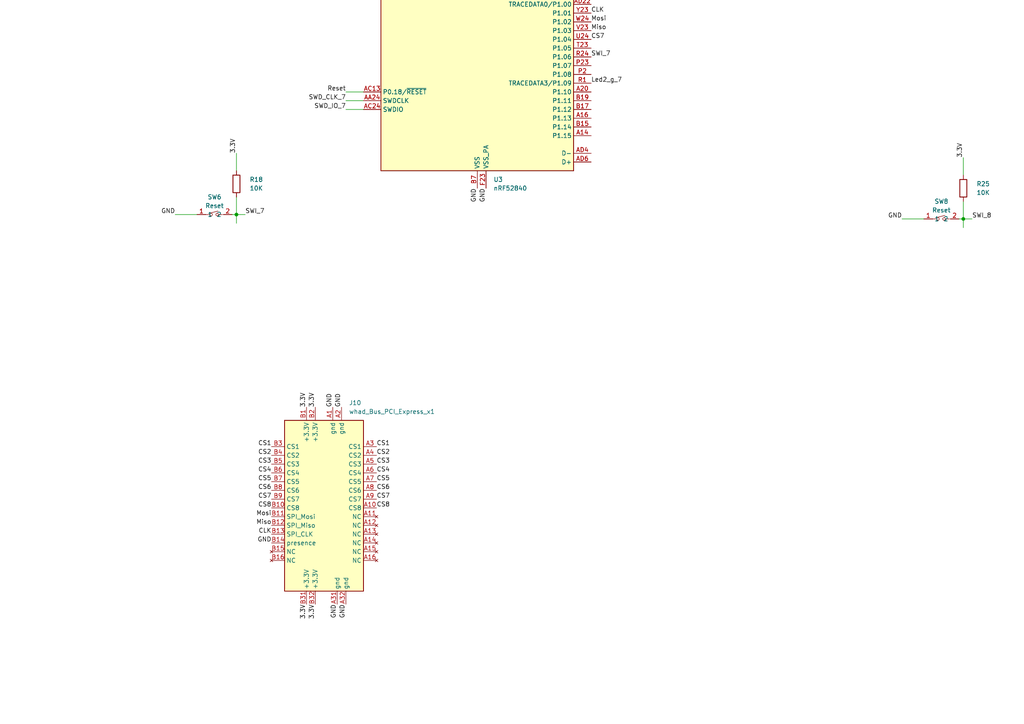
<source format=kicad_sch>
(kicad_sch (version 20250114) (generator "eeschema") (generator_version "9.0")
  (paper "A4")
  (junction (at 71.12 -327.66))
  (junction (at -267.97 -337.82))
  (junction (at 388.62 -27.94))
  (junction (at 69.85 -110.49))
  (junction (at 215.9 -78.74))
  (junction (at 281.94 -326.39))
  (junction (at 389.89 -240.03))
  (junction (at 273.05 -60.96))
  (junction (at 279.4 -326.39))
  (junction (at 389.89 -242.57))
  (junction (at -335.28 -29.21))
  (junction (at 389.89 -245.11))
  (junction (at 190.5 -83.82))
  (junction (at -142.24 58.42))
  (junction (at -139.7 -331.47))
  (junction (at 81.28 -62.23))
  (junction (at -134.62 -114.3))
  (junction (at 69.85 -154.94))
  (junction (at 292.1 -60.96))
  (junction (at 179.07 -243.84))
  (junction (at 267.97 -15.24))
  (junction (at -201.93 -86.36))
  (junction (at 402.59 -289.56))
  (junction (at -129.54 -66.04))
  (junction (at -143.51 -114.3))
  (junction (at -200.66 -303.53))
  (junction (at 388.62 -22.86))
  (junction (at -347.98 -118.11))
  (junction (at -240.03 -31.75))
  (junction (at 278.13 -109.22))
  (junction (at -269.24 -120.65))
  (junction (at 287.02 -109.22))
  (junction (at 269.24 -232.41))
  (junction (at -278.13 -320.04))
  (junction (at -111.76 -283.21))
  (junction (at 309.88 -278.13))
  (junction (at 280.67 -153.67))
  (junction (at 67.31 -110.49))
  (junction (at 388.62 -25.4))
  (junction (at 288.29 -326.39))
  (junction (at -285.75 -327.66))
  (junction (at -238.76 -251.46))
  (junction (at -31.75 -250.19))
  (junction (at 179.07 -246.38))
  (junction (at 177.8 -29.21))
  (junction (at -128.27 -15.24))
  (junction (at -20.32 -87.63))
  (junction (at -346.71 -335.28))
  (junction (at 294.64 -237.49))
  (junction (at -148.59 -66.04))
  (junction (at -320.04 -69.85))
  (junction (at 190.5 -73.66))
  (junction (at 68.58 62.23))
  (junction (at -334.01 -236.22))
  (junction (at 191.77 -290.83))
  (junction (at -287.02 -110.49))
  (junction (at -142.24 -331.47))
  (junction (at 77.47 -327.66))
  (junction (at -31.75 -245.11))
  (junction (at -318.77 -287.02))
  (junction (at -349.25 -335.28))
  (junction (at 83.82 -238.76))
  (junction (at 402.59 -299.72))
  (junction (at -127 -242.57))
  (junction (at -152.4 -237.49))
  (junction (at 83.82 -228.6))
  (junction (at -227.33 -91.44))
  (junction (at 139.7 -312.42))
  (junction (at 294.64 -227.33))
  (junction (at -19.05 -294.64))
  (junction (at -240.03 -36.83))
  (junction (at -238.76 -254))
  (junction (at 350.52 -311.15))
  (junction (at 82.55 -21.59))
  (junction (at -226.06 -298.45))
  (junction (at -350.52 -118.11))
  (junction (at -113.03 -66.04))
  (junction (at 427.99 -294.64))
  (junction (at 293.37 -20.32))
  (junction (at 82.55 -279.4))
  (junction (at 5.08 -82.55))
  (junction (at -153.67 -20.32))
  (junction (at 177.8 -24.13))
  (junction (at 401.32 -82.55))
  (junction (at 130.81 -102.87))
  (junction (at -33.02 -33.02))
  (junction (at -349.25 54.61))
  (junction (at -78.74 -323.85))
  (junction (at -227.33 -81.28))
  (junction (at -140.97 -158.75))
  (junction (at -20.32 -77.47))
  (junction (at -226.06 -308.61))
  (junction (at 401.32 -72.39))
  (junction (at -60.96 -334.01))
  (junction (at 359.41 -111.76))
  (junction (at 426.72 -77.47))
  (junction (at 82.55 -11.43))
  (junction (at -359.41 -241.3))
  (junction (at 293.37 -10.16))
  (junction (at -133.35 -331.47))
  (junction (at 191.77 -300.99))
  (junction (at 342.9 -318.77))
  (junction (at -238.76 -248.92))
  (junction (at 280.67 -109.22))
  (junction (at -340.36 -335.28))
  (junction (at -355.6 -69.85))
  (junction (at 179.07 -241.3))
  (junction (at 217.17 -295.91))
  (junction (at -31.75 -247.65))
  (junction (at 97.79 -62.23))
  (junction (at -127 -232.41))
  (junction (at -335.28 -287.02))
  (junction (at 63.5 -279.4))
  (junction (at 341.63 -101.6))
  (junction (at 293.37 -278.13))
  (junction (at -335.28 -19.05))
  (junction (at 177.8 -26.67))
  (junction (at 138.43 -95.25))
  (junction (at 132.08 -320.04))
  (junction (at -349.25 -204.47))
  (junction (at -80.01 -106.68))
  (junction (at -62.23 -116.84))
  (junction (at -33.02 -27.94))
  (junction (at -279.4 -102.87))
  (junction (at 99.06 -279.4))
  (junction (at -334.01 -246.38))
  (junction (at 308.61 -60.96))
  (junction (at 274.32 -278.13))
  (junction (at -19.05 -304.8))
  (junction (at -147.32 -283.21))
  (junction (at -140.97 -114.3))
  (junction (at 6.35 -299.72))
  (junction (at -240.03 -34.29))
  (junction (at 349.25 -93.98))
  (junction (at 62.23 -62.23))
  (junction (at -336.55 -69.85))
  (junction (at -128.27 -25.4))
  (junction (at -128.27 -283.21))
  (junction (at 279.4 63.5))
  (junction (at 58.42 -233.68))
  (junction (at 360.68 -328.93))
  (junction (at -71.12 -316.23))
  (junction (at -72.39 -99.06))
  (junction (at 148.59 -113.03))
  (junction (at 149.86 -330.2))
  (junction (at 57.15 -16.51))
  (junction (at 76.2 -110.49))
  (junction (at 68.58 -327.66))
  (junction (at -341.63 -118.11))
  (junction (at -354.33 -287.02))
  (junction (at -33.02 -30.48))
  (junction (at -347.98 -162.56))
  (junction (at -360.68 -24.13))
  (wire (pts (xy 345.44 -306.07) (xy 370.84 -306.07)))
  (wire (pts (xy 0 -294.64) (xy 6.35 -294.64)))
  (wire (pts (xy -339.09 -287.02) (xy -335.28 -287.02)))
  (wire (pts (xy -341.63 -118.11) (xy -331.47 -118.11)))
  (wire (pts (xy 82.55 -271.78) (xy 82.55 -266.7)))
  (wire (pts (xy -128.27 -15.24) (xy -128.27 -16.51)))
  (wire (pts (xy -345.44 -236.22) (xy -334.01 -236.22)))
  (wire (pts (xy 353.06 -111.76) (xy 359.41 -111.76)))
  (wire (pts (xy 297.18 -90.17) (xy 297.18 -85.09)))
  (wire (pts (xy 311.15 33.02) (xy 316.23 33.02)))
  (wire (pts (xy 142.24 -113.03) (xy 148.59 -113.03)))
  (wire (pts (xy 309.88 -278.13) (xy 317.5 -278.13)))
  (wire (pts (xy -31.75 -247.65) (xy -25.4 -247.65)))
  (wire (pts (xy 179.07 -241.3) (xy 179.07 -243.84)))
  (wire (pts (xy 177.8 -24.13) (xy 177.8 -26.67)))
  (wire (pts (xy 53.34 -102.87) (xy 53.34 -99.06)))
  (wire (pts (xy 177.8 -29.21) (xy 171.45 -29.21)))
  (wire (pts (xy -62.23 -316.23) (xy -62.23 -320.04)))
  (wire (pts (xy -293.37 -327.66) (xy -293.37 -312.42)))
  (wire (pts (xy -354.33 -279.4) (xy -354.33 -274.32)))
  (wire (pts (xy -330.2 -327.66) (xy -330.2 -323.85)))
  (wire (pts (xy -311.15 -236.22) (xy -334.01 -236.22)))
  (wire (pts (xy -80.01 -106.68) (xy -80.01 -91.44)))
  (wire (pts (xy -354.33 -19.05) (xy -360.68 -19.05)))
  (wire (pts (xy 208.28 -83.82) (xy 190.5 -83.82)))
  (wire (pts (xy 288.29 -326.39) (xy 298.45 -326.39)))
  (wire (pts (xy -340.36 -327.66) (xy -340.36 -323.85)))
  (wire (pts (xy 287.02 -109.22) (xy 297.18 -109.22)))
  (wire (pts (xy 388.62 -25.4) (xy 394.97 -25.4)))
  (wire (pts (xy -241.3 -302.26) (xy -241.3 -298.45)))
  (wire (pts (xy -359.41 -241.3) (xy -359.41 -246.38)))
  (wire (pts (xy 359.41 -111.76) (xy 359.41 -109.22)))
  (wire (pts (xy 77.47 -320.04) (xy 77.47 -316.23)))
  (wire (pts (xy -39.37 -87.63) (xy -20.32 -87.63)))
  (wire (pts (xy 383.54 -250.19) (xy 389.89 -250.19)))
  (wire (pts (xy -80.01 -106.68) (xy -68.58 -106.68)))
  (wire (pts (xy 171.45 -83.82) (xy 190.5 -83.82)))
  (wire (pts (xy -140.97 -176.53) (xy -140.97 -171.45)))
  (wire (pts (xy -334.01 -236.22) (xy -334.01 -237.49)))
  (wire (pts (xy 68.58 57.15) (xy 68.58 62.23)))
  (wire (pts (xy -246.38 -31.75) (xy -240.03 -31.75)))
  (wire (pts (xy -270.51 -320.04) (xy -269.24 -320.04)))
  (wire (pts (xy -82.55 -93.98) (xy -82.55 -91.44)))
  (wire (pts (xy 294.64 -237.49) (xy 294.64 -236.22)))
  (wire (pts (xy -346.71 -341.63) (xy -346.71 -335.28)))
  (wire (pts (xy -143.51 -95.25) (xy -143.51 -90.17)))
  (wire (pts (xy 354.33 -328.93) (xy 360.68 -328.93)))
  (wire (pts (xy 226.06 -78.74) (xy 215.9 -78.74)))
  (wire (pts (xy -364.49 -110.49) (xy -364.49 -106.68)))
  (wire (pts (xy 335.28 -318.77) (xy 335.28 -303.53)))
  (wire (pts (xy -342.9 -24.13) (xy -340.36 -24.13)))
  (wire (pts (xy -67.31 -334.01) (xy -60.96 -334.01)))
  (wire (pts (xy 57.15 -16.51) (xy 57.15 -21.59)))
  (wire (pts (xy -77.47 -93.98) (xy -52.07 -93.98)))
  (wire (pts (xy 269.24 -232.41) (xy 269.24 -237.49)))
  (wire (pts (xy -360.68 -24.13) (xy -360.68 -29.21)))
  (wire (pts (xy -140.97 -158.75) (xy -138.43 -158.75)))
  (wire (pts (xy -133.35 -66.04) (xy -129.54 -66.04)))
  (wire (pts (xy -284.48 -95.25) (xy -284.48 -97.79)))
  (wire (pts (xy 82.55 -11.43) (xy 82.55 -12.7)))
  (wire (pts (xy 293.37 -270.51) (xy 293.37 -265.43)))
  (wire (pts (xy 265.43 -318.77) (xy 265.43 -314.96)))
  (wire (pts (xy 426.72 -77.47) (xy 426.72 -82.55)))
  (wire (pts (xy 16.51 -299.72) (xy 6.35 -299.72)))
  (wire (pts (xy 287.02 -232.41) (xy 289.56 -232.41)))
  (wire (pts (xy -86.36 -323.85) (xy -86.36 -308.61)))
  (wire (pts (xy 281.94 -332.74) (xy 281.94 -326.39)))
  (wire (pts (xy 280.67 -109.22) (xy 287.02 -109.22)))
  (wire (pts (xy 88.9 -233.68) (xy 93.98 -233.68)))
  (wire (pts (xy -353.06 -29.21) (xy -335.28 -29.21)))
  (wire (pts (xy 172.72 -300.99) (xy 191.77 -300.99)))
  (wire (pts (xy 133.35 -90.17) (xy 133.35 -87.63)))
  (wire (pts (xy -349.25 -209.55) (xy -349.25 -204.47)))
  (wire (pts (xy 308.61 -60.96) (xy 316.23 -60.96)))
  (wire (pts (xy 401.32 -82.55) (xy 401.32 -81.28)))
  (wire (pts (xy -227.33 -81.28) (xy -227.33 -82.55)))
  (wire (pts (xy -294.64 -110.49) (xy -294.64 -95.25)))
  (wire (pts (xy -128.27 -25.4) (xy -128.27 -24.13)))
  (wire (pts (xy -31.75 -250.19) (xy -38.1 -250.19)))
  (wire (pts (xy 288.29 -60.96) (xy 292.1 -60.96)))
  (wire (pts (xy 289.56 -278.13) (xy 293.37 -278.13)))
  (wire (pts (xy -209.55 -91.44) (xy -227.33 -91.44)))
  (wire (pts (xy 356.87 -93.98) (xy 358.14 -93.98)))
  (wire (pts (xy -316.23 -198.12) (xy -311.15 -198.12)))
  (wire (pts (xy -20.32 -87.63) (xy -20.32 -86.36)))
  (wire (pts (xy -347.98 -167.64) (xy -347.98 -162.56)))
  (wire (pts (xy 264.16 -101.6) (xy 264.16 -97.79)))
  (wire (pts (xy 387.35 -293.37) (xy 387.35 -289.56)))
  (wire (pts (xy 6.35 -299.72) (xy 6.35 -304.8)))
  (wire (pts (xy -349.25 -327.66) (xy -349.25 -323.85)))
  (wire (pts (xy 321.31 -86.36) (xy 328.93 -86.36)))
  (wire (pts (xy -317.5 24.13) (xy -312.42 24.13)))
  (wire (pts (xy 349.25 -96.52) (xy 349.25 -93.98)))
  (wire (pts (xy 48.26 -233.68) (xy 58.42 -233.68)))
  (wire (pts (xy -335.28 -29.21) (xy -335.28 -27.94)))
  (wire (pts (xy 288.29 -307.34) (xy 288.29 -302.26)))
  (wire (pts (xy -153.67 -20.32) (xy -153.67 -25.4)))
  (wire (pts (xy 341.63 -101.6) (xy 341.63 -86.36)))
  (wire (pts (xy -39.37 -22.86) (xy -33.02 -22.86)))
  (wire (pts (xy -240.03 -34.29) (xy -233.68 -34.29)))
  (wire (pts (xy -162.56 -237.49) (xy -152.4 -237.49)))
  (wire (pts (xy -38.1 -240.03) (xy -31.75 -240.03)))
  (wire (pts (xy -109.22 -194.31) (xy -104.14 -194.31)))
  (wire (pts (xy 201.93 -73.66) (xy 190.5 -73.66)))
  (wire (pts (xy 105.41 -21.59) (xy 82.55 -21.59)))
  (wire (pts (xy 149.86 -330.2) (xy 149.86 -327.66)))
  (wire (pts (xy -350.52 -118.11) (xy -347.98 -118.11)))
  (wire (pts (xy 68.58 -308.61) (xy 68.58 -303.53)))
  (wire (pts (xy 106.68 -238.76) (xy 83.82 -238.76)))
  (wire (pts (xy -7.62 -294.64) (xy -19.05 -294.64)))
  (wire (pts (xy -60.96 -334.01) (xy -60.96 -331.47)))
  (wire (pts (xy 280.67 -153.67) (xy 283.21 -153.67)))
  (wire (pts (xy 420.37 -299.72) (xy 402.59 -299.72)))
  (wire (pts (xy 311.15 30.48) (xy 316.23 30.48)))
  (wire (pts (xy -110.49 22.86) (xy -105.41 22.86)))
  (wire (pts (xy -349.25 -194.31) (xy -349.25 -190.5)))
  (wire (pts (xy 69.85 -116.84) (xy 69.85 -110.49)))
  (wire (pts (xy 78.74 -279.4) (xy 82.55 -279.4)))
  (wire (pts (xy 15.24 -82.55) (xy 5.08 -82.55)))
  (wire (pts (xy -246.38 -91.44) (xy -227.33 -91.44)))
  (wire (pts (xy 386.08 -76.2) (xy 386.08 -72.39)))
  (wire (pts (xy 172.72 -236.22) (xy 179.07 -236.22)))
  (wire (pts (xy -81.28 -311.15) (xy -81.28 -308.61)))
  (wire (pts (xy -110.49 25.4) (xy -105.41 25.4)))
  (wire (pts (xy 389.89 -245.11) (xy 383.54 -245.11)))
  (wire (pts (xy 106.68 -228.6) (xy 83.82 -228.6)))
  (wire (pts (xy 312.42 -189.23) (xy 317.5 -189.23)))
  (wire (pts (xy 360.68 -328.93) (xy 360.68 -326.39)))
  (wire (pts (xy -33.02 -30.48) (xy -26.67 -30.48)))
  (wire (pts (xy 54.61 -279.4) (xy 63.5 -279.4)))
  (wire (pts (xy 83.82 -228.6) (xy 83.82 -229.87)))
  (wire (pts (xy 209.55 -300.99) (xy 191.77 -300.99)))
  (wire (pts (xy -208.28 -81.28) (xy -201.93 -81.28)))
  (wire (pts (xy -60.96 -323.85) (xy -60.96 -320.04)))
  (wire (pts (xy -72.39 -101.6) (xy -72.39 -99.06)))
  (wire (pts (xy 426.72 -72.39) (xy 426.72 -77.47)))
  (wire (pts (xy 148.59 -312.42) (xy 148.59 -316.23)))
  (wire (pts (xy 280.67 -115.57) (xy 280.67 -109.22)))
  (wire (pts (xy -76.2 -311.15) (xy -50.8 -311.15)))
  (wire (pts (xy 67.31 -91.44) (xy 67.31 -86.36)))
  (wire (pts (xy 389.89 -242.57) (xy 389.89 -245.11)))
  (wire (pts (xy -76.2 -311.15) (xy -76.2 -308.61)))
  (wire (pts (xy 388.62 -27.94) (xy 382.27 -27.94)))
  (wire (pts (xy -347.98 -162.56) (xy -347.98 -160.02)))
  (wire (pts (xy 179.07 -243.84) (xy 185.42 -243.84)))
  (wire (pts (xy -33.02 -27.94) (xy -33.02 -30.48)))
  (wire (pts (xy -62.23 -106.68) (xy -62.23 -102.87)))
  (wire (pts (xy -240.03 -36.83) (xy -246.38 -36.83)))
  (wire (pts (xy 402.59 -299.72) (xy 402.59 -298.45)))
  (wire (pts (xy 287.02 -90.17) (xy 287.02 -85.09)))
  (wire (pts (xy 67.31 -110.49) (xy 69.85 -110.49)))
  (wire (pts (xy 132.08 -320.04) (xy 132.08 -304.8)))
  (wire (pts (xy -142.24 -323.85) (xy -142.24 -320.04)))
  (wire (pts (xy 414.02 -289.56) (xy 402.59 -289.56)))
  (wire (pts (xy 171.45 -80.01) (xy 171.45 -83.82)))
  (wire (pts (xy -269.24 -320.04) (xy -269.24 -323.85)))
  (wire (pts (xy -156.21 -283.21) (xy -147.32 -283.21)))
  (wire (pts (xy -127 -242.57) (xy -127 -241.3)))
  (wire (pts (xy -341.63 -99.06) (xy -341.63 -93.98)))
  (wire (pts (xy -147.32 -283.21) (xy -139.7 -283.21)))
  (wire (pts (xy 287.02 -101.6) (xy 287.02 -97.79)))
  (wire (pts (xy -349.25 -222.25) (xy -349.25 -217.17)))
  (wire (pts (xy -153.67 -15.24) (xy -153.67 -20.32)))
  (wire (pts (xy -365.76 -162.56) (xy -359.41 -162.56)))
  (wire (pts (xy -105.41 -15.24) (xy -128.27 -15.24)))
  (wire (pts (xy 62.23 -54.61) (xy 62.23 -49.53)))
  (wire (pts (xy -275.59 -110.49) (xy -275.59 -120.65)))
  (wire (pts (xy 177.8 -34.29) (xy 177.8 -29.21)))
  (wire (pts (xy 421.64 -289.56) (xy 427.99 -289.56)))
  (wire (pts (xy 401.32 -72.39) (xy 401.32 -73.66)))
  (wire (pts (xy -350.52 54.61) (xy -349.25 54.61)))
  (wire (pts (xy 54.61 -320.04) (xy 54.61 -316.23)))
  (wire (pts (xy 147.32 -95.25) (xy 147.32 -99.06)))
  (wire (pts (xy -267.97 -327.66) (xy -267.97 -323.85)))
  (wire (pts (xy -152.4 -237.49) (xy -152.4 -242.57)))
  (wire (pts (xy 53.34 -91.44) (xy 53.34 -86.36)))
  (wire (pts (xy 54.61 -308.61) (xy 54.61 -303.53)))
  (wire (pts (xy 191.77 -300.99) (xy 191.77 -299.72)))
  (wire (pts (xy -104.14 -232.41) (xy -127 -232.41)))
  (wire (pts (xy 148.59 -102.87) (xy 148.59 -99.06)))
  (wire (pts (xy -245.11 -302.26) (xy -241.3 -302.26)))
  (wire (pts (xy 143.51 -330.2) (xy 149.86 -330.2)))
  (wire (pts (xy 148.59 -91.44) (xy 148.59 -87.63)))
  (wire (pts (xy 388.62 -17.78) (xy 388.62 -22.86)))
  (wire (pts (xy 345.44 -306.07) (xy 345.44 -303.53)))
  (wire (pts (xy -110.49 27.94) (xy -105.41 27.94)))
  (wire (pts (xy 382.27 -76.2) (xy 386.08 -76.2)))
  (wire (pts (xy 101.6 -187.96) (xy 106.68 -187.96)))
  (wire (pts (xy -157.48 -114.3) (xy -143.51 -114.3)))
  (wire (pts (xy -307.34 -95.25) (xy -299.72 -95.25)))
  (wire (pts (xy -306.07 -312.42) (xy -298.45 -312.42)))
  (wire (pts (xy 177.8 -26.67) (xy 184.15 -26.67)))
  (wire (pts (xy -279.4 -105.41) (xy -279.4 -102.87)))
  (wire (pts (xy -77.47 -93.98) (xy -77.47 -91.44)))
  (wire (pts (xy 360.68 -307.34) (xy 360.68 -303.53)))
  (wire (pts (xy -320.04 -69.85) (xy -312.42 -69.85)))
  (wire (pts (xy -2.54 -87.63) (xy -20.32 -87.63)))
  (wire (pts (xy -128.27 -283.21) (xy -127 -283.21)))
  (wire (pts (xy -363.22 -316.23) (xy -363.22 -311.15)))
  (wire (pts (xy -330.2 -316.23) (xy -330.2 -311.15)))
  (wire (pts (xy 280.67 -158.75) (xy 280.67 -153.67)))
  (wire (pts (xy -287.02 -110.49) (xy -287.02 -95.25)))
  (wire (pts (xy -134.62 -95.25) (xy -134.62 -90.17)))
  (wire (pts (xy -148.59 -66.04) (xy -140.97 -66.04)))
  (wire (pts (xy 427.99 -294.64) (xy 427.99 -299.72)))
  (wire (pts (xy 133.35 -90.17) (xy 158.75 -90.17)))
  (wire (pts (xy -146.05 -232.41) (xy -152.4 -232.41)))
  (wire (pts (xy -363.22 -287.02) (xy -354.33 -287.02)))
  (wire (pts (xy -71.12 -318.77) (xy -71.12 -316.23)))
  (wire (pts (xy -39.37 -83.82) (xy -39.37 -87.63)))
  (wire (pts (xy 175.26 -73.66) (xy 190.5 -73.66)))
  (wire (pts (xy 420.37 -72.39) (xy 426.72 -72.39)))
  (wire (pts (xy -285.75 -327.66) (xy -274.32 -327.66)))
  (wire (pts (xy -242.57 -81.28) (xy -227.33 -81.28)))
  (wire (pts (xy -142.24 40.64) (xy -142.24 45.72)))
  (wire (pts (xy -346.71 -19.05) (xy -335.28 -19.05)))
  (wire (pts (xy -163.83 -20.32) (xy -153.67 -20.32)))
  (wire (pts (xy -349.25 -162.56) (xy -347.98 -162.56)))
  (wire (pts (xy -215.9 -81.28) (xy -227.33 -81.28)))
  (wire (pts (xy -227.33 -91.44) (xy -227.33 -90.17)))
  (wire (pts (xy 354.33 -318.77) (xy 354.33 -328.93)))
  (wire (pts (xy 349.25 -93.98) (xy 349.25 -86.36)))
  (wire (pts (xy 279.4 63.5) (xy 281.94 63.5)))
  (wire (pts (xy 177.8 -26.67) (xy 177.8 -29.21)))
  (wire (pts (xy -349.25 54.61) (xy -349.25 57.15)))
  (wire (pts (xy -270.51 -102.87) (xy -270.51 -106.68)))
  (wire (pts (xy 278.13 -109.22) (xy 280.67 -109.22)))
  (wire (pts (xy 179.07 -246.38) (xy 172.72 -246.38)))
  (wire (pts (xy 171.45 -19.05) (xy 177.8 -19.05)))
  (wire (pts (xy 50.8 62.23) (xy 57.15 62.23)))
  (wire (pts (xy -39.37 -38.1) (xy -33.02 -38.1)))
  (wire (pts (xy 69.85 -160.02) (xy 69.85 -154.94)))
  (wire (pts (xy -364.49 -69.85) (xy -355.6 -69.85)))
  (wire (pts (xy 67.31 62.23) (xy 68.58 62.23)))
  (wire (pts (xy -33.02 -33.02) (xy -39.37 -33.02)))
  (wire (pts (xy 278.13 -101.6) (xy 278.13 -97.79)))
  (wire (pts (xy 5.08 -77.47) (xy 5.08 -82.55)))
  (wire (pts (xy -133.35 -312.42) (xy -133.35 -307.34)))
  (wire (pts (xy 53.34 -110.49) (xy 67.31 -110.49)))
  (wire (pts (xy -346.71 -335.28) (xy -340.36 -335.28)))
  (wire (pts (xy -214.63 -298.45) (xy -226.06 -298.45)))
  (wire (pts (xy -33.02 -30.48) (xy -33.02 -33.02)))
  (wire (pts (xy -245.11 -308.61) (xy -226.06 -308.61)))
  (wire (pts (xy 217.17 -295.91) (xy 217.17 -300.99)))
  (wire (pts (xy 71.12 -327.66) (xy 77.47 -327.66)))
  (wire (pts (xy -129.54 -66.04) (xy -128.27 -66.04)))
  (wire (pts (xy -142.24 -312.42) (xy -142.24 -307.34)))
  (wire (pts (xy 293.37 -10.16) (xy 293.37 -11.43)))
  (wire (pts (xy 76.2 -91.44) (xy 76.2 -86.36)))
  (wire (pts (xy 74.93 -16.51) (xy 77.47 -16.51)))
  (wire (pts (xy -35.56 -81.28) (xy -35.56 -77.47)))
  (wire (pts (xy -134.62 -106.68) (xy -134.62 -102.87)))
  (wire (pts (xy 177.8 -19.05) (xy 177.8 -24.13)))
  (wire (pts (xy 63.5 -279.4) (xy 71.12 -279.4)))
  (wire (pts (xy -318.77 -287.02) (xy -311.15 -287.02)))
  (wire (pts (xy 294.64 -227.33) (xy 294.64 -228.6)))
  (wire (pts (xy 62.23 -62.23) (xy 69.85 -62.23)))
  (wire (pts (xy 262.89 -153.67) (xy 269.24 -153.67)))
  (wire (pts (xy 275.59 -227.33) (xy 269.24 -227.33)))
  (wire (pts (xy -111.76 -283.21) (xy -104.14 -283.21)))
  (wire (pts (xy -105.41 -25.4) (xy -128.27 -25.4)))
  (wire (pts (xy -71.12 -316.23) (xy -71.12 -308.61)))
  (wire (pts (xy -269.24 -99.06) (xy -269.24 -95.25)))
  (wire (pts (xy -238.76 -248.92) (xy -238.76 -251.46)))
  (wire (pts (xy 339.09 -88.9) (xy 339.09 -86.36)))
  (wire (pts (xy 264.16 -90.17) (xy 264.16 -85.09)))
  (wire (pts (xy -289.56 -97.79) (xy -289.56 -95.25)))
  (wire (pts (xy 132.08 -320.04) (xy 143.51 -320.04)))
  (wire (pts (xy -240.03 -31.75) (xy -240.03 -34.29)))
  (wire (pts (xy -336.55 -69.85) (xy -335.28 -69.85)))
  (wire (pts (xy 68.58 -327.66) (xy 71.12 -327.66)))
  (wire (pts (xy 322.58 -303.53) (xy 330.2 -303.53)))
  (wire (pts (xy -245.11 -304.8) (xy -245.11 -308.61)))
  (wire (pts (xy -142.24 53.34) (xy -142.24 58.42)))
  (wire (pts (xy -360.68 -19.05) (xy -360.68 -24.13)))
  (wire (pts (xy 438.15 -294.64) (xy 427.99 -294.64)))
  (wire (pts (xy 300.99 -60.96) (xy 308.61 -60.96)))
  (wire (pts (xy -240.03 -26.67) (xy -240.03 -31.75)))
  (wire (pts (xy 278.13 63.5) (xy 279.4 63.5)))
  (wire (pts (xy 274.32 -278.13) (xy 281.94 -278.13)))
  (wire (pts (xy -326.39 -287.02) (xy -318.77 -287.02)))
  (wire (pts (xy -349.25 -204.47) (xy -346.71 -204.47)))
  (wire (pts (xy 176.53 -294.64) (xy 176.53 -290.83)))
  (wire (pts (xy -246.38 -87.63) (xy -246.38 -91.44)))
  (wire (pts (xy -341.63 -241.3) (xy -339.09 -241.3)))
  (wire (pts (xy 269.24 -227.33) (xy 269.24 -232.41)))
  (wire (pts (xy 101.6 -190.5) (xy 106.68 -190.5)))
  (wire (pts (xy -340.36 -316.23) (xy -340.36 -311.15)))
  (wire (pts (xy -201.93 -86.36) (xy -201.93 -91.44)))
  (wire (pts (xy 90.17 -62.23) (xy 97.79 -62.23)))
  (wire (pts (xy 427.99 -289.56) (xy 427.99 -294.64)))
  (wire (pts (xy -31.75 -240.03) (xy -31.75 -245.11)))
  (wire (pts (xy -363.22 -327.66) (xy -363.22 -323.85)))
  (wire (pts (xy 69.85 -172.72) (xy 69.85 -167.64)))
  (wire (pts (xy -245.11 -259.08) (xy -238.76 -259.08)))
  (wire (pts (xy -124.46 -95.25) (xy -124.46 -90.17)))
  (wire (pts (xy -152.4 -232.41) (xy -152.4 -237.49)))
  (wire (pts (xy -128.27 -275.59) (xy -128.27 -270.51)))
  (wire (pts (xy 110.49 -87.63) (xy 118.11 -87.63)))
  (wire (pts (xy 134.62 -307.34) (xy 134.62 -304.8)))
  (wire (pts (xy 81.28 -62.23) (xy 82.55 -62.23)))
  (wire (pts (xy -288.29 -314.96) (xy -288.29 -312.42)))
  (wire (pts (xy -133.35 -331.47) (xy -123.19 -331.47)))
  (wire (pts (xy 360.68 -318.77) (xy 360.68 -314.96)))
  (wire (pts (xy 100.33 29.21) (xy 105.41 29.21)))
  (wire (pts (xy -240.03 -34.29) (xy -240.03 -36.83)))
  (wire (pts (xy -62.23 -116.84) (xy -62.23 -114.3)))
  (wire (pts (xy 298.45 -15.24) (xy 303.53 -15.24)))
  (wire (pts (xy -364.49 -118.11) (xy -350.52 -118.11)))
  (wire (pts (xy 273.05 -53.34) (xy 273.05 -48.26)))
  (wire (pts (xy 342.9 -318.77) (xy 354.33 -318.77)))
  (wire (pts (xy 293.37 -20.32) (xy 293.37 -19.05)))
  (wire (pts (xy 69.85 -154.94) (xy 72.39 -154.94)))
  (wire (pts (xy 100.33 31.75) (xy 105.41 31.75)))
  (wire (pts (xy 146.05 -95.25) (xy 147.32 -95.25)))
  (wire (pts (xy 344.17 -88.9) (xy 369.57 -88.9)))
  (wire (pts (xy -238.76 -243.84) (xy -238.76 -248.92)))
  (wire (pts (xy 257.81 -15.24) (xy 267.97 -15.24)))
  (wire (pts (xy 382.27 -78.74) (xy 382.27 -82.55)))
  (wire (pts (xy 279.4 -307.34) (xy 279.4 -302.26)))
  (wire (pts (xy 279.4 -153.67) (xy 280.67 -153.67)))
  (wire (pts (xy -140.97 -120.65) (xy -140.97 -114.3)))
  (wire (pts (xy -349.25 36.83) (xy -349.25 41.91)))
  (wire (pts (xy -355.6 -69.85) (xy -347.98 -69.85)))
  (wire (pts (xy -238.76 -254) (xy -245.11 -254)))
  (wire (pts (xy -139.7 -331.47) (xy -133.35 -331.47)))
  (wire (pts (xy -35.56 -77.47) (xy -20.32 -77.47)))
  (wire (pts (xy -335.28 -287.02) (xy -334.01 -287.02)))
  (wire (pts (xy 172.72 -241.3) (xy 179.07 -241.3)))
  (wire (pts (xy 190.5 -83.82) (xy 190.5 -82.55)))
  (wire (pts (xy 283.21 -227.33) (xy 294.64 -227.33)))
  (wire (pts (xy 72.39 -228.6) (xy 83.82 -228.6)))
  (wire (pts (xy 383.54 -234.95) (xy 389.89 -234.95)))
  (wire (pts (xy -200.66 -303.53) (xy -200.66 -308.61)))
  (wire (pts (xy 215.9 -78.74) (xy 215.9 -83.82)))
  (wire (pts (xy 134.62 -307.34) (xy 160.02 -307.34)))
  (wire (pts (xy -312.42 -19.05) (xy -335.28 -19.05)))
  (wire (pts (xy 6.35 -294.64) (xy 6.35 -299.72)))
  (wire (pts (xy 334.01 -101.6) (xy 334.01 -86.36)))
  (wire (pts (xy 311.15 27.94) (xy 316.23 27.94)))
  (wire (pts (xy -311.15 -246.38) (xy -334.01 -246.38)))
  (wire (pts (xy 358.14 -93.98) (xy 358.14 -97.79)))
  (wire (pts (xy -8.89 -77.47) (xy -20.32 -77.47)))
  (wire (pts (xy 130.81 -102.87) (xy 142.24 -102.87)))
  (wire (pts (xy -99.06 -308.61) (xy -91.44 -308.61)))
  (wire (pts (xy -133.35 -323.85) (xy -133.35 -320.04)))
  (wire (pts (xy -144.78 -242.57) (xy -127 -242.57)))
  (wire (pts (xy 172.72 -297.18) (xy 172.72 -300.99)))
  (wire (pts (xy -363.22 -335.28) (xy -349.25 -335.28)))
  (wire (pts (xy 281.94 -326.39) (xy 288.29 -326.39)))
  (wire (pts (xy -143.51 -114.3) (xy -140.97 -114.3)))
  (wire (pts (xy 274.32 -10.16) (xy 267.97 -10.16)))
  (wire (pts (xy -267.97 -337.82) (xy -267.97 -335.28)))
  (wire (pts (xy -226.06 -298.45) (xy -226.06 -299.72)))
  (wire (pts (xy 5.08 -82.55) (xy 5.08 -87.63)))
  (wire (pts (xy 382.27 -33.02) (xy 388.62 -33.02)))
  (wire (pts (xy 100.33 26.67) (xy 105.41 26.67)))
  (wire (pts (xy -335.28 -279.4) (xy -335.28 -274.32)))
  (wire (pts (xy 64.77 -228.6) (xy 58.42 -228.6)))
  (wire (pts (xy 46.99 -16.51) (xy 57.15 -16.51)))
  (wire (pts (xy 58.42 -228.6) (xy 58.42 -233.68)))
  (wire (pts (xy 171.45 -77.47) (xy 175.26 -77.47)))
  (wire (pts (xy 259.08 -232.41) (xy 269.24 -232.41)))
  (wire (pts (xy 83.82 -238.76) (xy 83.82 -237.49)))
  (wire (pts (xy 86.36 -102.87) (xy 86.36 -99.06)))
  (wire (pts (xy -134.62 -237.49) (xy -132.08 -237.49)))
  (wire (pts (xy 264.16 -60.96) (xy 273.05 -60.96)))
  (wire (pts (xy 179.07 -251.46) (xy 179.07 -246.38)))
  (wire (pts (xy -143.51 58.42) (xy -142.24 58.42)))
  (wire (pts (xy -127 -232.41) (xy -127 -233.68)))
  (wire (pts (xy 53.34 -62.23) (xy 62.23 -62.23)))
  (wire (pts (xy 292.1 -53.34) (xy 292.1 -48.26)))
  (wire (pts (xy 316.23 -10.16) (xy 293.37 -10.16)))
  (wire (pts (xy -350.52 -110.49) (xy -350.52 -106.68)))
  (wire (pts (xy -354.33 -287.02) (xy -346.71 -287.02)))
  (wire (pts (xy 71.12 -334.01) (xy 71.12 -327.66)))
  (wire (pts (xy -33.02 -38.1) (xy -33.02 -33.02)))
  (wire (pts (xy -317.5 21.59) (xy -312.42 21.59)))
  (wire (pts (xy -353.06 -236.22) (xy -359.41 -236.22)))
  (wire (pts (xy 99.06 -279.4) (xy 106.68 -279.4)))
  (wire (pts (xy 288.29 -318.77) (xy 288.29 -314.96)))
  (wire (pts (xy 124.46 -320.04) (xy 124.46 -304.8)))
  (wire (pts (xy 279.4 58.42) (xy 279.4 63.5)))
  (wire (pts (xy -275.59 -120.65) (xy -269.24 -120.65)))
  (wire (pts (xy -63.5 -316.23) (xy -62.23 -316.23)))
  (wire (pts (xy -1.27 -304.8) (xy -19.05 -304.8)))
  (wire (pts (xy -62.23 -95.25) (xy -62.23 -91.44)))
  (wire (pts (xy -100.33 -91.44) (xy -92.71 -91.44)))
  (wire (pts (xy -334.01 -246.38) (xy -334.01 -245.11)))
  (wire (pts (xy 54.61 -327.66) (xy 68.58 -327.66)))
  (wire (pts (xy -19.05 -294.64) (xy -19.05 -295.91)))
  (wire (pts (xy -157.48 -106.68) (xy -157.48 -102.87)))
  (wire (pts (xy 388.62 -25.4) (xy 388.62 -27.94)))
  (wire (pts (xy 68.58 44.45) (xy 68.58 49.53)))
  (wire (pts (xy -138.43 -232.41) (xy -127 -232.41)))
  (wire (pts (xy -207.01 -298.45) (xy -200.66 -298.45)))
  (wire (pts (xy -349.25 -335.28) (xy -346.71 -335.28)))
  (wire (pts (xy -269.24 -110.49) (xy -269.24 -106.68)))
  (wire (pts (xy -142.24 -158.75) (xy -140.97 -158.75)))
  (wire (pts (xy 317.5 -237.49) (xy 294.64 -237.49)))
  (wire (pts (xy 76.2 -233.68) (xy 78.74 -233.68)))
  (wire (pts (xy -367.03 -204.47) (xy -360.68 -204.47)))
  (wire (pts (xy -134.62 -114.3) (xy -124.46 -114.3)))
  (wire (pts (xy -238.76 -251.46) (xy -238.76 -254)))
  (wire (pts (xy -316.23 -193.04) (xy -311.15 -193.04)))
  (wire (pts (xy -104.14 -242.57) (xy -127 -242.57)))
  (wire (pts (xy -246.38 -26.67) (xy -240.03 -26.67)))
  (wire (pts (xy 297.18 -101.6) (xy 297.18 -97.79)))
  (wire (pts (xy 340.36 -306.07) (xy 340.36 -303.53)))
  (wire (pts (xy 147.32 -312.42) (xy 148.59 -312.42)))
  (wire (pts (xy 273.05 -60.96) (xy 280.67 -60.96)))
  (wire (pts (xy -33.02 -22.86) (xy -33.02 -27.94)))
  (wire (pts (xy 279.4 63.5) (xy 279.4 66.04)))
  (wire (pts (xy 123.19 -102.87) (xy 123.19 -87.63)))
  (wire (pts (xy -147.32 -15.24) (xy -153.67 -15.24)))
  (wire (pts (xy 138.43 -97.79) (xy 138.43 -95.25)))
  (wire (pts (xy -109.22 -189.23) (xy -104.14 -189.23)))
  (wire (pts (xy -123.19 -323.85) (xy -123.19 -320.04)))
  (wire (pts (xy -274.32 -327.66) (xy -274.32 -337.82)))
  (wire (pts (xy 279.4 45.72) (xy 279.4 50.8)))
  (wire (pts (xy 280.67 -153.67) (xy 280.67 -151.13)))
  (wire (pts (xy 279.4 -326.39) (xy 281.94 -326.39)))
  (wire (pts (xy -340.36 -335.28) (xy -330.2 -335.28)))
  (wire (pts (xy 389.89 -242.57) (xy 396.24 -242.57)))
  (wire (pts (xy 67.31 -102.87) (xy 67.31 -99.06)))
  (wire (pts (xy -63.5 -99.06) (xy -63.5 -102.87)))
  (wire (pts (xy 383.54 -240.03) (xy 389.89 -240.03)))
  (wire (pts (xy 227.33 -295.91) (xy 217.17 -295.91)))
  (wire (pts (xy -347.98 -118.11) (xy -341.63 -118.11)))
  (wire (pts (xy 293.37 -278.13) (xy 294.64 -278.13)))
  (wire (pts (xy 76.2 -110.49) (xy 86.36 -110.49)))
  (wire (pts (xy 130.81 -102.87) (xy 130.81 -87.63)))
  (wire (pts (xy -246.38 -85.09) (xy -242.57 -85.09)))
  (wire (pts (xy -123.19 -20.32) (xy -118.11 -20.32)))
  (wire (pts (xy -34.29 -298.45) (xy -34.29 -294.64)))
  (wire (pts (xy -140.97 -114.3) (xy -134.62 -114.3)))
  (wire (pts (xy -156.21 -323.85) (xy -156.21 -320.04)))
  (wire (pts (xy -38.1 -298.45) (xy -34.29 -298.45)))
  (wire (pts (xy 382.27 -17.78) (xy 388.62 -17.78)))
  (wire (pts (xy 101.6 -185.42) (xy 106.68 -185.42)))
  (wire (pts (xy 68.58 -154.94) (xy 69.85 -154.94)))
  (wire (pts (xy 316.23 -20.32) (xy 293.37 -20.32)))
  (wire (pts (xy 81.28 -54.61) (xy 81.28 -49.53)))
  (wire (pts (xy -274.32 -337.82) (xy -267.97 -337.82)))
  (wire (pts (xy -140.97 -158.75) (xy -140.97 -156.21)))
  (wire (pts (xy 68.58 -320.04) (xy 68.58 -316.23)))
  (wire (pts (xy -331.47 -99.06) (xy -331.47 -93.98)))
  (wire (pts (xy -60.96 -312.42) (xy -60.96 -308.61)))
  (wire (pts (xy 76.2 -102.87) (xy 76.2 -99.06)))
  (wire (pts (xy -370.84 -24.13) (xy -360.68 -24.13)))
  (wire (pts (xy 279.4 -318.77) (xy 279.4 -314.96)))
  (wire (pts (xy -351.79 -246.38) (xy -334.01 -246.38)))
  (wire (pts (xy -347.98 -180.34) (xy -347.98 -175.26)))
  (wire (pts (xy 77.47 -327.66) (xy 87.63 -327.66)))
  (wire (pts (xy 388.62 -22.86) (xy 388.62 -25.4)))
  (wire (pts (xy 350.52 -311.15) (xy 350.52 -303.53)))
  (wire (pts (xy 292.1 -60.96) (xy 293.37 -60.96)))
  (wire (pts (xy -119.38 -283.21) (xy -111.76 -283.21)))
  (wire (pts (xy 66.04 -238.76) (xy 83.82 -238.76)))
  (wire (pts (xy -19.05 -304.8) (xy -19.05 -303.53)))
  (wire (pts (xy -132.08 -283.21) (xy -128.27 -283.21)))
  (wire (pts (xy -267.97 -316.23) (xy -267.97 -312.42)))
  (wire (pts (xy -78.74 -323.85) (xy -78.74 -308.61)))
  (wire (pts (xy -201.93 -81.28) (xy -201.93 -86.36)))
  (wire (pts (xy -156.21 -312.42) (xy -156.21 -307.34)))
  (wire (pts (xy -31.75 -245.11) (xy -31.75 -247.65)))
  (wire (pts (xy 215.9 -73.66) (xy 215.9 -78.74)))
  (wire (pts (xy 171.45 -24.13) (xy 177.8 -24.13)))
  (wire (pts (xy 77.47 -62.23) (xy 81.28 -62.23)))
  (wire (pts (xy 142.24 -102.87) (xy 142.24 -113.03)))
  (wire (pts (xy -355.6 -62.23) (xy -355.6 -57.15)))
  (wire (pts (xy 64.77 -21.59) (xy 82.55 -21.59)))
  (wire (pts (xy -109.22 -191.77) (xy -104.14 -191.77)))
  (wire (pts (xy -67.31 -323.85) (xy -67.31 -334.01)))
  (wire (pts (xy -278.13 -322.58) (xy -278.13 -320.04)))
  (wire (pts (xy -359.41 -236.22) (xy -359.41 -241.3)))
  (wire (pts (xy -341.63 -110.49) (xy -341.63 -106.68)))
  (wire (pts (xy 389.89 -234.95) (xy 389.89 -240.03)))
  (wire (pts (xy -123.19 -312.42) (xy -123.19 -307.34)))
  (wire (pts (xy 265.43 -326.39) (xy 279.4 -326.39)))
  (wire (pts (xy -78.74 -323.85) (xy -67.31 -323.85)))
  (wire (pts (xy 179.07 -243.84) (xy 179.07 -246.38)))
  (wire (pts (xy 111.76 -304.8) (xy 119.38 -304.8)))
  (wire (pts (xy 312.42 -184.15) (xy 317.5 -184.15)))
  (wire (pts (xy 87.63 -308.61) (xy 87.63 -303.53)))
  (wire (pts (xy -340.36 -69.85) (xy -336.55 -69.85)))
  (wire (pts (xy 358.14 -311.15) (xy 359.41 -311.15)))
  (wire (pts (xy 68.58 62.23) (xy 68.58 64.77)))
  (wire (pts (xy -335.28 -19.05) (xy -335.28 -20.32)))
  (wire (pts (xy -87.63 -106.68) (xy -87.63 -91.44)))
  (wire (pts (xy 383.54 -299.72) (xy 402.59 -299.72)))
  (wire (pts (xy 267.97 -10.16) (xy 267.97 -15.24)))
  (wire (pts (xy -245.11 -243.84) (xy -238.76 -243.84)))
  (wire (pts (xy -364.49 -99.06) (xy -364.49 -93.98)))
  (wire (pts (xy -139.7 -15.24) (xy -128.27 -15.24)))
  (wire (pts (xy 359.41 -311.15) (xy 359.41 -314.96)))
  (wire (pts (xy 87.63 -16.51) (xy 92.71 -16.51)))
  (wire (pts (xy 105.41 -11.43) (xy 82.55 -11.43)))
  (wire (pts (xy -238.76 -259.08) (xy -238.76 -254)))
  (wire (pts (xy -327.66 -69.85) (xy -320.04 -69.85)))
  (wire (pts (xy -158.75 -158.75) (xy -152.4 -158.75)))
  (wire (pts (xy 138.43 -95.25) (xy 138.43 -87.63)))
  (wire (pts (xy 68.58 62.23) (xy 71.12 62.23)))
  (wire (pts (xy 341.63 -101.6) (xy 353.06 -101.6)))
  (wire (pts (xy 57.15 -11.43) (xy 57.15 -16.51)))
  (wire (pts (xy 58.42 -233.68) (xy 58.42 -238.76)))
  (wire (pts (xy -246.38 -41.91) (xy -240.03 -41.91)))
  (wire (pts (xy 191.77 -290.83) (xy 191.77 -292.1)))
  (wire (pts (xy -347.98 -124.46) (xy -347.98 -118.11)))
  (wire (pts (xy -279.4 -102.87) (xy -279.4 -95.25)))
  (wire (pts (xy 129.54 -307.34) (xy 129.54 -304.8)))
  (wire (pts (xy 353.06 -101.6) (xy 353.06 -111.76)))
  (wire (pts (xy 69.85 -154.94) (xy 69.85 -152.4)))
  (wire (pts (xy -349.25 -204.47) (xy -349.25 -201.93)))
  (wire (pts (xy 412.75 -72.39) (xy 401.32 -72.39)))
  (wire (pts (xy 342.9 -318.77) (xy 342.9 -303.53)))
  (wire (pts (xy 71.12 -11.43) (xy 82.55 -11.43)))
  (wire (pts (xy -160.02 58.42) (xy -153.67 58.42)))
  (wire (pts (xy -369.57 -241.3) (xy -359.41 -241.3)))
  (wire (pts (xy -38.1 -245.11) (xy -31.75 -245.11)))
  (wire (pts (xy -317.5 19.05) (xy -312.42 19.05)))
  (wire (pts (xy -124.46 -106.68) (xy -124.46 -102.87)))
  (wire (pts (xy -241.3 -298.45) (xy -226.06 -298.45)))
  (wire (pts (xy 210.82 -290.83) (xy 217.17 -290.83)))
  (wire (pts (xy 402.59 -289.56) (xy 402.59 -290.83)))
  (wire (pts (xy 389.89 -250.19) (xy 389.89 -245.11)))
  (wire (pts (xy 387.35 -289.56) (xy 402.59 -289.56)))
  (wire (pts (xy -287.02 -110.49) (xy -275.59 -110.49)))
  (wire (pts (xy -120.65 -66.04) (xy -113.03 -66.04)))
  (wire (pts (xy -139.7 -337.82) (xy -139.7 -331.47)))
  (wire (pts (xy 419.1 -82.55) (xy 401.32 -82.55)))
  (wire (pts (xy 285.75 -15.24) (xy 288.29 -15.24)))
  (wire (pts (xy 383.54 -295.91) (xy 383.54 -299.72)))
  (wire (pts (xy 172.72 -294.64) (xy 176.53 -294.64)))
  (wire (pts (xy 359.41 -101.6) (xy 359.41 -97.79)))
  (wire (pts (xy -31.75 -247.65) (xy -31.75 -250.19)))
  (wire (pts (xy -68.58 -106.68) (xy -68.58 -116.84)))
  (wire (pts (xy -331.47 -110.49) (xy -331.47 -106.68)))
  (wire (pts (xy -242.57 -85.09) (xy -242.57 -81.28)))
  (wire (pts (xy -72.39 -99.06) (xy -72.39 -91.44)))
  (wire (pts (xy -34.29 -294.64) (xy -19.05 -294.64)))
  (wire (pts (xy 264.16 -109.22) (xy 278.13 -109.22)))
  (wire (pts (xy -278.13 -320.04) (xy -278.13 -312.42)))
  (wire (pts (xy 383.54 -293.37) (xy 387.35 -293.37)))
  (wire (pts (xy 298.45 -318.77) (xy 298.45 -314.96)))
  (wire (pts (xy -121.92 -237.49) (xy -116.84 -237.49)))
  (wire (pts (xy 139.7 -312.42) (xy 139.7 -304.8)))
  (wire (pts (xy -157.48 -66.04) (xy -148.59 -66.04)))
  (wire (pts (xy -367.03 54.61) (xy -360.68 54.61)))
  (wire (pts (xy 217.17 -290.83) (xy 217.17 -295.91)))
  (wire (pts (xy -238.76 -251.46) (xy -232.41 -251.46)))
  (wire (pts (xy 179.07 -236.22) (xy 179.07 -241.3)))
  (wire (pts (xy 149.86 -320.04) (xy 149.86 -316.23)))
  (wire (pts (xy -20.32 -77.47) (xy -20.32 -78.74)))
  (wire (pts (xy -200.66 -298.45) (xy -200.66 -303.53)))
  (wire (pts (xy 359.41 -90.17) (xy 359.41 -86.36)))
  (wire (pts (xy -140.97 -163.83) (xy -140.97 -158.75)))
  (wire (pts (xy 86.36 -91.44) (xy 86.36 -86.36)))
  (wire (pts (xy -349.25 54.61) (xy -346.71 54.61)))
  (wire (pts (xy 382.27 -22.86) (xy 388.62 -22.86)))
  (wire (pts (xy -240.03 -41.91) (xy -240.03 -36.83)))
  (wire (pts (xy -135.89 -20.32) (xy -133.35 -20.32)))
  (wire (pts (xy -208.28 -308.61) (xy -226.06 -308.61)))
  (wire (pts (xy -349.25 49.53) (xy -349.25 54.61)))
  (wire (pts (xy 344.17 -88.9) (xy 344.17 -86.36)))
  (wire (pts (xy -156.21 -331.47) (xy -142.24 -331.47)))
  (wire (pts (xy -142.24 58.42) (xy -142.24 60.96)))
  (wire (pts (xy 139.7 -314.96) (xy 139.7 -312.42)))
  (wire (pts (xy 69.85 -110.49) (xy 76.2 -110.49)))
  (wire (pts (xy 149.86 -308.61) (xy 149.86 -304.8)))
  (wire (pts (xy 97.79 -62.23) (xy 105.41 -62.23)))
  (wire (pts (xy -349.25 -190.5) (xy -355.6 -190.5)))
  (wire (pts (xy 299.72 -232.41) (xy 304.8 -232.41)))
  (wire (pts (xy -283.21 -314.96) (xy -257.81 -314.96)))
  (wire (pts (xy 302.26 -278.13) (xy 309.88 -278.13)))
  (wire (pts (xy 82.55 -279.4) (xy 83.82 -279.4)))
  (wire (pts (xy -330.2 -24.13) (xy -325.12 -24.13)))
  (wire (pts (xy -285.75 -327.66) (xy -285.75 -312.42)))
  (wire (pts (xy -245.11 -248.92) (xy -238.76 -248.92)))
  (wire (pts (xy 298.45 -307.34) (xy 298.45 -302.26)))
  (wire (pts (xy -31.75 -255.27) (xy -31.75 -250.19)))
  (wire (pts (xy 91.44 -279.4) (xy 99.06 -279.4)))
  (wire (pts (xy -38.1 -255.27) (xy -31.75 -255.27)))
  (wire (pts (xy -191.77 -86.36) (xy -201.93 -86.36)))
  (wire (pts (xy 281.94 -10.16) (xy 293.37 -10.16)))
  (wire (pts (xy -226.06 -308.61) (xy -226.06 -307.34)))
  (wire (pts (xy 190.5 -73.66) (xy 190.5 -74.93)))
  (wire (pts (xy 265.43 -307.34) (xy 265.43 -302.26)))
  (wire (pts (xy -336.55 -62.23) (xy -336.55 -57.15)))
  (wire (pts (xy -349.25 -316.23) (xy -349.25 -311.15)))
  (wire (pts (xy 436.88 -77.47) (xy 426.72 -77.47)))
  (wire (pts (xy 388.62 -33.02) (xy 388.62 -27.94)))
  (wire (pts (xy 63.5 -271.78) (xy 63.5 -266.7)))
  (wire (pts (xy 148.59 -113.03) (xy 148.59 -110.49)))
  (wire (pts (xy -39.37 -81.28) (xy -35.56 -81.28)))
  (wire (pts (xy 386.08 -72.39) (xy 401.32 -72.39)))
  (wire (pts (xy 175.26 -77.47) (xy 175.26 -73.66)))
  (wire (pts (xy -146.05 -25.4) (xy -128.27 -25.4)))
  (wire (pts (xy 312.42 -186.69) (xy 317.5 -186.69)))
  (wire (pts (xy -142.24 58.42) (xy -139.7 58.42)))
  (wire (pts (xy -148.59 -58.42) (xy -148.59 -53.34)))
  (wire (pts (xy 52.07 -154.94) (xy 58.42 -154.94)))
  (wire (pts (xy 143.51 -320.04) (xy 143.51 -330.2)))
  (wire (pts (xy 389.89 -240.03) (xy 389.89 -242.57)))
  (wire (pts (xy -68.58 -116.84) (xy -62.23 -116.84)))
  (wire (pts (xy -39.37 -27.94) (xy -33.02 -27.94)))
  (wire (pts (xy 280.67 -171.45) (xy 280.67 -166.37)))
  (wire (pts (xy -157.48 -95.25) (xy -157.48 -90.17)))
  (wire (pts (xy -143.51 -106.68) (xy -143.51 -102.87)))
  (wire (pts (xy 261.62 63.5) (xy 267.97 63.5)))
  (wire (pts (xy 382.27 -82.55) (xy 401.32 -82.55)))
  (wire (pts (xy -283.21 -314.96) (xy -283.21 -312.42)))
  (wire (pts (xy -316.23 -195.58) (xy -311.15 -195.58)))
  (wire (pts (xy -347.98 -162.56) (xy -345.44 -162.56)))
  (wire (pts (xy -38.1 -300.99) (xy -38.1 -304.8)))
  (wire (pts (xy -147.32 -275.59) (xy -147.32 -270.51)))
  (wire (pts (xy -312.42 -29.21) (xy -335.28 -29.21)))
  (wire (pts (xy -269.24 -120.65) (xy -269.24 -118.11)))
  (wire (pts (xy -113.03 -66.04) (xy -105.41 -66.04)))
  (wire (pts (xy -142.24 -331.47) (xy -139.7 -331.47)))
  (wire (pts (xy 317.5 -227.33) (xy 294.64 -227.33)))
  (wire (pts (xy 63.5 -11.43) (xy 57.15 -11.43)))
  (wire (pts (xy 128.27 -90.17) (xy 128.27 -87.63)))
  (wire (pts (xy -350.52 -99.06) (xy -350.52 -93.98)))
  (wire (pts (xy 350.52 -313.69) (xy 350.52 -311.15)))
  (wire (pts (xy 209.55 -73.66) (xy 215.9 -73.66)))
  (wire (pts (xy -38.1 -304.8) (xy -19.05 -304.8)))
  (wire (pts (xy -251.46 -97.79) (xy -250.19 -97.79)))
  (wire (pts (xy -1.27 -77.47) (xy 5.08 -77.47)))
  (wire (pts (xy 275.59 -20.32) (xy 293.37 -20.32)))
  (wire (pts (xy 276.86 -237.49) (xy 294.64 -237.49)))
  (wire (pts (xy 274.32 -270.51) (xy 274.32 -265.43)))
  (wire (pts (xy 82.55 -21.59) (xy 82.55 -20.32)))
  (wire (pts (xy 87.63 -320.04) (xy 87.63 -316.23)))
  (wire (pts (xy -190.5 -303.53) (xy -200.66 -303.53)))
  (wire (pts (xy -284.48 -97.79) (xy -259.08 -97.79)))
  (wire (pts (xy 265.43 -278.13) (xy 274.32 -278.13)))
  (wire (pts (xy 172.72 -251.46) (xy 179.07 -251.46)))
  (wire (pts (xy -64.77 -99.06) (xy -63.5 -99.06)))
  (wire (pts (xy 176.53 -290.83) (xy 191.77 -290.83)))
  (wire (pts (xy 278.13 -90.17) (xy 278.13 -85.09)))
  (wire (pts (xy -129.54 -58.42) (xy -129.54 -53.34)))
  (wire (pts (xy 267.97 -15.24) (xy 267.97 -20.32)))
  (wire (pts (xy -350.52 -204.47) (xy -349.25 -204.47)))
  (wire (pts (xy 171.45 -34.29) (xy 177.8 -34.29)))
  (wire (pts (xy -271.78 -102.87) (xy -270.51 -102.87)))
  (wire (pts (xy -328.93 -241.3) (xy -323.85 -241.3)))
  (wire (pts (xy 77.47 -308.61) (xy 77.47 -303.53)))
  (wire (pts (xy 203.2 -290.83) (xy 191.77 -290.83)))
  (label "GND" (at -63.5 -102.87 90))
  (label "CLK" (at -38.1 -217.17 0))
  (label "SWD_CLK_7" (at -86.36 121.92 180))
  (label "CLK" (at 78.74 154.94 180))
  (label "GND" (at 314.96 -303.53 180))
  (label "GND" (at 349.25 55.88 270))
  (label "SWD_IO_3" (at 101.6 -185.42 180))
  (label "CS1" (at 78.74 129.54 180))
  (label "GND" (at -158.75 -158.75 180))
  (label "GND" (at -116.84 -237.49 0))
  (label "SWD_CLK_6" (at -86.36 114.3 180))
  (label "GND" (at -323.85 -241.3 0))
  (label "Miso" (at 78.74 152.4 180))
  (label "GND" (at 62.23 -49.53 270))
  (label "Led1_5" (at -246.38 -72.39 0))
  (label "CS8" (at 382.27 12.7 0))
  (label "SWD_IO_7" (at 100.33 31.75 180))
  (label "SWD_CLK_8" (at 311.15 30.48 180))
  (label "GND" (at 259.08 -232.41 180))
  (label "Led2_g_7" (at 76.2 -86.36 270))
  (label "GND" (at 303.53 -15.24 0))
  (label "Reset" (at -25.4 -247.65 0))
  (label "GND" (at -285.75 -335.28 90))
  (label "Led1_6" (at -157.48 -90.17 270))
  (label "SWD_IO_8" (at -86.36 132.08 180))
  (label "GND" (at 99.06 -266.7 270))
  (label "Led2_b_2" (at -38.1 -270.51 0))
  (label "GND" (at 339.09 -96.52 90))
  (label "CS4" (at 78.74 137.16 180))
  (label "SWD_CLK_3" (at 101.6 -187.96 180))
  (label "SWD_IO_1" (at -129.54 107.95 180))
  (label "SWI_2" (at -38.1 -204.47 0))
  (label "Mosi" (at -246.38 -1.27 0))
  (label "Reset" (at -26.67 -30.48 0))
  (label "GND" (at -135.89 -20.32 180))
  (label "Led2_g_3" (at 172.72 -193.04 0))
  (label "GND" (at 104.14 -304.8 180))
  (label "GND" (at 378.46 -88.9 0))
  (label "GND" (at 287.02 -232.41 180))
  (label "GND" (at 257.81 -15.24 180))
  (label "CS7" (at 78.74 144.78 180))
  (label "Reset" (at 101.6 -190.5 180))
  (label "CS3" (at 109.22 134.62 0))
  (label "CLK" (at -246.38 -3.81 0))
  (label "3.3V" (at -346.71 -341.63 90))
  (label "GND" (at -287.02 -118.11 90))
  (label "GND" (at 342.9 -326.39 90))
  (label "GND" (at -160.02 58.42 180))
  (label "GND" (at -78.74 -331.47 90))
  (label "GND" (at -81.28 -318.77 90))
  (label "GND" (at -80.01 -114.3 90))
  (label "GND" (at 227.33 -295.91 0))
  (label "GND" (at -107.95 -91.44 180))
  (label "Led2_b_4" (at 298.45 -302.26 270))
  (label "SWI_1" (at -245.11 -208.28 0))
  (label "Led2_r_7" (at 171.45 -59.69 0))
  (label "GND" (at 129.54 -314.96 90))
  (label "Reset" (at -233.68 -34.29 0))
  (label "Reset" (at -109.22 -194.31 180))
  (label "Led2_g_1" (at -245.11 -200.66 0))
  (label "SWD_IO_5" (at -86.36 109.22 180))
  (label "SWI_5" (at -346.71 54.61 0))
  (label "GND" (at 124.46 -327.66 90))
  (label "Led2_b_7" (at 86.36 -86.36 270))
  (label "GND" (at 97.79 175.26 270))
  (label "GND" (at 353.06 -161.29 270))
  (label "3.3V" (at -347.98 -124.46 90))
  (label "CS1" (at -245.11 -213.36 0))
  (label "Reset" (at 394.97 -25.4 0))
  (label "SWI_1" (at -345.44 -162.56 0))
  (label "3.3V" (at 71.12 -334.01 90))
  (label "3.3V" (at 139.7 -314.96 90))
  (label "Miso" (at 172.72 -208.28 0))
  (label "Led2_g_5" (at -246.38 16.51 0))
  (label "GND" (at -289.56 -105.41 90))
  (label "SWD_IO_5" (at -317.5 24.13 180))
  (label "GND" (at 78.74 157.48 180))
  (label "Reset" (at -232.41 -251.46 0))
  (label "GND" (at -248.92 -314.96 0))
  (label "GND" (at 130.81 -110.49 90))
  (label "Mosi" (at -245.11 -218.44 0))
  (label "GND" (at -71.12 -166.37 270))
  (label "GND" (at 340.36 -313.69 90))
  (label "GND" (at 313.69 -86.36 180))
  (label "3.3V" (at -104.14 147.32 180))
  (label "3.3V" (at 280.67 -115.57 90))
  (label "CS6" (at -39.37 7.62 0))
  (label "Led2_b_5" (at -331.47 -93.98 270))
  (label "GND" (at 123.19 -110.49 90))
  (label "Miso" (at 382.27 10.16 0))
  (label "GND" (at 351.79 55.88 270))
  (label "GND" (at 48.26 -233.68 180))
  (label "Led2_r_2" (at -38.1 -280.67 0))
  (label "SWI_4" (at 383.54 -199.39 0))
  (label "Led2_r_5" (at -246.38 -67.31 0))
  (label "Led2_r_5" (at -350.52 -93.98 270))
  (label "SWI_6" (at -139.7 58.42 0))
  (label "3.3V" (at 279.4 45.72 90))
  (label "Led2_b_1" (at -245.11 -274.32 0))
  (label "GND" (at -106.68 -308.61 180))
  (label "Reset" (at 184.15 -26.67 0))
  (label "GND" (at 128.27 -97.79 90))
  (label "Reset" (at 100.33 26.67 180))
  (label "GND" (at 304.8 -232.41 0))
  (label "Led2_r_1" (at -245.11 -284.48 0))
  (label "CS8" (at 109.22 147.32 0))
  (label "Miso" (at -245.11 -215.9 0))
  (label "GND" (at -129.54 -53.34 270))
  (label "GND" (at -294.64 -118.11 90))
  (label "SWI_7" (at 71.12 62.23 0))
  (label "SWD_IO_8" (at 311.15 33.02 180))
  (label "Led2_g_4" (at 383.54 -191.77 0))
  (label "Led2_g_2" (at -38.1 -196.85 0))
  (label "GND" (at 147.32 -99.06 90))
  (label "Miso" (at -246.38 1.27 0))
  (label "GND" (at -279.4 46.99 270))
  (label "SWD_IO_1" (at -316.23 -193.04 180))
  (label "Miso" (at 171.45 8.89 0))
  (label "SWI_3" (at 172.72 -200.66 0))
  (label "GND" (at 308.61 -48.26 270))
  (label "CS3" (at 172.72 -205.74 0))
  (label "GND" (at 274.32 -265.43 270))
  (label "Led2_g_3" (at 77.47 -303.53 270))
  (label "GND" (at -163.83 -20.32 180))
  (label "GND" (at 379.73 -306.07 0))
  (label "Mosi" (at -39.37 2.54 0))
  (label "GND" (at -354.33 -274.32 270))
  (label "GND" (at 226.06 -78.74 0))
  (label "GND" (at 335.28 -326.39 90))
  (label "GND" (at -72.39 50.8 270))
  (label "CS8" (at 78.74 147.32 180))
  (label "SWI_8" (at 281.94 63.5 0))
  (label "Led2_g_6" (at -39.37 20.32 0))
  (label "GND" (at 142.24 -162.56 270))
  (label "Mosi" (at -38.1 -214.63 0))
  (label "GND" (at -278.13 -170.18 270))
  (label "SWD_IO_2" (at -129.54 115.57 180))
  (label "3.3V" (at -142.24 40.64 90))
  (label "Led2_g_4" (at 288.29 -302.26 270))
  (label "GND" (at 359.41 -314.96 90))
  (label "3.3V" (at 280.67 -171.45 90))
  (label "SWD_IO_6" (at -86.36 116.84 180))
  (label "SWI_4" (at 283.21 -153.67 0))
  (label "GND" (at 93.98 -233.68 0))
  (label "Led2_b_3" (at 172.72 -266.7 0))
  (label "SWD_CLK_5" (at -317.5 21.59 180))
  (label "SWD_CLK_6" (at -110.49 25.4 180))
  (label "Reset" (at -346.71 -204.47 0))
  (label "GND" (at -69.85 50.8 270))
  (label "Mosi" (at 78.74 149.86 180))
  (label "GND" (at 15.24 -82.55 0))
  (label "GND" (at -269.24 -128.27 90))
  (label "3.3V" (at 91.44 175.26 270))
  (label "3.3V" (at 68.58 44.45 90))
  (label "SWD_IO_4" (at 312.42 -184.15 180))
  (label "Led2_r_4" (at 383.54 -275.59 0))
  (label "SWI_5" (at -246.38 8.89 0))
  (label "GND" (at -111.76 -270.51 270))
  (label "Led1_6" (at -39.37 -68.58 0))
  (label "GND" (at -365.76 -162.56 180))
  (label "SWI_8" (at 382.27 17.78 0))
  (label "SWD_CLK_2" (at -109.22 -191.77 180))
  (label "GND" (at -276.86 46.99 270))
  (label "SWI_2" (at -138.43 -158.75 0))
  (label "3.3V" (at -347.98 -180.34 90))
  (label "Reset" (at 312.42 -189.23 180))
  (label "3.3V" (at -140.97 -120.65 90))
  (label "GND" (at 438.15 -294.64 0))
  (label "GND" (at -62.23 -320.04 90))
  (label "GND" (at 82.55 -266.7 270))
  (label "GND" (at -355.6 -190.5 180))
  (label "Led1_1" (at -363.22 -311.15 270))
  (label "Mosi" (at 382.27 7.62 0))
  (label "Led2_r_1" (at -349.25 -311.15 270))
  (label "3.3V" (at 88.9 175.26 270))
  (label "Led2_g_1" (at -340.36 -311.15 270))
  (label "GND" (at -43.18 -93.98 0))
  (label "Led1_8" (at 264.16 -85.09 270))
  (label "CLK" (at 382.27 5.08 0))
  (label "GND" (at 102.87 -87.63 180))
  (label "Reset" (at -110.49 22.86 180))
  (label "Mosi" (at 383.54 -209.55 0))
  (label "GND" (at -86.36 -331.47 90))
  (label "GND" (at -369.57 -241.3 180))
  (label "SWD_CLK_4" (at -129.54 128.27 180))
  (label "GND" (at 140.97 54.61 270))
  (label "GND" (at 96.52 118.11 90))
  (label "SWI_3" (at 72.39 -154.94 0))
  (label "Led2_b_3" (at 87.63 -303.53 270))
  (label "GND" (at -128.27 -270.51 270))
  (label "GND" (at -147.32 -270.51 270))
  (label "GND" (at -320.04 -57.15 270))
  (label "GND" (at -341.63 -241.3 180))
  (label "Led2_g_5" (at -341.63 -93.98 270))
  (label "CS6" (at 109.22 142.24 0))
  (label "3.3V" (at 138.43 -97.79 90))
  (label "GND" (at -134.62 -237.49 180))
  (label "Reset" (at -317.5 19.05 180))
  (label "CS7" (at 171.45 11.43 0))
  (label "GND" (at 358.14 -97.79 90))
  (label "GND" (at -250.19 -97.79 0))
  (label "Led2_r_3" (at 172.72 -276.86 0))
  (label "SWD_CLK_1" (at -316.23 -195.58 180))
  (label "CS7" (at 109.22 144.78 0))
  (label "GND" (at 341.63 -109.22 90))
  (label "GND" (at -370.84 -24.13 180))
  (label "GND" (at 436.88 -77.47 0))
  (label "SWI_7" (at 171.45 16.51 0))
  (label "Led2_r_6" (at -143.51 -90.17 270))
  (label "Led2_r_3" (at 68.58 -303.53 270))
  (label "Led2_b_2" (at -123.19 -307.34 270))
  (label "3.3V" (at 69.85 -172.72 90))
  (label "Led2_b_1" (at -330.2 -311.15 270))
  (label "GND" (at -60.96 -341.63 90))
  (label "GND" (at -288.29 -322.58 90))
  (label "Led1_5" (at -364.49 -93.98 270))
  (label "SWD_CLK_7" (at 100.33 29.21 180))
  (label "GND" (at 52.07 -154.94 180))
  (label "GND" (at 74.93 -16.51 180))
  (label "GND" (at 50.8 62.23 180))
  (label "GND" (at 132.08 -327.66 90))
  (label "Reset" (at 311.15 27.94 180))
  (label "Led2_g_2" (at -133.35 -307.34 270))
  (label "GND" (at -335.28 -274.32 270))
  (label "GND" (at -162.56 -237.49 180))
  (label "3.3V" (at 281.94 -332.74 90))
  (label "Led1_3" (at 172.72 -281.94 0))
  (label "GND" (at -269.24 -323.85 90))
  (label "GND" (at -367.03 54.61 180))
  (label "GND" (at -267.97 -345.44 90))
  (label "3.3V" (at 91.44 118.11 90))
  (label "Led2_r_7" (at 67.31 -86.36 270))
  (label "CS4" (at 383.54 -204.47 0))
  (label "SWD_CLK_3" (at -129.54 120.65 180))
  (label "Led1_2" (at -38.1 -285.75 0))
  (label "3.3V" (at -349.25 36.83 90))
  (label "3.3V" (at -140.97 -176.53 90))
  (label "GND" (at 92.71 -16.51 0))
  (label "GND" (at 76.2 -233.68 180))
  (label "SWI_6" (at -39.37 12.7 0))
  (label "Miso" (at 383.54 -207.01 0))
  (label "CLK" (at 171.45 3.81 0))
  (label "GND" (at -270.51 -106.68 90))
  (label "Led1_7" (at 53.34 -86.36 270))
  (label "GND" (at 148.59 -316.23 90))
  (label "3.3V" (at 349.25 -96.52 90))
  (label "GND" (at -367.03 -204.47 180))
  (label "GND" (at -190.5 -303.53 0))
  (label "GND" (at 100.33 175.26 270))
  (label "GND" (at -191.77 -86.36 0))
  (label "Led2_g_7" (at 171.45 24.13 0))
  (label "CS2" (at 78.74 132.08 180))
  (label "CS1" (at 109.22 129.54 0))
  (label "CLK" (at -245.11 -220.98 0))
  (label "3.3V" (at -278.13 -322.58 90))
  (label "GND" (at -342.9 -24.13 180))
  (label "Led2_b_7" (at 171.45 -49.53 0))
  (label "Led1_3" (at 54.61 -303.53 270))
  (label "CS2" (at 109.22 132.08 0))
  (label "GND" (at -87.63 -114.3 90))
  (label "Led1_4" (at 383.54 -280.67 0))
  (label "GND" (at 97.79 -49.53 270))
  (label "Led1_8" (at 382.27 -63.5 0))
  (label "GND" (at -275.59 -170.18 270))
  (label "Led2_g_8" (at 382.27 25.4 0))
  (label "CLK" (at 383.54 -212.09 0))
  (label "GND" (at -82.55 -101.6 90))
  (label "GND" (at 139.7 -162.56 270))
  (label "Reset" (at -316.23 -198.12 180))
  (label "Led1_4" (at 265.43 -302.26 270))
  (label "Led2_b_4" (at 383.54 -265.43 0))
  (label "Led2_r_8" (at 278.13 -85.09 270))
  (label "CS5" (at -246.38 3.81 0))
  (label "SWD_CLK_2" (at -129.54 113.03 180))
  (label "CS3" (at 78.74 134.62 180))
  (label "Led2_r_8" (at 382.27 -58.42 0))
  (label "GND" (at 261.62 63.5 180))
  (label "GND" (at -313.69 -312.42 180))
  (label "Led2_b_6" (at -124.46 -90.17 270))
  (label "Led2_b_6" (at -39.37 -53.34 0))
  (label "GND" (at 293.37 -265.43 270))
  (label "GND" (at -41.91 -311.15 0))
  (label "GND" (at 148.59 -120.65 90))
  (label "GND" (at -314.96 -95.25 180))
  (label "CS5" (at 78.74 139.7 180))
  (label "GND" (at 309.88 -265.43 270))
  (label "GND" (at 273.05 -48.26 270))
  (label "GND" (at 63.5 -266.7 270))
  (label "CLK" (at 172.72 -213.36 0))
  (label "GND" (at -325.12 -24.13 0))
  (label "SWD_IO_2" (at -109.22 -189.23 180))
  (label "GND" (at -68.58 -166.37 270))
  (label "GND" (at -293.37 -335.28 90))
  (label "Led2_r_4" (at 279.4 -302.26 270))
  (label "GND" (at 99.06 118.11 90))
  (label "GND" (at 350.52 -161.29 270))
  (label "Reset" (at 396.24 -242.57 0))
  (label "GND" (at 46.99 -16.51 180))
  (label "Led1_1" (at -245.11 -289.56 0))
  (label "3.3V" (at 69.85 -116.84 90))
  (label "GND" (at 262.89 -153.67 180))
  (label "3.3V" (at -139.7 -337.82 90))
  (label "GND" (at 81.28 -49.53 270))
  (label "3.3V" (at 350.52 -313.69 90))
  (label "SWD_IO_3" (at -129.54 123.19 180))
  (label "CS4" (at 109.22 137.16 0))
  (label "GND" (at 138.43 54.61 270))
  (label "Led1_2" (at -156.21 -307.34 270))
  (label "GND" (at 360.68 -336.55 90))
  (label "SWD_CLK_5" (at -86.36 106.68 180))
  (label "Miso" (at -38.1 -212.09 0))
  (label "Led2_r_2" (at -142.24 -307.34 270))
  (label "SWD_IO_4" (at -129.54 130.81 180))
  (label "SWD_CLK_4" (at 312.42 -186.69 180))
  (label "Led2_r_6" (at -39.37 -63.5 0))
  (label "GND" (at 16.51 -299.72 0))
  (label "CLK" (at -39.37 0 0))
  (label "CS5" (at 109.22 139.7 0))
  (label "Reset" (at 185.42 -243.84 0))
  (label "Mosi" (at 172.72 -210.82 0))
  (label "GND" (at -62.23 -124.46 90))
  (label "GND" (at 285.75 -15.24 180))
  (label "GND" (at 149.86 -337.82 90))
  (label "3.3V" (at -72.39 -101.6 90))
  (label "GND" (at 292.1 -48.26 270))
  (label "Led2_g_6" (at -134.62 -90.17 270))
  (label "GND" (at 168.91 -307.34 0))
  (label "GND" (at -318.77 -274.32 270))
  (label "CS6" (at 78.74 142.24 180))
  (label "3.3V" (at -279.4 -105.41 90))
  (label "CS2" (at -38.1 -209.55 0))
  (label "SWD_IO_7" (at -86.36 124.46 180))
  (label "GND" (at 167.64 -90.17 0))
  (label "GND" (at -355.6 -57.15 270))
  (label "SWD_CLK_8" (at -86.36 129.54 180))
  (label "Miso" (at -39.37 5.08 0))
  (label "GND" (at -336.55 -57.15 270))
  (label "SWD_CLK_1" (at -129.54 105.41 180))
  (label "Mosi" (at 171.45 6.35 0))
  (label "Led1_7" (at 171.45 -64.77 0))
  (label "SWD_IO_6" (at -110.49 27.94 180))
  (label "3.3V" (at -349.25 -222.25 90))
  (label "GND" (at 334.01 -109.22 90))
  (label "GND" (at -148.59 -53.34 270))
  (label "GND" (at -113.03 -53.34 270))
  (label "Led2_b_5" (at -246.38 -57.15 0))
  (label "Led2_b_8" (at 297.18 -85.09 270))
  (label "3.3V" (at 88.9 118.11 90))
  (label "3.3V" (at -71.12 -318.77 90))
  (label "Led2_g_8" (at 287.02 -85.09 270))
  (label "GND" (at 359.41 -119.38 90))
  (label "Led2_b_8" (at 382.27 -48.26 0))
  (label "GND" (at -118.11 -20.32 0))
  (label "GND" (at -104.14 144.78 180))
  (symbol (lib_id "Device:L") (at 297.18 -60.96 90) (unit 1)
    (property "Reference" "L10" (at 297.18 -64.77 90))
    (property "Value" "4.7nH" (at 297.18 -62.23 90))
    (property "Footprint" "Inductor_SMD:L_0603_1608Metric" (effects (hide yes)))
    (property "Description" "Inductor" (effects (hide yes)))
  )
  (symbol (lib_id "Device:R") (at 77.47 -312.42 0) (unit 1)
    (property "Reference" "R48" (at 81.28 -313.6901 0) (effects (justify left)))
    (property "Value" "200" (at 81.28 -311.1501 0) (effects (justify left)))
    (property "Footprint" "Resistor_SMD:R_0603_1608Metric" (effects (hide yes)))
    (property "Description" "Resistor" (effects (hide yes)))
  )
  (symbol (lib_id "Device:L") (at -331.47 -69.85 90) (unit 1)
    (property "Reference" "L1" (at -331.47 -73.66 90))
    (property "Value" "4.7nH" (at -331.47 -71.12 90))
    (property "Footprint" "Inductor_SMD:L_0603_1608Metric" (effects (hide yes)))
    (property "Description" "Inductor" (effects (hide yes)))
  )
  (symbol (lib_id "Device:LED") (at -341.63 -114.3 90) (unit 1)
    (property "Reference" "D3" (at -336.55 -113.9826 90) (effects (justify right)))
    (property "Value" "LED" (at -336.55 -111.4426 90) (effects (justify right)))
    (property "Footprint" "LED_SMD:LED_0603_1608Metric" (effects (hide yes)))
    (property "Description" "Light emitting diode" (effects (hide yes)))
    (property "Sim.Pins" "1=K 2=A" (effects (hide yes)))
  )
  (symbol (lib_id "Device:C") (at 309.88 -274.32 180) (unit 1)
    (property "Reference" "C104" (at 314.96 -275.5901 0) (effects (justify right)))
    (property "Value" "0.8pF" (at 314.96 -273.0501 0) (effects (justify right)))
    (property "Footprint" "Capacitor_SMD:C_0603_1608Metric" (effects (hide yes)))
    (property "Description" "Unpolarized capacitor" (effects (hide yes)))
  )
  (symbol (lib_id "Device:L") (at 359.41 -105.41 0) (unit 1)
    (property "Reference" "L11" (at 361.95 -106.6801 0) (effects (justify left)))
    (property "Value" "15nH" (at 361.95 -104.1401 0) (effects (justify left)))
    (property "Footprint" "Inductor_SMD:L_0402_1005Metric" (effects (hide yes)))
    (property "Description" "Inductor" (effects (hide yes)))
  )
  (symbol (lib_id "Device:R") (at 280.67 -162.56 0) (unit 1)
    (property "Reference" "R53" (at 284.48 -163.8301 0) (effects (justify left)))
    (property "Value" "10K" (at 284.48 -161.2901 0) (effects (justify left)))
    (property "Footprint" "Resistor_SMD:R_0603_1608Metric" (effects (hide yes)))
    (property "Description" "Resistor" (effects (hide yes)))
  )
  (symbol (lib_id "Device:R") (at -123.19 -316.23 0) (unit 1)
    (property "Reference" "R42" (at -119.38 -317.5001 0) (effects (justify left)))
    (property "Value" "200" (at -119.38 -314.9601 0) (effects (justify left)))
    (property "Footprint" "Resistor_SMD:R_0603_1608Metric" (effects (hide yes)))
    (property "Description" "Resistor" (effects (hide yes)))
  )
  (symbol (lib_id "Device:C") (at -80.01 -110.49 180) (unit 1)
    (property "Reference" "C22" (at -76.708 -111.76 0) (effects (justify right)))
    (property "Value" "100pF" (at -76.708 -109.22 0) (effects (justify right)))
    (property "Footprint" "Capacitor_SMD:C_0603_1608Metric" (effects (hide yes)))
    (property "Description" "Unpolarized capacitor" (effects (hide yes)))
  )
  (symbol (lib_id "MCU_Nordic:nRF52840") (at -71.12 -237.49 0) (unit 1)
    (property "Reference" "U6" (at -66.4367 -168.91 0) (effects (justify left)))
    (property "Value" "nRF52840" (at -66.4367 -166.37 0) (effects (justify left)))
    (property "Footprint" "Package_DFN_QFN:Nordic_AQFN-73-1EP_7x7mm_P0.5mm" (effects (hide yes)))
    (property "Datasheet" "http://infocenter.nordicsemi.com/topic/com.nordic.infocenter.nrf52/dita/nrf52/chips/nrf52840.html" (effects (hide yes)))
    (property "Description" "Multiprotocol BLE/ANT/2.4 GHz/802.15.4 Cortex-M4F SoC, AQFN-73" (effects (hide yes)))
  )
  (symbol (lib_id "Connector:Conn_01x02_Socket") (at -81.28 106.68 0) (unit 1)
    (property "Reference" "J5" (at -78.74 106.6799 0) (effects (justify left)))
    (property "Value" "SWD-module5" (at -78.74 109.2199 0) (effects (justify left)))
    (property "Footprint" "Connector_PinHeader_2.54mm:PinHeader_1x02_P2.54mm_Vertical" (effects (hide yes)))
    (property "Description" "Generic connector, single row, 01x02, script generated" (effects (hide yes)))
  )
  (symbol (lib_id "Device:R") (at 278.13 -93.98 0) (unit 1)
    (property "Reference" "R23" (at 281.94 -95.2501 0) (effects (justify left)))
    (property "Value" "220" (at 281.94 -92.7101 0) (effects (justify left)))
    (property "Footprint" "Resistor_SMD:R_0603_1608Metric" (effects (hide yes)))
    (property "Description" "Resistor" (effects (hide yes)))
  )
  (symbol (lib_id "Device:R") (at 53.34 -95.25 0) (unit 1)
    (property "Reference" "R15" (at 57.15 -96.5201 0) (effects (justify left)))
    (property "Value" "220" (at 57.15 -93.9801 0) (effects (justify left)))
    (property "Footprint" "Resistor_SMD:R_0603_1608Metric" (effects (hide yes)))
    (property "Description" "Resistor" (effects (hide yes)))
  )
  (symbol (lib_id "lcsc:ZX-QC36-4.3TPWD") (at 274.32 -153.67 0) (unit 1)
    (property "Reference" "SW16" (at 274.32 -158.75 0))
    (property "Value" "Reset" (at 274.32 -156.21 0))
    (property "Footprint" ":KEY-SMD_L6.0-W3.5-LS8.0" (effects (hide yes)))
    (property "LCSC Part" "C7470221" (effects (hide yes)))
  )
  (symbol (lib_id "Device:LED") (at -123.19 -327.66 90) (unit 1)
    (property "Reference" "D24" (at -118.11 -327.3426 90) (effects (justify right)))
    (property "Value" "LED" (at -118.11 -324.8026 90) (effects (justify right)))
    (property "Footprint" "LED_SMD:LED_0603_1608Metric" (effects (hide yes)))
    (property "Description" "Light emitting diode" (effects (hide yes)))
    (property "Sim.Pins" "1=K 2=A" (effects (hide yes)))
  )
  (symbol (lib_id "Device:L") (at 149.86 -312.42 0) (unit 1)
    (property "Reference" "L21" (at 152.4 -313.6901 0) (effects (justify left)))
    (property "Value" "10µH" (at 152.4 -311.1501 0) (effects (justify left)))
    (property "Footprint" "Inductor_SMD:L_0603_1608Metric" (effects (hide yes)))
    (property "Description" "Inductor" (effects (hide yes)))
  )
  (symbol (lib_id "Device:C") (at 81.28 -58.42 180) (unit 1)
    (property "Reference" "C33" (at 86.36 -59.6901 0) (effects (justify right)))
    (property "Value" "0.5pF" (at 86.36 -57.1501 0) (effects (justify right)))
    (property "Footprint" "Capacitor_SMD:C_0603_1608Metric" (effects (hide yes)))
    (property "Description" "Unpolarized capacitor" (effects (hide yes)))
  )
  (symbol (lib_id "Device:C") (at -67.31 -316.23 270) (unit 1)
    (property "Reference" "C81" (at -67.31 -322.58 90))
    (property "Value" "100nF" (at -67.31 -320.04 90))
    (property "Footprint" "Capacitor_SMD:C_0603_1608Metric" (effects (hide yes)))
    (property "Description" "Unpolarized capacitor" (effects (hide yes)))
  )
  (symbol (lib_id "Device:LED") (at 265.43 -322.58 90) (unit 1)
    (property "Reference" "D29" (at 270.51 -322.2626 90) (effects (justify right)))
    (property "Value" "LED" (at 270.51 -319.7226 90) (effects (justify right)))
    (property "Footprint" "LED_SMD:LED_0603_1608Metric" (effects (hide yes)))
    (property "Description" "Light emitting diode" (effects (hide yes)))
    (property "Sim.Pins" "1=K 2=A" (effects (hide yes)))
  )
  (symbol (lib_id "Device:L") (at -123.19 -283.21 90) (unit 1)
    (property "Reference" "L16" (at -123.19 -287.02 90))
    (property "Value" "4.7nH" (at -123.19 -284.48 90))
    (property "Footprint" "Inductor_SMD:L_0603_1608Metric" (effects (hide yes)))
    (property "Description" "Inductor" (effects (hide yes)))
  )
  (symbol (lib_id "Device:LED") (at -340.36 -331.47 90) (unit 1)
    (property "Reference" "D19" (at -335.28 -331.1526 90) (effects (justify right)))
    (property "Value" "LED" (at -335.28 -328.6126 90) (effects (justify right)))
    (property "Footprint" "LED_SMD:LED_0603_1608Metric" (effects (hide yes)))
    (property "Description" "Light emitting diode" (effects (hide yes)))
    (property "Sim.Pins" "1=K 2=A" (effects (hide yes)))
  )
  (symbol (lib_id "Device:R") (at -347.98 -171.45 0) (unit 1)
    (property "Reference" "R32" (at -344.17 -172.7201 0) (effects (justify left)))
    (property "Value" "10K" (at -344.17 -170.1801 0) (effects (justify left)))
    (property "Footprint" "Resistor_SMD:R_0603_1608Metric" (effects (hide yes)))
    (property "Description" "Resistor" (effects (hide yes)))
  )
  (symbol (lib_id "Device:C") (at -309.88 -312.42 270) (unit 1)
    (property "Reference" "C63" (at -309.88 -318.77 90))
    (property "Value" "100nF" (at -309.88 -316.992 90))
    (property "Footprint" "Capacitor_SMD:C_0603_1608Metric" (effects (hide yes)))
    (property "Description" "Unpolarized capacitor" (effects (hide yes)))
  )
  (symbol (lib_id "Device:LED") (at 264.16 -105.41 90) (unit 1)
    (property "Reference" "D13" (at 269.24 -105.0926 90) (effects (justify right)))
    (property "Value" "LED" (at 269.24 -102.5526 90) (effects (justify right)))
    (property "Footprint" "LED_SMD:LED_0603_1608Metric" (effects (hide yes)))
    (property "Description" "Light emitting diode" (effects (hide yes)))
    (property "Sim.Pins" "1=K 2=A" (effects (hide yes)))
  )
  (symbol (lib_id "Device:LED") (at -133.35 -327.66 90) (unit 1)
    (property "Reference" "D23" (at -128.27 -327.3426 90) (effects (justify right)))
    (property "Value" "LED" (at -128.27 -324.8026 90) (effects (justify right)))
    (property "Footprint" "LED_SMD:LED_0603_1608Metric" (effects (hide yes)))
    (property "Description" "Light emitting diode" (effects (hide yes)))
    (property "Sim.Pins" "1=K 2=A" (effects (hide yes)))
  )
  (symbol (lib_id "lcsc:ZX-QC36-4.3TPWD") (at 273.05 63.5 0) (unit 1)
    (property "Reference" "SW8" (at 273.05 58.42 0))
    (property "Value" "Reset" (at 273.05 60.96 0))
    (property "Footprint" ":KEY-SMD_L6.0-W3.5-LS8.0" (effects (hide yes)))
    (property "LCSC Part" "C7470221" (effects (hide yes)))
  )
  (symbol (lib_id "Device:C") (at -204.47 -308.61 90) (mirror x) (unit 1)
    (property "Reference" "C70" (at -204.47 -314.96 90))
    (property "Value" "12pF" (at -204.47 -313.182 90))
    (property "Footprint" "Capacitor_SMD:C_0603_1608Metric" (effects (hide yes)))
    (property "Description" "Unpolarized capacitor" (effects (hide yes)))
  )
  (symbol (lib_id "Device:C") (at 205.74 -73.66 90) (mirror x) (unit 1)
    (property "Reference" "C41" (at 205.74 -80.01 90))
    (property "Value" "12pF" (at 205.74 -77.47 90))
    (property "Footprint" "Capacitor_SMD:C_0603_1608Metric" (effects (hide yes)))
    (property "Description" "Unpolarized capacitor" (effects (hide yes)))
  )
  (symbol (lib_id "Device:C") (at 278.13 -10.16 270) (unit 1)
    (property "Reference" "C45" (at 278.13 -17.78 90))
    (property "Value" "12pF" (at 278.13 -15.24 90))
    (property "Footprint" "Capacitor_SMD:C_0603_1608Metric" (effects (hide yes)))
    (property "Description" "Unpolarized capacitor" (effects (hide yes)))
  )
  (symbol (lib_id "Device:R") (at 287.02 -93.98 0) (unit 1)
    (property "Reference" "R27" (at 290.83 -95.2501 0) (effects (justify left)))
    (property "Value" "200" (at 290.83 -92.7101 0) (effects (justify left)))
    (property "Footprint" "Resistor_SMD:R_0603_1608Metric" (effects (hide yes)))
    (property "Description" "Resistor" (effects (hide yes)))
  )
  (symbol (lib_id "Device:LED") (at 298.45 -322.58 90) (unit 1)
    (property "Reference" "D32" (at 303.53 -322.2626 90) (effects (justify right)))
    (property "Value" "LED" (at 303.53 -319.7226 90) (effects (justify right)))
    (property "Footprint" "LED_SMD:LED_0603_1608Metric" (effects (hide yes)))
    (property "Description" "Light emitting diode" (effects (hide yes)))
    (property "Sim.Pins" "1=K 2=A" (effects (hide yes)))
  )
  (symbol (lib_id "MCU_Nordic:nRF52840") (at 138.43 -16.51 0) (unit 1)
    (property "Reference" "U3" (at 143.1133 52.07 0) (effects (justify left)))
    (property "Value" "nRF52840" (at 143.1133 54.61 0) (effects (justify left)))
    (property "Footprint" "Package_DFN_QFN:Nordic_AQFN-73-1EP_7x7mm_P0.5mm" (effects (hide yes)))
    (property "Datasheet" "http://infocenter.nordicsemi.com/topic/com.nordic.infocenter.nrf52/dita/nrf52/chips/nrf52840.html" (effects (hide yes)))
    (property "Description" "Multiprotocol BLE/ANT/2.4 GHz/802.15.4 Cortex-M4F SoC, AQFN-73" (effects (hide yes)))
  )
  (symbol (lib_id "Device:LED") (at -156.21 -327.66 90) (unit 1)
    (property "Reference" "D21" (at -151.13 -327.3426 90) (effects (justify right)))
    (property "Value" "LED" (at -151.13 -324.8026 90) (effects (justify right)))
    (property "Footprint" "LED_SMD:LED_0603_1608Metric" (effects (hide yes)))
    (property "Description" "Light emitting diode" (effects (hide yes)))
    (property "Sim.Pins" "1=K 2=A" (effects (hide yes)))
  )
  (symbol (lib_id "Device:R") (at 279.4 -311.15 0) (unit 1)
    (property "Reference" "R51" (at 283.21 -312.4201 0) (effects (justify left)))
    (property "Value" "220" (at 283.21 -309.8801 0) (effects (justify left)))
    (property "Footprint" "Resistor_SMD:R_0603_1608Metric" (effects (hide yes)))
    (property "Description" "Resistor" (effects (hide yes)))
  )
  (symbol (lib_id "Device:R") (at -143.51 -99.06 0) (unit 1)
    (property "Reference" "R9" (at -139.7 -100.3301 0) (effects (justify left)))
    (property "Value" "220" (at -139.7 -97.7901 0) (effects (justify left)))
    (property "Footprint" "Resistor_SMD:R_0603_1608Metric" (effects (hide yes)))
    (property "Description" "Resistor" (effects (hide yes)))
  )
  (symbol (lib_id "Device:R") (at 68.58 -312.42 0) (unit 1)
    (property "Reference" "R44" (at 72.39 -313.6901 0) (effects (justify left)))
    (property "Value" "220" (at 72.39 -311.1501 0) (effects (justify left)))
    (property "Footprint" "Resistor_SMD:R_0603_1608Metric" (effects (hide yes)))
    (property "Description" "Resistor" (effects (hide yes)))
  )
  (symbol (lib_id "Device:R") (at -349.25 -320.04 0) (unit 1)
    (property "Reference" "R30" (at -345.44 -321.3101 0) (effects (justify left)))
    (property "Value" "220" (at -345.44 -318.7701 0) (effects (justify left)))
    (property "Footprint" "Resistor_SMD:R_0603_1608Metric" (effects (hide yes)))
    (property "Description" "Resistor" (effects (hide yes)))
  )
  (symbol (lib_id "Device:C") (at -285.75 -331.47 180) (unit 1)
    (property "Reference" "C66" (at -282.448 -332.74 0) (effects (justify right)))
    (property "Value" "100pF" (at -282.448 -330.2 0) (effects (justify right)))
    (property "Footprint" "Capacitor_SMD:C_0603_1608Metric" (effects (hide yes)))
    (property "Description" "Unpolarized capacitor" (effects (hide yes)))
  )
  (symbol (lib_id "Device:C") (at -354.33 -283.21 180) (unit 1)
    (property "Reference" "C58" (at -349.25 -284.4801 0) (effects (justify right)))
    (property "Value" "1.5pF" (at -349.25 -281.9401 0) (effects (justify right)))
    (property "Footprint" "Capacitor_SMD:C_0603_1608Metric" (effects (hide yes)))
    (property "Description" "Unpolarized capacitor" (effects (hide yes)))
  )
  (symbol (lib_id "Device:L") (at -124.46 -66.04 90) (unit 1)
    (property "Reference" "L4" (at -124.46 -69.85 90))
    (property "Value" "4.7nH" (at -124.46 -67.31 90))
    (property "Footprint" "Inductor_SMD:L_0603_1608Metric" (effects (hide yes)))
    (property "Description" "Inductor" (effects (hide yes)))
  )
  (symbol (lib_id "Device:C") (at 334.01 -105.41 180) (unit 1)
    (property "Reference" "C50" (at 327.66 -106.934 0) (effects (justify right)))
    (property "Value" "100pF" (at 325.628 -104.394 0) (effects (justify right)))
    (property "Footprint" "Capacitor_SMD:C_0603_1608Metric" (effects (hide yes)))
    (property "Description" "Unpolarized capacitor" (effects (hide yes)))
  )
  (symbol (lib_id "Device:C") (at 318.77 -303.53 270) (unit 1)
    (property "Reference" "C105" (at 318.77 -309.88 90))
    (property "Value" "100nF" (at 318.77 -308.102 90))
    (property "Footprint" "Capacitor_SMD:C_0603_1608Metric" (effects (hide yes)))
    (property "Description" "Unpolarized capacitor" (effects (hide yes)))
  )
  (symbol (lib_id "Device:C") (at -149.86 -25.4 270) (unit 1)
    (property "Reference" "C6" (at -149.86 -31.75 90))
    (property "Value" "12pF" (at -149.86 -29.972 90))
    (property "Footprint" "Capacitor_SMD:C_0603_1608Metric" (effects (hide yes)))
    (property "Description" "Unpolarized capacitor" (effects (hide yes)))
  )
  (symbol (lib_id "Device:C") (at -311.15 -95.25 270) (unit 1)
    (property "Reference" "C5" (at -311.15 -101.6 90))
    (property "Value" "100nF" (at -311.15 -99.822 90))
    (property "Footprint" "Capacitor_SMD:C_0603_1608Metric" (effects (hide yes)))
    (property "Description" "Unpolarized capacitor" (effects (hide yes)))
  )
  (symbol (lib_id "Device:C") (at 106.68 -87.63 270) (unit 1)
    (property "Reference" "C35" (at 106.68 -93.98 90))
    (property "Value" "100nF" (at 106.68 -92.202 90))
    (property "Footprint" "Capacitor_SMD:C_0603_1608Metric" (effects (hide yes)))
    (property "Description" "Unpolarized capacitor" (effects (hide yes)))
  )
  (symbol (lib_id "Device:C") (at -275.59 -102.87 270) (unit 1)
    (property "Reference" "C8" (at -275.59 -109.22 90))
    (property "Value" "100nF" (at -275.59 -106.68 90))
    (property "Footprint" "Capacitor_SMD:C_0603_1608Metric" (effects (hide yes)))
    (property "Description" "Unpolarized capacitor" (effects (hide yes)))
  )
  (symbol (lib_id "Device:C") (at -355.6 -246.38 270) (unit 1)
    (property "Reference" "C57" (at -355.6 -252.73 90))
    (property "Value" "12pF" (at -355.6 -250.952 90))
    (property "Footprint" "Capacitor_SMD:C_0603_1608Metric" (effects (hide yes)))
    (property "Description" "Unpolarized capacitor" (effects (hide yes)))
  )
  (symbol (lib_id "Device:C") (at 99.06 -275.59 180) (unit 1)
    (property "Reference" "C90" (at 104.14 -276.8601 0) (effects (justify right)))
    (property "Value" "0.8pF" (at 104.14 -274.3201 0) (effects (justify right)))
    (property "Footprint" "Capacitor_SMD:C_0603_1608Metric" (effects (hide yes)))
    (property "Description" "Unpolarized capacitor" (effects (hide yes)))
  )
  (symbol (lib_id "Device:C") (at 207.01 -290.83 90) (mirror x) (unit 1)
    (property "Reference" "C97" (at 207.01 -297.18 90))
    (property "Value" "12pF" (at 207.01 -294.64 90))
    (property "Footprint" "Capacitor_SMD:C_0603_1608Metric" (effects (hide yes)))
    (property "Description" "Unpolarized capacitor" (effects (hide yes)))
  )
  (symbol (lib_id "MCU_Nordic:nRF52840") (at -72.39 -20.32 0) (unit 1)
    (property "Reference" "U2" (at -67.7067 48.26 0) (effects (justify left)))
    (property "Value" "nRF52840" (at -67.7067 50.8 0) (effects (justify left)))
    (property "Footprint" "Package_DFN_QFN:Nordic_AQFN-73-1EP_7x7mm_P0.5mm" (effects (hide yes)))
    (property "Datasheet" "http://infocenter.nordicsemi.com/topic/com.nordic.infocenter.nrf52/dita/nrf52/chips/nrf52840.html" (effects (hide yes)))
    (property "Description" "Multiprotocol BLE/ANT/2.4 GHz/802.15.4 Cortex-M4F SoC, AQFN-73" (effects (hide yes)))
  )
  (symbol (lib_id "Device:R") (at 86.36 -95.25 0) (unit 1)
    (property "Reference" "R21" (at 90.17 -96.5201 0) (effects (justify left)))
    (property "Value" "200" (at 90.17 -93.9801 0) (effects (justify left)))
    (property "Footprint" "Resistor_SMD:R_0603_1608Metric" (effects (hide yes)))
    (property "Description" "Resistor" (effects (hide yes)))
  )
  (symbol (lib_id "Device:C") (at -288.29 -318.77 180) (unit 1)
    (property "Reference" "C65" (at -283.972 -320.04 0) (effects (justify right)))
    (property "Value" "820pF" (at -284.48 -317.754 0) (effects (justify right)))
    (property "Footprint" "Capacitor_SMD:C_0603_1608Metric" (effects (hide yes)))
    (property "Description" "Unpolarized capacitor" (effects (hide yes)))
  )
  (symbol (lib_id "Device:Antenna") (at 54.61 -284.48 0) (unit 1)
    (property "Reference" "AE7" (at 58.42 -285.1151 0) (effects (justify left)))
    (property "Value" "Antenna" (at 58.42 -282.5751 0) (effects (justify left)))
    (property "Description" "Antenna" (effects (hide yes)))
  )
  (symbol (lib_id "Device:LED") (at 76.2 -106.68 90) (unit 1)
    (property "Reference" "D11" (at 81.28 -106.3626 90) (effects (justify right)))
    (property "Value" "LED" (at 81.28 -103.8226 90) (effects (justify right)))
    (property "Footprint" "LED_SMD:LED_0603_1608Metric" (effects (hide yes)))
    (property "Description" "Light emitting diode" (effects (hide yes)))
    (property "Sim.Pins" "1=K 2=A" (effects (hide yes)))
  )
  (symbol (lib_id "Device:C") (at -269.24 -124.46 180) (unit 1)
    (property "Reference" "C15" (at -265.938 -125.73 0) (effects (justify right)))
    (property "Value" "1µF" (at -265.938 -123.19 0) (effects (justify right)))
    (property "Footprint" "Capacitor_SMD:C_0603_1608Metric" (effects (hide yes)))
    (property "Description" "Unpolarized capacitor" (effects (hide yes)))
  )
  (symbol (lib_id "Connector:Conn_01x02_Socket") (at -124.46 113.03 0) (unit 1)
    (property "Reference" "J2" (at -121.92 113.0299 0) (effects (justify left)))
    (property "Value" "SWD-module2" (at -121.92 115.5699 0) (effects (justify left)))
    (property "Footprint" "Connector_PinHeader_2.54mm:PinHeader_1x02_P2.54mm_Vertical" (effects (hide yes)))
    (property "Description" "Generic connector, single row, 01x02, script generated" (effects (hide yes)))
  )
  (symbol (lib_id "Device:C") (at 360.68 -332.74 180) (unit 1)
    (property "Reference" "C110" (at 363.982 -334.01 0) (effects (justify right)))
    (property "Value" "1µF" (at 363.982 -331.47 0) (effects (justify right)))
    (property "Footprint" "Capacitor_SMD:C_0603_1608Metric" (effects (hide yes)))
    (property "Description" "Unpolarized capacitor" (effects (hide yes)))
  )
  (symbol (lib_id "Device:C") (at 417.83 -289.56 90) (mirror x) (unit 1)
    (property "Reference" "C111" (at 417.83 -295.91 90))
    (property "Value" "12pF" (at 417.83 -293.37 90))
    (property "Footprint" "Capacitor_SMD:C_0603_1608Metric" (effects (hide yes)))
    (property "Description" "Unpolarized capacitor" (effects (hide yes)))
  )
  (symbol (lib_id "Device:LED") (at 67.31 -106.68 90) (unit 1)
    (property "Reference" "D10" (at 72.39 -106.3626 90) (effects (justify right)))
    (property "Value" "LED" (at 72.39 -103.8226 90) (effects (justify right)))
    (property "Footprint" "LED_SMD:LED_0603_1608Metric" (effects (hide yes)))
    (property "Description" "Light emitting diode" (effects (hide yes)))
    (property "Sim.Pins" "1=K 2=A" (effects (hide yes)))
  )
  (symbol (lib_id "Device:L") (at 360.68 -311.15 0) (unit 1)
    (property "Reference" "L24" (at 363.22 -312.4201 0) (effects (justify left)))
    (property "Value" "10µH" (at 363.22 -309.8801 0) (effects (justify left)))
    (property "Footprint" "Inductor_SMD:L_0603_1608Metric" (effects (hide yes)))
    (property "Description" "Inductor" (effects (hide yes)))
  )
  (symbol (lib_id "Device:L") (at -62.23 -99.06 0) (unit 1)
    (property "Reference" "L6" (at -59.69 -100.3301 0) (effects (justify left)))
    (property "Value" "10µH" (at -59.69 -97.7901 0) (effects (justify left)))
    (property "Footprint" "Inductor_SMD:L_0603_1608Metric" (effects (hide yes)))
    (property "Description" "Inductor" (effects (hide yes)))
  )
  (symbol (lib_id "Device:C") (at -293.37 -331.47 180) (unit 1)
    (property "Reference" "C64" (at -299.72 -332.994 0) (effects (justify right)))
    (property "Value" "100pF" (at -301.752 -330.454 0) (effects (justify right)))
    (property "Footprint" "Capacitor_SMD:C_0603_1608Metric" (effects (hide yes)))
    (property "Description" "Unpolarized capacitor" (effects (hide yes)))
  )
  (symbol (lib_id "Device:R") (at -350.52 -102.87 0) (unit 1)
    (property "Reference" "R4" (at -346.71 -104.1401 0) (effects (justify left)))
    (property "Value" "220" (at -346.71 -101.6001 0) (effects (justify left)))
    (property "Footprint" "Resistor_SMD:R_0603_1608Metric" (effects (hide yes)))
    (property "Description" "Resistor" (effects (hide yes)))
  )
  (symbol (lib_id "Device:C") (at 142.24 -95.25 270) (unit 1)
    (property "Reference" "C39" (at 142.24 -101.6 90))
    (property "Value" "100nF" (at 142.24 -99.06 90))
    (property "Footprint" "Capacitor_SMD:C_0603_1608Metric" (effects (hide yes)))
    (property "Description" "Unpolarized capacitor" (effects (hide yes)))
  )
  (symbol (lib_id "MCU_Nordic:nRF52840") (at -278.13 -241.3 0) (unit 1)
    (property "Reference" "U5" (at -273.4467 -172.72 0) (effects (justify left)))
    (property "Value" "nRF52840" (at -273.4467 -170.18 0) (effects (justify left)))
    (property "Footprint" "Package_DFN_QFN:Nordic_AQFN-73-1EP_7x7mm_P0.5mm" (effects (hide yes)))
    (property "Datasheet" "http://infocenter.nordicsemi.com/topic/com.nordic.infocenter.nrf52/dita/nrf52/chips/nrf52840.html" (effects (hide yes)))
    (property "Description" "Multiprotocol BLE/ANT/2.4 GHz/802.15.4 Cortex-M4F SoC, AQFN-73" (effects (hide yes)))
  )
  (symbol (lib_id "Device:R") (at 298.45 -311.15 0) (unit 1)
    (property "Reference" "R56" (at 302.26 -312.4201 0) (effects (justify left)))
    (property "Value" "200" (at 302.26 -309.8801 0) (effects (justify left)))
    (property "Footprint" "Resistor_SMD:R_0603_1608Metric" (effects (hide yes)))
    (property "Description" "Resistor" (effects (hide yes)))
  )
  (symbol (lib_id "Device:C") (at -318.77 -283.21 180) (unit 1)
    (property "Reference" "C62" (at -313.69 -284.4801 0) (effects (justify right)))
    (property "Value" "0.8pF" (at -313.69 -281.9401 0) (effects (justify right)))
    (property "Footprint" "Capacitor_SMD:C_0603_1608Metric" (effects (hide yes)))
    (property "Description" "Unpolarized capacitor" (effects (hide yes)))
  )
  (symbol (lib_id "Device:Antenna") (at -157.48 -71.12 0) (unit 1)
    (property "Reference" "AE2" (at -153.67 -71.7551 0) (effects (justify left)))
    (property "Value" "Antenna" (at -153.67 -69.2151 0) (effects (justify left)))
    (property "Description" "Antenna" (effects (hide yes)))
  )
  (symbol (lib_id "Device:C") (at -104.14 -91.44 270) (unit 1)
    (property "Reference" "C19" (at -104.14 -97.79 90))
    (property "Value" "100nF" (at -104.14 -96.012 90))
    (property "Footprint" "Capacitor_SMD:C_0603_1608Metric" (effects (hide yes)))
    (property "Description" "Unpolarized capacitor" (effects (hide yes)))
  )
  (symbol (lib_id "Device:Crystal") (at -226.06 -303.53 270) (unit 1)
    (property "Reference" "X10" (at -226.314 -313.944 90) (effects (justify left)))
    (property "Value" "32.768Khz" (at -230.124 -311.15 90) (effects (justify left)))
    (property "Footprint" "Crystal:Crystal_SMD_2012-2Pin_2.0x1.2mm" (effects (hide yes)))
    (property "Description" "Two pin crystal" (effects (hide yes)))
  )
  (symbol (lib_id "Device:Crystal_GND24") (at 294.64 -232.41 270) (unit 1)
    (property "Reference" "X15" (at 287.274 -220.726 90))
    (property "Value" "Crystal 32Mhz" (at 286.258 -224.028 90))
    (property "Footprint" "Crystal:Crystal_SMD_2016-4Pin_2.0x1.6mm" (effects (hide yes)))
    (property "Description" "Four pin crystal, GND on pins 2 and 4" (effects (hide yes)))
  )
  (symbol (lib_id "Device:C") (at 339.09 -92.71 180) (unit 1)
    (property "Reference" "C51" (at 343.408 -93.98 0) (effects (justify right)))
    (property "Value" "820pF" (at 342.9 -91.694 0) (effects (justify right)))
    (property "Footprint" "Capacitor_SMD:C_0603_1608Metric" (effects (hide yes)))
    (property "Description" "Unpolarized capacitor" (effects (hide yes)))
  )
  (symbol (lib_id "Device:LED") (at -157.48 -110.49 90) (unit 1)
    (property "Reference" "D5" (at -152.4 -110.1726 90) (effects (justify right)))
    (property "Value" "LED" (at -152.4 -107.6326 90) (effects (justify right)))
    (property "Footprint" "LED_SMD:LED_0603_1608Metric" (effects (hide yes)))
    (property "Description" "Light emitting diode" (effects (hide yes)))
    (property "Sim.Pins" "1=K 2=A" (effects (hide yes)))
  )
  (symbol (lib_id "Device:C") (at -335.28 -283.21 180) (unit 1)
    (property "Reference" "C61" (at -330.2 -284.4801 0) (effects (justify right)))
    (property "Value" "0.5pF" (at -330.2 -281.9401 0) (effects (justify right)))
    (property "Footprint" "Capacitor_SMD:C_0603_1608Metric" (effects (hide yes)))
    (property "Description" "Unpolarized capacitor" (effects (hide yes)))
  )
  (symbol (lib_id "Device:R") (at -156.21 -316.23 0) (unit 1)
    (property "Reference" "R36" (at -152.4 -317.5001 0) (effects (justify left)))
    (property "Value" "220" (at -152.4 -314.9601 0) (effects (justify left)))
    (property "Footprint" "Resistor_SMD:R_0603_1608Metric" (effects (hide yes)))
    (property "Description" "Resistor" (effects (hide yes)))
  )
  (symbol (lib_id "Device:LED") (at 68.58 -323.85 90) (unit 1)
    (property "Reference" "D26" (at 73.66 -323.5326 90) (effects (justify right)))
    (property "Value" "LED" (at 73.66 -320.9926 90) (effects (justify right)))
    (property "Footprint" "LED_SMD:LED_0603_1608Metric" (effects (hide yes)))
    (property "Description" "Light emitting diode" (effects (hide yes)))
    (property "Sim.Pins" "1=K 2=A" (effects (hide yes)))
  )
  (symbol (lib_id "Device:C") (at -129.54 -62.23 180) (unit 1)
    (property "Reference" "C13" (at -124.46 -63.5001 0) (effects (justify right)))
    (property "Value" "0.5pF" (at -124.46 -60.9601 0) (effects (justify right)))
    (property "Footprint" "Capacitor_SMD:C_0603_1608Metric" (effects (hide yes)))
    (property "Description" "Unpolarized capacitor" (effects (hide yes)))
  )
  (symbol (lib_id "Device:LED") (at -364.49 -114.3 90) (unit 1)
    (property "Reference" "D1" (at -359.41 -113.9826 90) (effects (justify right)))
    (property "Value" "LED" (at -359.41 -111.4426 90) (effects (justify right)))
    (property "Footprint" "LED_SMD:LED_0603_1608Metric" (effects (hide yes)))
    (property "Description" "Light emitting diode" (effects (hide yes)))
    (property "Sim.Pins" "1=K 2=A" (effects (hide yes)))
  )
  (symbol (lib_id "Device:C") (at 342.9 -322.58 180) (unit 1)
    (property "Reference" "C108" (at 346.202 -323.85 0) (effects (justify right)))
    (property "Value" "100pF" (at 346.202 -321.31 0) (effects (justify right)))
    (property "Footprint" "Capacitor_SMD:C_0603_1608Metric" (effects (hide yes)))
    (property "Description" "Unpolarized capacitor" (effects (hide yes)))
  )
  (symbol (lib_id "Device:LED") (at -331.47 -114.3 90) (unit 1)
    (property "Reference" "D4" (at -326.39 -113.9826 90) (effects (justify right)))
    (property "Value" "LED" (at -326.39 -111.4426 90) (effects (justify right)))
    (property "Footprint" "LED_SMD:LED_0603_1608Metric" (effects (hide yes)))
    (property "Description" "Light emitting diode" (effects (hide yes)))
    (property "Sim.Pins" "1=K 2=A" (effects (hide yes)))
  )
  (symbol (lib_id "Device:C") (at 308.61 -57.15 180) (unit 1)
    (property "Reference" "C48" (at 313.69 -58.4201 0) (effects (justify right)))
    (property "Value" "0.8pF" (at 313.69 -55.8801 0) (effects (justify right)))
    (property "Footprint" "Capacitor_SMD:C_0603_1608Metric" (effects (hide yes)))
    (property "Description" "Unpolarized capacitor" (effects (hide yes)))
  )
  (symbol (lib_id "Device:L") (at 86.36 -62.23 90) (unit 1)
    (property "Reference" "L7" (at 86.36 -66.04 90))
    (property "Value" "4.7nH" (at 86.36 -63.5 90))
    (property "Footprint" "Inductor_SMD:L_0603_1608Metric" (effects (hide yes)))
    (property "Description" "Inductor" (effects (hide yes)))
  )
  (symbol (lib_id "Device:C") (at 359.41 -115.57 180) (unit 1)
    (property "Reference" "C54" (at 362.712 -116.84 0) (effects (justify right)))
    (property "Value" "1µF" (at 362.712 -114.3 0) (effects (justify right)))
    (property "Footprint" "Capacitor_SMD:C_0603_1608Metric" (effects (hide yes)))
    (property "Description" "Unpolarized capacitor" (effects (hide yes)))
  )
  (symbol (lib_id "Device:C") (at -356.87 -29.21 270) (unit 1)
    (property "Reference" "C1" (at -356.87 -35.56 90))
    (property "Value" "12pF" (at -356.87 -33.782 90))
    (property "Footprint" "Capacitor_SMD:C_0603_1608Metric" (effects (hide yes)))
    (property "Description" "Unpolarized capacitor" (effects (hide yes)))
  )
  (symbol (lib_id "Device:C") (at 293.37 -274.32 180) (unit 1)
    (property "Reference" "C103" (at 298.45 -275.5901 0) (effects (justify right)))
    (property "Value" "0.5pF" (at 298.45 -273.0501 0) (effects (justify right)))
    (property "Footprint" "Capacitor_SMD:C_0603_1608Metric" (effects (hide yes)))
    (property "Description" "Unpolarized capacitor" (effects (hide yes)))
  )
  (symbol (lib_id "Device:C") (at 341.63 -105.41 180) (unit 1)
    (property "Reference" "C52" (at 344.932 -106.68 0) (effects (justify right)))
    (property "Value" "100pF" (at 344.932 -104.14 0) (effects (justify right)))
    (property "Footprint" "Capacitor_SMD:C_0603_1608Metric" (effects (hide yes)))
    (property "Description" "Unpolarized capacitor" (effects (hide yes)))
  )
  (symbol (lib_id "Device:Crystal") (at -20.32 -82.55 270) (unit 1)
    (property "Reference" "X4" (at -20.574 -92.964 90) (effects (justify left)))
    (property "Value" "32.768Khz" (at -24.384 -90.17 90) (effects (justify left)))
    (property "Footprint" "Crystal:Crystal_SMD_2012-2Pin_2.0x1.2mm" (effects (hide yes)))
    (property "Description" "Two pin crystal" (effects (hide yes)))
  )
  (symbol (lib_id "Device:C") (at -78.74 -327.66 180) (unit 1)
    (property "Reference" "C80" (at -75.438 -328.93 0) (effects (justify right)))
    (property "Value" "100pF" (at -75.438 -326.39 0) (effects (justify right)))
    (property "Footprint" "Capacitor_SMD:C_0603_1608Metric" (effects (hide yes)))
    (property "Description" "Unpolarized capacitor" (effects (hide yes)))
  )
  (symbol (lib_id "Device:R") (at -142.24 -316.23 0) (unit 1)
    (property "Reference" "R37" (at -138.43 -317.5001 0) (effects (justify left)))
    (property "Value" "220" (at -138.43 -314.9601 0) (effects (justify left)))
    (property "Footprint" "Resistor_SMD:R_0603_1608Metric" (effects (hide yes)))
    (property "Description" "Resistor" (effects (hide yes)))
  )
  (symbol (lib_id "Device:C") (at 129.54 -311.15 180) (unit 1)
    (property "Reference" "C93" (at 133.858 -312.42 0) (effects (justify right)))
    (property "Value" "820pF" (at 133.35 -310.134 0) (effects (justify right)))
    (property "Footprint" "Capacitor_SMD:C_0603_1608Metric" (effects (hide yes)))
    (property "Description" "Unpolarized capacitor" (effects (hide yes)))
  )
  (symbol (lib_id "lcsc:ZX-QC36-4.3TPWD") (at 62.23 62.23 0) (unit 1)
    (property "Reference" "SW6" (at 62.23 57.15 0))
    (property "Value" "Reset" (at 62.23 59.69 0))
    (property "Footprint" ":KEY-SMD_L6.0-W3.5-LS8.0" (effects (hide yes)))
    (property "LCSC Part" "C7470221" (effects (hide yes)))
  )
  (symbol (lib_id "Device:C") (at 354.33 -311.15 270) (unit 1)
    (property "Reference" "C109" (at 354.33 -317.5 90))
    (property "Value" "100nF" (at 354.33 -314.96 90))
    (property "Footprint" "Capacitor_SMD:C_0603_1608Metric" (effects (hide yes)))
    (property "Description" "Unpolarized capacitor" (effects (hide yes)))
  )
  (symbol (lib_id "Device:C") (at 60.96 -21.59 270) (unit 1)
    (property "Reference" "C29" (at 60.96 -27.94 90))
    (property "Value" "12pF" (at 60.96 -26.162 90))
    (property "Footprint" "Capacitor_SMD:C_0603_1608Metric" (effects (hide yes)))
    (property "Description" "Unpolarized capacitor" (effects (hide yes)))
  )
  (symbol (lib_id "Device:R") (at -135.89 -283.21 90) (unit 1)
    (property "Reference" "R40" (at -135.89 -288.29 90))
    (property "Value" "0" (at -135.89 -285.75 90))
    (property "Footprint" "Resistor_SMD:R_0603_1608Metric" (effects (hide yes)))
    (property "Description" "Resistor" (effects (hide yes)))
  )
  (symbol (lib_id "Device:C") (at 340.36 -309.88 180) (unit 1)
    (property "Reference" "C107" (at 344.678 -311.15 0) (effects (justify right)))
    (property "Value" "820pF" (at 344.17 -308.864 0) (effects (justify right)))
    (property "Footprint" "Capacitor_SMD:C_0603_1608Metric" (effects (hide yes)))
    (property "Description" "Unpolarized capacitor" (effects (hide yes)))
  )
  (symbol (lib_id "Device:Crystal_GND24") (at -334.01 -241.3 270) (unit 1)
    (property "Reference" "X9" (at -341.376 -229.616 90))
    (property "Value" "Crystal 32Mhz" (at -342.392 -232.918 90))
    (property "Footprint" "Crystal:Crystal_SMD_2016-4Pin_2.0x1.6mm" (effects (hide yes)))
    (property "Description" "Four pin crystal, GND on pins 2 and 4" (effects (hide yes)))
  )
  (symbol (lib_id "Device:C") (at -350.52 -19.05 270) (unit 1)
    (property "Reference" "C2" (at -350.52 -26.67 90))
    (property "Value" "12pF" (at -350.52 -24.13 90))
    (property "Footprint" "Capacitor_SMD:C_0603_1608Metric" (effects (hide yes)))
    (property "Description" "Unpolarized capacitor" (effects (hide yes)))
  )
  (symbol (lib_id "Device:C") (at -111.76 -279.4 180) (unit 1)
    (property "Reference" "C76" (at -106.68 -280.6701 0) (effects (justify right)))
    (property "Value" "0.8pF" (at -106.68 -278.1301 0) (effects (justify right)))
    (property "Footprint" "Capacitor_SMD:C_0603_1608Metric" (effects (hide yes)))
    (property "Description" "Unpolarized capacitor" (effects (hide yes)))
  )
  (symbol (lib_id "Device:LED") (at -349.25 -331.47 90) (unit 1)
    (property "Reference" "D18" (at -344.17 -331.1526 90) (effects (justify right)))
    (property "Value" "LED" (at -344.17 -328.6126 90) (effects (justify right)))
    (property "Footprint" "LED_SMD:LED_0603_1608Metric" (effects (hide yes)))
    (property "Description" "Light emitting diode" (effects (hide yes)))
    (property "Sim.Pins" "1=K 2=A" (effects (hide yes)))
  )
  (symbol (lib_id "Device:C") (at -287.02 -114.3 180) (unit 1)
    (property "Reference" "C16" (at -283.718 -115.57 0) (effects (justify right)))
    (property "Value" "100pF" (at -283.718 -113.03 0) (effects (justify right)))
    (property "Footprint" "Capacitor_SMD:C_0603_1608Metric" (effects (hide yes)))
    (property "Description" "Unpolarized capacitor" (effects (hide yes)))
  )
  (symbol (lib_id "Device:C") (at 62.23 -58.42 180) (unit 1)
    (property "Reference" "C30" (at 67.31 -59.6901 0) (effects (justify right)))
    (property "Value" "1.5pF" (at 67.31 -57.1501 0) (effects (justify right)))
    (property "Footprint" "Capacitor_SMD:C_0603_1608Metric" (effects (hide yes)))
    (property "Description" "Unpolarized capacitor" (effects (hide yes)))
  )
  (symbol (lib_id "Device:C") (at -113.03 -62.23 180) (unit 1)
    (property "Reference" "C14" (at -107.95 -63.5001 0) (effects (justify right)))
    (property "Value" "0.8pF" (at -107.95 -60.9601 0) (effects (justify right)))
    (property "Footprint" "Capacitor_SMD:C_0603_1608Metric" (effects (hide yes)))
    (property "Description" "Unpolarized capacitor" (effects (hide yes)))
  )
  (symbol (lib_id "Device:C") (at 373.38 -88.9 90) (mirror x) (unit 1)
    (property "Reference" "C46" (at 373.38 -95.25 90))
    (property "Value" "4.7µF" (at 373.38 -93.472 90))
    (property "Footprint" "Capacitor_SMD:C_0603_1608Metric" (effects (hide yes)))
    (property "Description" "Unpolarized capacitor" (effects (hide yes)))
  )
  (symbol (lib_id "Device:LED") (at 287.02 -105.41 90) (unit 1)
    (property "Reference" "D15" (at 292.1 -105.0926 90) (effects (justify right)))
    (property "Value" "LED" (at 292.1 -102.5526 90) (effects (justify right)))
    (property "Footprint" "LED_SMD:LED_0603_1608Metric" (effects (hide yes)))
    (property "Description" "Light emitting diode" (effects (hide yes)))
    (property "Sim.Pins" "1=K 2=A" (effects (hide yes)))
  )
  (symbol (lib_id "Device:L") (at 359.41 -93.98 0) (unit 1)
    (property "Reference" "L12" (at 361.95 -95.2501 0) (effects (justify left)))
    (property "Value" "10µH" (at 361.95 -92.7101 0) (effects (justify left)))
    (property "Footprint" "Inductor_SMD:L_0603_1608Metric" (effects (hide yes)))
    (property "Description" "Inductor" (effects (hide yes)))
  )
  (symbol (lib_id "Device:R") (at 284.48 -60.96 90) (unit 1)
    (property "Reference" "R26" (at 284.48 -66.04 90))
    (property "Value" "0" (at 284.48 -63.5 90))
    (property "Footprint" "Resistor_SMD:R_0603_1608Metric" (effects (hide yes)))
    (property "Description" "Resistor" (effects (hide yes)))
  )
  (symbol (lib_id "Device:C") (at -3.81 -294.64 90) (mirror x) (unit 1)
    (property "Reference" "C83" (at -3.81 -300.99 90))
    (property "Value" "12pF" (at -3.81 -298.45 90))
    (property "Footprint" "Capacitor_SMD:C_0603_1608Metric" (effects (hide yes)))
    (property "Description" "Unpolarized capacitor" (effects (hide yes)))
  )
  (symbol (lib_id "Device:C") (at -142.24 -232.41 270) (unit 1)
    (property "Reference" "C73" (at -142.24 -240.03 90))
    (property "Value" "12pF" (at -142.24 -237.49 90))
    (property "Footprint" "Capacitor_SMD:C_0603_1608Metric" (effects (hide yes)))
    (property "Description" "Unpolarized capacitor" (effects (hide yes)))
  )
  (symbol (lib_id "Device:C") (at 212.09 -83.82 90) (mirror x) (unit 1)
    (property "Reference" "C42" (at 212.09 -90.17 90))
    (property "Value" "12pF" (at 212.09 -88.392 90))
    (property "Footprint" "Capacitor_SMD:C_0603_1608Metric" (effects (hide yes)))
    (property "Description" "Unpolarized capacitor" (effects (hide yes)))
  )
  (symbol (lib_id "Device:C") (at 422.91 -82.55 90) (mirror x) (unit 1)
    (property "Reference" "C56" (at 422.91 -88.9 90))
    (property "Value" "12pF" (at 422.91 -87.122 90))
    (property "Footprint" "Capacitor_SMD:C_0603_1608Metric" (effects (hide yes)))
    (property "Description" "Unpolarized capacitor" (effects (hide yes)))
  )
  (symbol (lib_id "Device:L") (at 298.45 -278.13 90) (unit 1)
    (property "Reference" "L22" (at 298.45 -281.94 90))
    (property "Value" "4.7nH" (at 298.45 -279.4 90))
    (property "Footprint" "Inductor_SMD:L_0603_1608Metric" (effects (hide yes)))
    (property "Description" "Inductor" (effects (hide yes)))
  )
  (symbol (lib_id "Device:R") (at -140.97 -167.64 0) (unit 1)
    (property "Reference" "R39" (at -137.16 -168.9101 0) (effects (justify left)))
    (property "Value" "10K" (at -137.16 -166.3701 0) (effects (justify left)))
    (property "Footprint" "Resistor_SMD:R_0603_1608Metric" (effects (hide yes)))
    (property "Description" "Resistor" (effects (hide yes)))
  )
  (symbol (lib_id "Device:R") (at 67.31 -95.25 0) (unit 1)
    (property "Reference" "R16" (at 71.12 -96.5201 0) (effects (justify left)))
    (property "Value" "220" (at 71.12 -93.9801 0) (effects (justify left)))
    (property "Footprint" "Resistor_SMD:R_0603_1608Metric" (effects (hide yes)))
    (property "Description" "Resistor" (effects (hide yes)))
  )
  (symbol (lib_id "Device:LED") (at 53.34 -106.68 90) (unit 1)
    (property "Reference" "D9" (at 58.42 -106.3626 90) (effects (justify right)))
    (property "Value" "LED" (at 58.42 -103.8226 90) (effects (justify right)))
    (property "Footprint" "LED_SMD:LED_0603_1608Metric" (effects (hide yes)))
    (property "Description" "Light emitting diode" (effects (hide yes)))
    (property "Sim.Pins" "1=K 2=A" (effects (hide yes)))
  )
  (symbol (lib_id "Device:C") (at -289.56 -101.6 180) (unit 1)
    (property "Reference" "C9" (at -285.242 -102.87 0) (effects (justify right)))
    (property "Value" "820pF" (at -285.75 -100.584 0) (effects (justify right)))
    (property "Footprint" "Capacitor_SMD:C_0603_1608Metric" (effects (hide yes)))
    (property "Description" "Unpolarized capacitor" (effects (hide yes)))
  )
  (symbol (lib_id "Connector:Conn_01x02_Socket") (at -81.28 114.3 0) (unit 1)
    (property "Reference" "J6" (at -78.74 114.2999 0) (effects (justify left)))
    (property "Value" "SWD-module6" (at -78.74 116.8399 0) (effects (justify left)))
    (property "Footprint" "Connector_PinHeader_2.54mm:PinHeader_1x02_P2.54mm_Vertical" (effects (hide yes)))
    (property "Description" "Generic connector, single row, 01x02, script generated" (effects (hide yes)))
  )
  (symbol (lib_id "lcsc:ZX-QC36-4.3TPWD") (at -147.32 -158.75 0) (unit 1)
    (property "Reference" "SW12" (at -147.32 -163.83 0))
    (property "Value" "Reset" (at -147.32 -161.29 0))
    (property "Footprint" ":KEY-SMD_L6.0-W3.5-LS8.0" (effects (hide yes)))
    (property "LCSC Part" "C7470221" (effects (hide yes)))
  )
  (symbol (lib_id "Connector:Conn_01x02_Socket") (at -81.28 129.54 0) (unit 1)
    (property "Reference" "J8" (at -78.74 129.5399 0) (effects (justify left)))
    (property "Value" "SWD-module8" (at -78.74 132.0799 0) (effects (justify left)))
    (property "Footprint" "Connector_PinHeader_2.54mm:PinHeader_1x02_P2.54mm_Vertical" (effects (hide yes)))
    (property "Description" "Generic connector, single row, 01x02, script generated" (effects (hide yes)))
  )
  (symbol (lib_id "Device:LED") (at 54.61 -323.85 90) (unit 1)
    (property "Reference" "D25" (at 59.69 -323.5326 90) (effects (justify right)))
    (property "Value" "LED" (at 59.69 -320.9926 90) (effects (justify right)))
    (property "Footprint" "LED_SMD:LED_0603_1608Metric" (effects (hide yes)))
    (property "Description" "Light emitting diode" (effects (hide yes)))
    (property "Sim.Pins" "1=K 2=A" (effects (hide yes)))
  )
  (symbol (lib_id "Device:C") (at -320.04 -66.04 180) (unit 1)
    (property "Reference" "C3" (at -314.96 -67.3101 0) (effects (justify right)))
    (property "Value" "0.8pF" (at -314.96 -64.7701 0) (effects (justify right)))
    (property "Footprint" "Capacitor_SMD:C_0603_1608Metric" (effects (hide yes)))
    (property "Description" "Unpolarized capacitor" (effects (hide yes)))
  )
  (symbol (lib_id "Device:LED") (at -142.24 -327.66 90) (unit 1)
    (property "Reference" "D22" (at -137.16 -327.3426 90) (effects (justify right)))
    (property "Value" "LED" (at -137.16 -324.8026 90) (effects (justify right)))
    (property "Footprint" "LED_SMD:LED_0603_1608Metric" (effects (hide yes)))
    (property "Description" "Light emitting diode" (effects (hide yes)))
    (property "Sim.Pins" "1=K 2=A" (effects (hide yes)))
  )
  (symbol (lib_id "Device:LED") (at 297.18 -105.41 90) (unit 1)
    (property "Reference" "D16" (at 302.26 -105.0926 90) (effects (justify right)))
    (property "Value" "LED" (at 302.26 -102.5526 90) (effects (justify right)))
    (property "Footprint" "LED_SMD:LED_0603_1608Metric" (effects (hide yes)))
    (property "Description" "Light emitting diode" (effects (hide yes)))
    (property "Sim.Pins" "1=K 2=A" (effects (hide yes)))
  )
  (symbol (lib_id "Device:Crystal") (at 401.32 -77.47 270) (unit 1)
    (property "Reference" "X8" (at 401.066 -87.884 90) (effects (justify left)))
    (property "Value" "32.768Khz" (at 397.256 -85.09 90) (effects (justify left)))
    (property "Footprint" "Crystal:Crystal_SMD_2012-2Pin_2.0x1.2mm" (effects (hide yes)))
    (property "Description" "Two pin crystal" (effects (hide yes)))
  )
  (symbol (lib_id "Device:C") (at 279.4 -227.33 270) (unit 1)
    (property "Reference" "C101" (at 279.4 -234.95 90))
    (property "Value" "12pF" (at 279.4 -232.41 90))
    (property "Footprint" "Capacitor_SMD:C_0603_1608Metric" (effects (hide yes)))
    (property "Description" "Unpolarized capacitor" (effects (hide yes)))
  )
  (symbol (lib_id "Device:R") (at -340.36 -320.04 0) (unit 1)
    (property "Reference" "R34" (at -336.55 -321.3101 0) (effects (justify left)))
    (property "Value" "200" (at -336.55 -318.7701 0) (effects (justify left)))
    (property "Footprint" "Resistor_SMD:R_0603_1608Metric" (effects (hide yes)))
    (property "Description" "Resistor" (effects (hide yes)))
  )
  (symbol (lib_id "Device:L") (at -269.24 -102.87 0) (unit 1)
    (property "Reference" "L2" (at -266.7 -104.1401 0) (effects (justify left)))
    (property "Value" "10µH" (at -266.7 -101.6001 0) (effects (justify left)))
    (property "Footprint" "Inductor_SMD:L_0603_1608Metric" (effects (hide yes)))
    (property "Description" "Inductor" (effects (hide yes)))
  )
  (symbol (lib_id "Device:C") (at -5.08 -77.47 90) (mirror x) (unit 1)
    (property "Reference" "C25" (at -5.08 -83.82 90))
    (property "Value" "12pF" (at -5.08 -81.28 90))
    (property "Footprint" "Capacitor_SMD:C_0603_1608Metric" (effects (hide yes)))
    (property "Description" "Unpolarized capacitor" (effects (hide yes)))
  )
  (symbol (lib_id "Device:C") (at 213.36 -300.99 90) (mirror x) (unit 1)
    (property "Reference" "C98" (at 213.36 -307.34 90))
    (property "Value" "12pF" (at 213.36 -305.562 90))
    (property "Footprint" "Capacitor_SMD:C_0603_1608Metric" (effects (hide yes)))
    (property "Description" "Unpolarized capacitor" (effects (hide yes)))
  )
  (symbol (lib_id "Device:R") (at 74.93 -279.4 90) (unit 1)
    (property "Reference" "R47" (at 74.93 -284.48 90))
    (property "Value" "0" (at 74.93 -281.94 90))
    (property "Footprint" "Resistor_SMD:R_0603_1608Metric" (effects (hide yes)))
    (property "Description" "Resistor" (effects (hide yes)))
  )
  (symbol (lib_id "Device:Crystal") (at 402.59 -294.64 270) (unit 1)
    (property "Reference" "X16" (at 402.336 -305.054 90) (effects (justify left)))
    (property "Value" "32.768Khz" (at 398.526 -302.26 90) (effects (justify left)))
    (property "Footprint" "Crystal:Crystal_SMD_2012-2Pin_2.0x1.2mm" (effects (hide yes)))
    (property "Description" "Two pin crystal" (effects (hide yes)))
  )
  (symbol (lib_id "Device:R") (at -364.49 -102.87 0) (unit 1)
    (property "Reference" "R3" (at -360.68 -104.1401 0) (effects (justify left)))
    (property "Value" "220" (at -360.68 -101.6001 0) (effects (justify left)))
    (property "Footprint" "Resistor_SMD:R_0603_1608Metric" (effects (hide yes)))
    (property "Description" "Resistor" (effects (hide yes)))
  )
  (symbol (lib_id "Device:L") (at -60.96 -327.66 0) (unit 1)
    (property "Reference" "L17" (at -58.42 -328.9301 0) (effects (justify left)))
    (property "Value" "15nH" (at -58.42 -326.3901 0) (effects (justify left)))
    (property "Footprint" "Inductor_SMD:L_0402_1005Metric" (effects (hide yes)))
    (property "Description" "Inductor" (effects (hide yes)))
  )
  (symbol (lib_id "lcsc:ZX-QC36-4.3TPWD") (at -355.6 54.61 0) (unit 1)
    (property "Reference" "SW1" (at -355.6 49.53 0))
    (property "Value" "Reset" (at -355.6 52.07 0))
    (property "Footprint" ":KEY-SMD_L6.0-W3.5-LS8.0" (effects (hide yes)))
    (property "LCSC Part" "C7470221" (effects (hide yes)))
  )
  (symbol (lib_id "Device:R") (at -341.63 -102.87 0) (unit 1)
    (property "Reference" "R5" (at -337.82 -104.1401 0) (effects (justify left)))
    (property "Value" "200" (at -337.82 -101.6001 0) (effects (justify left)))
    (property "Footprint" "Resistor_SMD:R_0603_1608Metric" (effects (hide yes)))
    (property "Description" "Resistor" (effects (hide yes)))
  )
  (symbol (lib_id "Connector:Conn_01x02_Socket") (at -124.46 120.65 0) (unit 1)
    (property "Reference" "J3" (at -121.92 120.6499 0) (effects (justify left)))
    (property "Value" "SWD-module3" (at -121.92 123.1899 0) (effects (justify left)))
    (property "Footprint" "Connector_PinHeader_2.54mm:PinHeader_1x02_P2.54mm_Vertical" (effects (hide yes)))
    (property "Description" "Generic connector, single row, 01x02, script generated" (effects (hide yes)))
  )
  (symbol (lib_id "Device:C") (at 130.81 -106.68 180) (unit 1)
    (property "Reference" "C38" (at 134.112 -107.95 0) (effects (justify right)))
    (property "Value" "100pF" (at 134.112 -105.41 0) (effects (justify right)))
    (property "Footprint" "Capacitor_SMD:C_0603_1608Metric" (effects (hide yes)))
    (property "Description" "Unpolarized capacitor" (effects (hide yes)))
  )
  (symbol (lib_id "Device:R") (at 264.16 -93.98 0) (unit 1)
    (property "Reference" "R22" (at 267.97 -95.2501 0) (effects (justify left)))
    (property "Value" "220" (at 267.97 -92.7101 0) (effects (justify left)))
    (property "Footprint" "Resistor_SMD:R_0603_1608Metric" (effects (hide yes)))
    (property "Description" "Resistor" (effects (hide yes)))
  )
  (symbol (lib_id "Device:C") (at -86.36 -327.66 180) (unit 1)
    (property "Reference" "C78" (at -92.71 -329.184 0) (effects (justify right)))
    (property "Value" "100pF" (at -94.742 -326.644 0) (effects (justify right)))
    (property "Footprint" "Capacitor_SMD:C_0603_1608Metric" (effects (hide yes)))
    (property "Description" "Unpolarized capacitor" (effects (hide yes)))
  )
  (symbol (lib_id "Device:R") (at -133.35 -316.23 0) (unit 1)
    (property "Reference" "R41" (at -129.54 -317.5001 0) (effects (justify left)))
    (property "Value" "200" (at -129.54 -314.9601 0) (effects (justify left)))
    (property "Footprint" "Resistor_SMD:R_0603_1608Metric" (effects (hide yes)))
    (property "Description" "Resistor" (effects (hide yes)))
  )
  (symbol (lib_id "Device:C") (at -349.25 -198.12 180) (unit 1)
    (property "Reference" "C60" (at -344.17 -199.3901 0) (effects (justify right)))
    (property "Value" "100nF" (at -344.17 -196.8501 0) (effects (justify right)))
    (property "Footprint" "Capacitor_SMD:C_0603_1608Metric" (effects (hide yes)))
    (property "Description" "Unpolarized capacitor" (effects (hide yes)))
  )
  (symbol (lib_id "Device:R") (at 68.58 53.34 0) (unit 1)
    (property "Reference" "R18" (at 72.39 52.0699 0) (effects (justify left)))
    (property "Value" "10K" (at 72.39 54.6099 0) (effects (justify left)))
    (property "Footprint" "Resistor_SMD:R_0603_1608Metric" (effects (hide yes)))
    (property "Description" "Resistor" (effects (hide yes)))
  )
  (symbol (lib_id "Device:R") (at -137.16 -66.04 90) (unit 1)
    (property "Reference" "R12" (at -137.16 -71.12 90))
    (property "Value" "0" (at -137.16 -68.58 90))
    (property "Footprint" "Resistor_SMD:R_0603_1608Metric" (effects (hide yes)))
    (property "Description" "Resistor" (effects (hide yes)))
  )
  (symbol (lib_id "Device:C") (at 143.51 -312.42 270) (unit 1)
    (property "Reference" "C95" (at 143.51 -318.77 90))
    (property "Value" "100nF" (at 143.51 -316.23 90))
    (property "Footprint" "Capacitor_SMD:C_0603_1608Metric" (effects (hide yes)))
    (property "Description" "Unpolarized capacitor" (effects (hide yes)))
  )
  (symbol (lib_id "Device:C") (at 148.59 -116.84 180) (unit 1)
    (property "Reference" "C40" (at 151.892 -118.11 0) (effects (justify right)))
    (property "Value" "1µF" (at 151.892 -115.57 0) (effects (justify right)))
    (property "Footprint" "Capacitor_SMD:C_0603_1608Metric" (effects (hide yes)))
    (property "Description" "Unpolarized capacitor" (effects (hide yes)))
  )
  (symbol (lib_id "Device:R") (at -344.17 -69.85 90) (unit 1)
    (property "Reference" "R1" (at -344.17 -74.93 90))
    (property "Value" "0" (at -344.17 -72.39 90))
    (property "Footprint" "Resistor_SMD:R_0603_1608Metric" (effects (hide yes)))
    (property "Description" "Resistor" (effects (hide yes)))
  )
  (symbol (lib_id "Device:LED") (at 278.13 -105.41 90) (unit 1)
    (property "Reference" "D14" (at 283.21 -105.0926 90) (effects (justify right)))
    (property "Value" "LED" (at 283.21 -102.5526 90) (effects (justify right)))
    (property "Footprint" "LED_SMD:LED_0603_1608Metric" (effects (hide yes)))
    (property "Description" "Light emitting diode" (effects (hide yes)))
    (property "Sim.Pins" "1=K 2=A" (effects (hide yes)))
  )
  (symbol (lib_id "Connector:Conn_01x02_Socket") (at -124.46 105.41 0) (unit 1)
    (property "Reference" "J1" (at -121.92 105.4099 0) (effects (justify left)))
    (property "Value" "SWD-module1" (at -121.92 107.9499 0) (effects (justify left)))
    (property "Footprint" "Connector_PinHeader_2.54mm:PinHeader_1x02_P2.54mm_Vertical" (effects (hide yes)))
    (property "Description" "Generic connector, single row, 01x02, script generated" (effects (hide yes)))
  )
  (symbol (lib_id "Device:C") (at -355.6 -66.04 180) (unit 1)
    (property "Reference" "C26" (at -350.52 -67.3101 0) (effects (justify right)))
    (property "Value" "1.5pF" (at -350.52 -64.7701 0) (effects (justify right)))
    (property "Footprint" "Capacitor_SMD:C_0603_1608Metric" (effects (hide yes)))
    (property "Description" "Unpolarized capacitor" (effects (hide yes)))
  )
  (symbol (lib_id "Device:C") (at -255.27 -97.79 90) (mirror x) (unit 1)
    (property "Reference" "C12" (at -255.27 -104.14 90))
    (property "Value" "4.7µF" (at -255.27 -102.362 90))
    (property "Footprint" "Capacitor_SMD:C_0603_1608Metric" (effects (hide yes)))
    (property "Description" "Unpolarized capacitor" (effects (hide yes)))
  )
  (symbol (lib_id "Device:C") (at -147.32 -279.4 180) (unit 1)
    (property "Reference" "C72" (at -142.24 -280.6701 0) (effects (justify right)))
    (property "Value" "1.5pF" (at -142.24 -278.1301 0) (effects (justify right)))
    (property "Footprint" "Capacitor_SMD:C_0603_1608Metric" (effects (hide yes)))
    (property "Description" "Unpolarized capacitor" (effects (hide yes)))
  )
  (symbol (lib_id "Device:R") (at -142.24 49.53 0) (unit 1)
    (property "Reference" "R11" (at -138.43 48.2599 0) (effects (justify left)))
    (property "Value" "10K" (at -138.43 50.7999 0) (effects (justify left)))
    (property "Footprint" "Resistor_SMD:R_0603_1608Metric" (effects (hide yes)))
    (property "Description" "Resistor" (effects (hide yes)))
  )
  (symbol (lib_id "Connector:Conn_01x02_Socket") (at -99.06 144.78 0) (unit 1)
    (property "Reference" "J9" (at -96.52 144.7799 0) (effects (justify left)))
    (property "Value" "SWD-Alim" (at -96.52 147.3199 0) (effects (justify left)))
    (property "Footprint" "Connector_PinHeader_2.54mm:PinHeader_1x02_P2.54mm_Vertical" (effects (hide yes)))
    (property "Description" "Generic connector, single row, 01x02, script generated" (effects (hide yes)))
  )
  (symbol (lib_id "Device:C") (at 163.83 -307.34 90) (mirror x) (unit 1)
    (property "Reference" "C102" (at 163.83 -313.69 90))
    (property "Value" "4.7µF" (at 163.83 -311.912 90))
    (property "Footprint" "Capacitor_SMD:C_0603_1608Metric" (effects (hide yes)))
    (property "Description" "Unpolarized capacitor" (effects (hide yes)))
  )
  (symbol (lib_id "Device:C") (at 353.06 -93.98 270) (unit 1)
    (property "Reference" "C53" (at 353.06 -100.33 90))
    (property "Value" "100nF" (at 353.06 -97.79 90))
    (property "Footprint" "Capacitor_SMD:C_0603_1608Metric" (effects (hide yes)))
    (property "Description" "Unpolarized capacitor" (effects (hide yes)))
  )
  (symbol (lib_id "Device:R") (at 76.2 -95.25 0) (unit 1)
    (property "Reference" "R20" (at 80.01 -96.5201 0) (effects (justify left)))
    (property "Value" "200" (at 80.01 -93.9801 0) (effects (justify left)))
    (property "Footprint" "Resistor_SMD:R_0603_1608Metric" (effects (hide yes)))
    (property "Description" "Resistor" (effects (hide yes)))
  )
  (symbol (lib_id "Device:C") (at -254 -314.96 90) (mirror x) (unit 1)
    (property "Reference" "C74" (at -254 -321.31 90))
    (property "Value" "4.7µF" (at -254 -319.532 90))
    (property "Footprint" "Capacitor_SMD:C_0603_1608Metric" (effects (hide yes)))
    (property "Description" "Unpolarized capacitor" (effects (hide yes)))
  )
  (symbol (lib_id "Device:R") (at 87.63 -312.42 0) (unit 1)
    (property "Reference" "R49" (at 91.44 -313.6901 0) (effects (justify left)))
    (property "Value" "200" (at 91.44 -311.1501 0) (effects (justify left)))
    (property "Footprint" "Resistor_SMD:R_0603_1608Metric" (effects (hide yes)))
    (property "Description" "Resistor" (effects (hide yes)))
  )
  (symbol (lib_id "Device:LED") (at -350.52 -114.3 90) (unit 1)
    (property "Reference" "D2" (at -345.44 -113.9826 90) (effects (justify right)))
    (property "Value" "LED" (at -345.44 -111.4426 90) (effects (justify right)))
    (property "Footprint" "LED_SMD:LED_0603_1608Metric" (effects (hide yes)))
    (property "Description" "Light emitting diode" (effects (hide yes)))
    (property "Sim.Pins" "1=K 2=A" (effects (hide yes)))
  )
  (symbol (lib_id "Device:LED") (at -363.22 -331.47 90) (unit 1)
    (property "Reference" "D17" (at -358.14 -331.1526 90) (effects (justify right)))
    (property "Value" "LED" (at -358.14 -328.6126 90) (effects (justify right)))
    (property "Footprint" "LED_SMD:LED_0603_1608Metric" (effects (hide yes)))
    (property "Description" "Light emitting diode" (effects (hide yes)))
    (property "Sim.Pins" "1=K 2=A" (effects (hide yes)))
  )
  (symbol (lib_id "Device:Antenna") (at 265.43 -283.21 0) (unit 1)
    (property "Reference" "AE8" (at 269.24 -283.8451 0) (effects (justify left)))
    (property "Value" "Antenna" (at 269.24 -281.3051 0) (effects (justify left)))
    (property "Description" "Antenna" (effects (hide yes)))
  )
  (symbol (lib_id "Device:R") (at 69.85 -163.83 0) (unit 1)
    (property "Reference" "R46" (at 73.66 -165.1001 0) (effects (justify left)))
    (property "Value" "10K" (at 73.66 -162.5601 0) (effects (justify left)))
    (property "Footprint" "Resistor_SMD:R_0603_1608Metric" (effects (hide yes)))
    (property "Description" "Resistor" (effects (hide yes)))
  )
  (symbol (lib_id "Device:R") (at -342.9 -287.02 90) (unit 1)
    (property "Reference" "R33" (at -342.9 -292.1 90))
    (property "Value" "0" (at -342.9 -289.56 90))
    (property "Footprint" "Resistor_SMD:R_0603_1608Metric" (effects (hide yes)))
    (property "Description" "Resistor" (effects (hide yes)))
  )
  (symbol (lib_id "Device:L") (at -267.97 -331.47 0) (unit 1)
    (property "Reference" "L14" (at -265.43 -332.7401 0) (effects (justify left)))
    (property "Value" "15nH" (at -265.43 -330.2001 0) (effects (justify left)))
    (property "Footprint" "Inductor_SMD:L_0402_1005Metric" (effects (hide yes)))
    (property "Description" "Inductor" (effects (hide yes)))
  )
  (symbol (lib_id "Device:LED") (at -134.62 -110.49 90) (unit 1)
    (property "Reference" "D7" (at -129.54 -110.1726 90) (effects (justify right)))
    (property "Value" "LED" (at -129.54 -107.6326 90) (effects (justify right)))
    (property "Footprint" "LED_SMD:LED_0603_1608Metric" (effects (hide yes)))
    (property "Description" "Light emitting diode" (effects (hide yes)))
    (property "Sim.Pins" "1=K 2=A" (effects (hide yes)))
  )
  (symbol (lib_id "Device:C") (at -210.82 -298.45 90) (mirror x) (unit 1)
    (property "Reference" "C69" (at -210.82 -304.8 90))
    (property "Value" "12pF" (at -210.82 -302.26 90))
    (property "Footprint" "Capacitor_SMD:C_0603_1608Metric" (effects (hide yes)))
    (property "Description" "Unpolarized capacitor" (effects (hide yes)))
  )
  (symbol (lib_id "Device:C") (at -294.64 -114.3 180) (unit 1)
    (property "Reference" "C11" (at -300.99 -115.824 0) (effects (justify right)))
    (property "Value" "100pF" (at -303.022 -113.284 0) (effects (justify right)))
    (property "Footprint" "Capacitor_SMD:C_0603_1608Metric" (effects (hide yes)))
    (property "Description" "Unpolarized capacitor" (effects (hide yes)))
  )
  (symbol (lib_id "Device:Crystal_GND24") (at -127 -237.49 270) (unit 1)
    (property "Reference" "X11" (effects (hide yes)))
    (property "Value" "Crystal 32Mhz" (at -135.382 -229.108 90))
    (property "Footprint" "Crystal:Crystal_SMD_2016-4Pin_2.0x1.6mm" (effects (hide yes)))
    (property "Description" "Four pin crystal, GND on pins 2 and 4" (effects (hide yes)))
  )
  (symbol (lib_id "Device:C") (at -148.59 -242.57 270) (unit 1)
    (property "Reference" "C71" (at -148.59 -248.92 90))
    (property "Value" "12pF" (at -148.59 -247.142 90))
    (property "Footprint" "Capacitor_SMD:C_0603_1608Metric" (effects (hide yes)))
    (property "Description" "Unpolarized capacitor" (effects (hide yes)))
  )
  (symbol (lib_id "Device:LED") (at -143.51 -110.49 90) (unit 1)
    (property "Reference" "D6" (at -138.43 -110.1726 90) (effects (justify right)))
    (property "Value" "LED" (at -138.43 -107.6326 90) (effects (justify right)))
    (property "Footprint" "LED_SMD:LED_0603_1608Metric" (effects (hide yes)))
    (property "Description" "Light emitting diode" (effects (hide yes)))
    (property "Sim.Pins" "1=K 2=A" (effects (hide yes)))
  )
  (symbol (lib_id "Device:Crystal") (at -19.05 -299.72 270) (unit 1)
    (property "Reference" "X12" (at -19.304 -310.134 90) (effects (justify left)))
    (property "Value" "32.768Khz" (at -23.114 -307.34 90) (effects (justify left)))
    (property "Footprint" "Crystal:Crystal_SMD_2012-2Pin_2.0x1.2mm" (effects (hide yes)))
    (property "Description" "Two pin crystal" (effects (hide yes)))
  )
  (symbol (lib_id "lcsc:ZX-QC36-4.3TPWD") (at 63.5 -154.94 0) (unit 1)
    (property "Reference" "SW14" (at 63.5 -160.02 0))
    (property "Value" "Reset" (at 63.5 -157.48 0))
    (property "Footprint" ":KEY-SMD_L6.0-W3.5-LS8.0" (effects (hide yes)))
    (property "LCSC Part" "C7470221" (effects (hide yes)))
  )
  (symbol (lib_id "MCU_Nordic:nRF52840") (at 139.7 -233.68 0) (unit 1)
    (property "Reference" "U7" (at 144.3833 -165.1 0) (effects (justify left)))
    (property "Value" "nRF52840" (at 144.3833 -162.56 0) (effects (justify left)))
    (property "Footprint" "Package_DFN_QFN:Nordic_AQFN-73-1EP_7x7mm_P0.5mm" (effects (hide yes)))
    (property "Datasheet" "http://infocenter.nordicsemi.com/topic/com.nordic.infocenter.nrf52/dita/nrf52/chips/nrf52840.html" (effects (hide yes)))
    (property "Description" "Multiprotocol BLE/ANT/2.4 GHz/802.15.4 Cortex-M4F SoC, AQFN-73" (effects (hide yes)))
  )
  (symbol (lib_id "Device:LED") (at 87.63 -323.85 90) (unit 1)
    (property "Reference" "D28" (at 92.71 -323.5326 90) (effects (justify right)))
    (property "Value" "LED" (at 92.71 -320.9926 90) (effects (justify right)))
    (property "Footprint" "LED_SMD:LED_0603_1608Metric" (effects (hide yes)))
    (property "Description" "Light emitting diode" (effects (hide yes)))
    (property "Sim.Pins" "1=K 2=A" (effects (hide yes)))
  )
  (symbol (lib_id "Device:L") (at -60.96 -316.23 0) (unit 1)
    (property "Reference" "L18" (at -58.42 -317.5001 0) (effects (justify left)))
    (property "Value" "10µH" (at -58.42 -314.9601 0) (effects (justify left)))
    (property "Footprint" "Inductor_SMD:L_0603_1608Metric" (effects (hide yes)))
    (property "Description" "Inductor" (effects (hide yes)))
  )
  (symbol (lib_id "Device:LED") (at -330.2 -331.47 90) (unit 1)
    (property "Reference" "D20" (at -325.12 -331.1526 90) (effects (justify right)))
    (property "Value" "LED" (at -325.12 -328.6126 90) (effects (justify right)))
    (property "Footprint" "LED_SMD:LED_0603_1608Metric" (effects (hide yes)))
    (property "Description" "Light emitting diode" (effects (hide yes)))
    (property "Sim.Pins" "1=K 2=A" (effects (hide yes)))
  )
  (symbol (lib_id "Device:C") (at 123.19 -106.68 180) (unit 1)
    (property "Reference" "C36" (at 116.84 -108.204 0) (effects (justify right)))
    (property "Value" "100pF" (at 114.808 -105.664 0) (effects (justify right)))
    (property "Footprint" "Capacitor_SMD:C_0603_1608Metric" (effects (hide yes)))
    (property "Description" "Unpolarized capacitor" (effects (hide yes)))
  )
  (symbol (lib_id "Device:C") (at 68.58 -228.6 270) (unit 1)
    (property "Reference" "C87" (at 68.58 -236.22 90))
    (property "Value" "12pF" (at 68.58 -233.68 90))
    (property "Footprint" "Capacitor_SMD:C_0603_1608Metric" (effects (hide yes)))
    (property "Description" "Unpolarized capacitor" (effects (hide yes)))
  )
  (symbol (lib_id "Connector:Conn_01x02_Socket") (at -81.28 121.92 0) (unit 1)
    (property "Reference" "J7" (at -78.74 121.9199 0) (effects (justify left)))
    (property "Value" "SWD-module7" (at -78.74 124.4599 0) (effects (justify left)))
    (property "Footprint" "Connector_PinHeader_2.54mm:PinHeader_1x02_P2.54mm_Vertical" (effects (hide yes)))
    (property "Description" "Generic connector, single row, 01x02, script generated" (effects (hide yes)))
  )
  (symbol (lib_id "Device:C") (at 97.79 -58.42 180) (unit 1)
    (property "Reference" "C34" (at 102.87 -59.6901 0) (effects (justify right)))
    (property "Value" "0.8pF" (at 102.87 -57.1501 0) (effects (justify right)))
    (property "Footprint" "Capacitor_SMD:C_0603_1608Metric" (effects (hide yes)))
    (property "Description" "Unpolarized capacitor" (effects (hide yes)))
  )
  (symbol (lib_id "Device:C") (at 162.56 -90.17 90) (mirror x) (unit 1)
    (property "Reference" "C32" (at 162.56 -96.52 90))
    (property "Value" "4.7µF" (at 162.56 -94.742 90))
    (property "Footprint" "Capacitor_SMD:C_0603_1608Metric" (effects (hide yes)))
    (property "Description" "Unpolarized capacitor" (effects (hide yes)))
  )
  (symbol (lib_id "Device:R") (at -349.25 45.72 0) (unit 1)
    (property "Reference" "R7" (at -345.44 44.4499 0) (effects (justify left)))
    (property "Value" "10K" (at -345.44 46.9899 0) (effects (justify left)))
    (property "Footprint" "Resistor_SMD:R_0603_1608Metric" (effects (hide yes)))
    (property "Description" "Resistor" (effects (hide yes)))
  )
  (symbol (lib_id "Device:C") (at -102.87 -308.61 270) (unit 1)
    (property "Reference" "C77" (at -102.87 -314.96 90))
    (property "Value" "100nF" (at -102.87 -313.182 90))
    (property "Footprint" "Capacitor_SMD:C_0603_1608Metric" (effects (hide yes)))
    (property "Description" "Unpolarized capacitor" (effects (hide yes)))
  )
  (symbol (lib_id "Device:R") (at 54.61 -312.42 0) (unit 1)
    (property "Reference" "R43" (at 58.42 -313.6901 0) (effects (justify left)))
    (property "Value" "220" (at 58.42 -311.1501 0) (effects (justify left)))
    (property "Footprint" "Resistor_SMD:R_0603_1608Metric" (effects (hide yes)))
    (property "Description" "Resistor" (effects (hide yes)))
  )
  (symbol (lib_id "Device:L") (at 148.59 -95.25 0) (unit 1)
    (property "Reference" "L9" (at 151.13 -96.5201 0) (effects (justify left)))
    (property "Value" "10µH" (at 151.13 -93.9801 0) (effects (justify left)))
    (property "Footprint" "Inductor_SMD:L_0603_1608Metric" (effects (hide yes)))
    (property "Description" "Inductor" (effects (hide yes)))
  )
  (symbol (lib_id "Device:Antenna") (at -156.21 -288.29 0) (unit 1)
    (property "Reference" "AE6" (at -152.4 -288.9251 0) (effects (justify left)))
    (property "Value" "Antenna" (at -152.4 -286.3851 0) (effects (justify left)))
    (property "Description" "Antenna" (effects (hide yes)))
  )
  (symbol (lib_id "Device:C") (at -46.99 -311.15 90) (mirror x) (unit 1)
    (property "Reference" "C88" (at -46.99 -317.5 90))
    (property "Value" "4.7µF" (at -46.99 -315.722 90))
    (property "Footprint" "Capacitor_SMD:C_0603_1608Metric" (effects (hide yes)))
    (property "Description" "Unpolarized capacitor" (effects (hide yes)))
  )
  (symbol (lib_id "Device:R") (at -349.25 -213.36 0) (unit 1)
    (property "Reference" "R31" (at -345.44 -214.6301 0) (effects (justify left)))
    (property "Value" "10K" (at -345.44 -212.0901 0) (effects (justify left)))
    (property "Footprint" "Resistor_SMD:R_0603_1608Metric" (effects (hide yes)))
    (property "Description" "Resistor" (effects (hide yes)))
  )
  (symbol (lib_id "Device:C") (at 424.18 -299.72 90) (mirror x) (unit 1)
    (property "Reference" "C112" (at 424.18 -306.07 90))
    (property "Value" "12pF" (at 424.18 -304.292 90))
    (property "Footprint" "Capacitor_SMD:C_0603_1608Metric" (effects (hide yes)))
    (property "Description" "Unpolarized capacitor" (effects (hide yes)))
  )
  (symbol (lib_id "Device:C") (at -60.96 -337.82 180) (unit 1)
    (property "Reference" "C82" (at -57.658 -339.09 0) (effects (justify right)))
    (property "Value" "1µF" (at -57.658 -336.55 0) (effects (justify right)))
    (property "Footprint" "Capacitor_SMD:C_0603_1608Metric" (effects (hide yes)))
    (property "Description" "Unpolarized capacitor" (effects (hide yes)))
  )
  (symbol (lib_id "Device:C") (at -336.55 -66.04 180) (unit 1)
    (property "Reference" "C4" (at -331.47 -67.3101 0) (effects (justify right)))
    (property "Value" "0.5pF" (at -331.47 -64.7701 0) (effects (justify right)))
    (property "Footprint" "Capacitor_SMD:C_0603_1608Metric" (effects (hide yes)))
    (property "Description" "Unpolarized capacitor" (effects (hide yes)))
  )
  (symbol (lib_id "Device:LED") (at 77.47 -323.85 90) (unit 1)
    (property "Reference" "D27" (at 82.55 -323.5326 90) (effects (justify right)))
    (property "Value" "LED" (at 82.55 -320.9926 90) (effects (justify right)))
    (property "Footprint" "LED_SMD:LED_0603_1608Metric" (effects (hide yes)))
    (property "Description" "Light emitting diode" (effects (hide yes)))
    (property "Sim.Pins" "1=K 2=A" (effects (hide yes)))
  )
  (symbol (lib_id "Device:C") (at 274.32 -274.32 180) (unit 1)
    (property "Reference" "C100" (at 279.4 -275.5901 0) (effects (justify right)))
    (property "Value" "1.5pF" (at 279.4 -273.0501 0) (effects (justify right)))
    (property "Footprint" "Capacitor_SMD:C_0603_1608Metric" (effects (hide yes)))
    (property "Description" "Unpolarized capacitor" (effects (hide yes)))
  )
  (symbol (lib_id "Device:C") (at 273.05 -237.49 270) (unit 1)
    (property "Reference" "C99" (at 273.05 -243.84 90))
    (property "Value" "12pF" (at 273.05 -242.062 90))
    (property "Footprint" "Capacitor_SMD:C_0603_1608Metric" (effects (hide yes)))
    (property "Description" "Unpolarized capacitor" (effects (hide yes)))
  )
  (symbol (lib_id "Device:Antenna") (at -363.22 -292.1 0) (unit 1)
    (property "Reference" "AE5" (at -359.41 -292.7351 0) (effects (justify left)))
    (property "Value" "Antenna" (at -359.41 -290.1951 0) (effects (justify left)))
    (property "Description" "Antenna" (effects (hide yes)))
  )
  (symbol (lib_id "Device:R") (at 279.4 54.61 0) (unit 1)
    (property "Reference" "R25" (at 283.21 53.3399 0) (effects (justify left)))
    (property "Value" "10K" (at 283.21 55.8799 0) (effects (justify left)))
    (property "Footprint" "Resistor_SMD:R_0603_1608Metric" (effects (hide yes)))
    (property "Description" "Resistor" (effects (hide yes)))
  )
  (symbol (lib_id "Device:C") (at -143.51 -15.24 270) (unit 1)
    (property "Reference" "C10" (at -143.51 -22.86 90))
    (property "Value" "12pF" (at -143.51 -20.32 90))
    (property "Footprint" "Capacitor_SMD:C_0603_1608Metric" (effects (hide yes)))
    (property "Description" "Unpolarized capacitor" (effects (hide yes)))
  )
  (symbol (lib_id "Device:LED") (at 279.4 -322.58 90) (unit 1)
    (property "Reference" "D30" (at 284.48 -322.2626 90) (effects (justify right)))
    (property "Value" "LED" (at 284.48 -319.7226 90) (effects (justify right)))
    (property "Footprint" "LED_SMD:LED_0603_1608Metric" (effects (hide yes)))
    (property "Description" "Light emitting diode" (effects (hide yes)))
    (property "Sim.Pins" "1=K 2=A" (effects (hide yes)))
  )
  (symbol (lib_id "Device:L") (at -267.97 -320.04 0) (unit 1)
    (property "Reference" "L15" (at -265.43 -321.3101 0) (effects (justify left)))
    (property "Value" "10µH" (at -265.43 -318.7701 0) (effects (justify left)))
    (property "Footprint" "Inductor_SMD:L_0603_1608Metric" (effects (hide yes)))
    (property "Description" "Inductor" (effects (hide yes)))
  )
  (symbol (lib_id "Device:C") (at 273.05 -57.15 180) (unit 1)
    (property "Reference" "C44" (at 278.13 -58.4201 0) (effects (justify right)))
    (property "Value" "1.5pF" (at 278.13 -55.8801 0) (effects (justify right)))
    (property "Footprint" "Capacitor_SMD:C_0603_1608Metric" (effects (hide yes)))
    (property "Description" "Unpolarized capacitor" (effects (hide yes)))
  )
  (symbol (lib_id "Device:C") (at 149.86 -334.01 180) (unit 1)
    (property "Reference" "C96" (at 153.162 -335.28 0) (effects (justify right)))
    (property "Value" "1µF" (at 153.162 -332.74 0) (effects (justify right)))
    (property "Footprint" "Capacitor_SMD:C_0603_1608Metric" (effects (hide yes)))
    (property "Description" "Unpolarized capacitor" (effects (hide yes)))
  )
  (symbol (lib_id "Device:R") (at -157.48 -99.06 0) (unit 1)
    (property "Reference" "R8" (at -153.67 -100.3301 0) (effects (justify left)))
    (property "Value" "220" (at -153.67 -97.7901 0) (effects (justify left)))
    (property "Footprint" "Resistor_SMD:R_0603_1608Metric" (effects (hide yes)))
    (property "Description" "Resistor" (effects (hide yes)))
  )
  (symbol (lib_id "Device:C") (at 132.08 -323.85 180) (unit 1)
    (property "Reference" "C94" (at 135.382 -325.12 0) (effects (justify right)))
    (property "Value" "100pF" (at 135.382 -322.58 0) (effects (justify right)))
    (property "Footprint" "Capacitor_SMD:C_0603_1608Metric" (effects (hide yes)))
    (property "Description" "Unpolarized capacitor" (effects (hide yes)))
  )
  (symbol (lib_id "Device:L") (at 148.59 -106.68 0) (unit 1)
    (property "Reference" "L8" (at 151.13 -107.9501 0) (effects (justify left)))
    (property "Value" "15nH" (at 151.13 -105.4101 0) (effects (justify left)))
    (property "Footprint" "Inductor_SMD:L_0402_1005Metric" (effects (hide yes)))
    (property "Description" "Inductor" (effects (hide yes)))
  )
  (symbol (lib_id "lcsc:ZX-QC36-4.3TPWD") (at -355.6 -204.47 0) (unit 1)
    (property "Reference" "SW9" (at -355.6 -209.55 0))
    (property "Value" "Reset" (at -355.6 -207.01 0))
    (property "Footprint" ":KEY-SMD_L6.0-W3.5-LS8.0" (effects (hide yes)))
    (property "LCSC Part" "C7470221" (effects (hide yes)))
  )
  (symbol (lib_id "Device:Crystal_GND24") (at 82.55 -16.51 270) (unit 1)
    (property "Reference" "X5" (at 75.184 -4.826 90))
    (property "Value" "Crystal 32Mhz" (at 74.168 -8.128 90))
    (property "Footprint" "Crystal:Crystal_SMD_2016-4Pin_2.0x1.6mm" (effects (hide yes)))
    (property "Description" "Four pin crystal, GND on pins 2 and 4" (effects (hide yes)))
  )
  (symbol (lib_id "Device:Crystal") (at 190.5 -78.74 270) (unit 1)
    (property "Reference" "X6" (at 190.246 -89.154 90) (effects (justify left)))
    (property "Value" "32.768Khz" (at 186.436 -86.36 90) (effects (justify left)))
    (property "Footprint" "Crystal:Crystal_SMD_2012-2Pin_2.0x1.2mm" (effects (hide yes)))
    (property "Description" "Two pin crystal" (effects (hide yes)))
  )
  (symbol (lib_id "Device:C") (at 67.31 -11.43 270) (unit 1)
    (property "Reference" "C31" (at 67.31 -19.05 90))
    (property "Value" "12pF" (at 67.31 -16.51 90))
    (property "Footprint" "Capacitor_SMD:C_0603_1608Metric" (effects (hide yes)))
    (property "Description" "Unpolarized capacitor" (effects (hide yes)))
  )
  (symbol (lib_id "Device:L") (at -62.23 -110.49 0) (unit 1)
    (property "Reference" "L5" (at -59.69 -111.7601 0) (effects (justify left)))
    (property "Value" "15nH" (at -59.69 -109.2201 0) (effects (justify left)))
    (property "Footprint" "Inductor_SMD:L_0402_1005Metric" (effects (hide yes)))
    (property "Description" "Inductor" (effects (hide yes)))
  )
  (symbol (lib_id "Device:C") (at -349.25 -236.22 270) (unit 1)
    (property "Reference" "C59" (at -349.25 -243.84 90))
    (property "Value" "12pF" (at -349.25 -241.3 90))
    (property "Footprint" "Capacitor_SMD:C_0603_1608Metric" (effects (hide yes)))
    (property "Description" "Unpolarized capacitor" (effects (hide yes)))
  )
  (symbol (lib_id "Device:Crystal_GND24") (at 293.37 -15.24 270) (unit 1)
    (property "Reference" "X7" (at 286.004 -3.556 90))
    (property "Value" "Crystal 32Mhz" (at 284.988 -6.858 90))
    (property "Footprint" "Crystal:Crystal_SMD_2016-4Pin_2.0x1.6mm" (effects (hide yes)))
    (property "Description" "Four pin crystal, GND on pins 2 and 4" (effects (hide yes)))
  )
  (symbol (lib_id "Device:C") (at 2.54 -304.8 90) (mirror x) (unit 1)
    (property "Reference" "C84" (at 2.54 -311.15 90))
    (property "Value" "12pF" (at 2.54 -309.372 90))
    (property "Footprint" "Capacitor_SMD:C_0603_1608Metric" (effects (hide yes)))
    (property "Description" "Unpolarized capacitor" (effects (hide yes)))
  )
  (symbol (lib_id "Device:C") (at 335.28 -322.58 180) (unit 1)
    (property "Reference" "C106" (at 328.93 -324.104 0) (effects (justify right)))
    (property "Value" "100pF" (at 326.898 -321.564 0) (effects (justify right)))
    (property "Footprint" "Capacitor_SMD:C_0603_1608Metric" (effects (hide yes)))
    (property "Description" "Unpolarized capacitor" (effects (hide yes)))
  )
  (symbol (lib_id "Device:Crystal") (at 191.77 -295.91 270) (unit 1)
    (property "Reference" "X14" (at 191.516 -306.324 90) (effects (justify left)))
    (property "Value" "32.768Khz" (at 187.706 -303.53 90) (effects (justify left)))
    (property "Footprint" "Crystal:Crystal_SMD_2012-2Pin_2.0x1.2mm" (effects (hide yes)))
    (property "Description" "Two pin crystal" (effects (hide yes)))
  )
  (symbol (lib_id "Device:Crystal_GND24") (at -335.28 -24.13 270) (unit 1)
    (property "Reference" "X1" (at -342.646 -12.446 90))
    (property "Value" "Crystal 32Mhz" (at -343.662 -15.748 90))
    (property "Footprint" "Crystal:Crystal_SMD_2016-4Pin_2.0x1.6mm" (effects (hide yes)))
    (property "Description" "Four pin crystal, GND on pins 2 and 4" (effects (hide yes)))
  )
  (symbol (lib_id "Device:L") (at 87.63 -279.4 90) (unit 1)
    (property "Reference" "L19" (at 87.63 -283.21 90))
    (property "Value" "4.7nH" (at 87.63 -280.67 90))
    (property "Footprint" "Inductor_SMD:L_0603_1608Metric" (effects (hide yes)))
    (property "Description" "Inductor" (effects (hide yes)))
  )
  (symbol (lib_id "Device:Antenna") (at 53.34 -67.31 0) (unit 1)
    (property "Reference" "AE3" (at 57.15 -67.9451 0) (effects (justify left)))
    (property "Value" "Antenna" (at 57.15 -65.4051 0) (effects (justify left)))
    (property "Description" "Antenna" (effects (hide yes)))
  )
  (symbol (lib_id "lcsc:ZX-QC36-4.3TPWD") (at -148.59 58.42 0) (unit 1)
    (property "Reference" "SW4" (at -148.59 53.34 0))
    (property "Value" "Reset" (at -148.59 55.88 0))
    (property "Footprint" ":KEY-SMD_L6.0-W3.5-LS8.0" (effects (hide yes)))
    (property "LCSC Part" "C7470221" (effects (hide yes)))
  )
  (symbol (lib_id "lib_whad:whad_Bus_PCI_Express_x1_male") (at 93.98 143.51 0) (unit 1)
    (property "Reference" "J10" (at 101.2033 116.84 0) (effects (justify left)))
    (property "Value" "whad_Bus_PCI_Express_x1" (at 101.2033 119.38 0) (effects (justify left)))
    (property "Footprint" "Connector_PCBEdge:BUS_PCIexpress_x1" (effects (hide yes)))
    (property "Datasheet" "projet whad" (effects (hide yes)))
    (property "Description" "PCI Express bus connector x1" (effects (hide yes)))
  )
  (symbol (lib_id "Device:R") (at 288.29 -311.15 0) (unit 1)
    (property "Reference" "R55" (at 292.1 -312.4201 0) (effects (justify left)))
    (property "Value" "200" (at 292.1 -309.8801 0) (effects (justify left)))
    (property "Footprint" "Resistor_SMD:R_0603_1608Metric" (effects (hide yes)))
    (property "Description" "Resistor" (effects (hide yes)))
  )
  (symbol (lib_id "Device:R") (at -363.22 -320.04 0) (unit 1)
    (property "Reference" "R29" (at -359.41 -321.3101 0) (effects (justify left)))
    (property "Value" "220" (at -359.41 -318.7701 0) (effects (justify left)))
    (property "Footprint" "Resistor_SMD:R_0603_1608Metric" (effects (hide yes)))
    (property "Description" "Resistor" (effects (hide yes)))
  )
  (symbol (lib_id "Device:R") (at 73.66 -62.23 90) (unit 1)
    (property "Reference" "R19" (at 73.66 -67.31 90))
    (property "Value" "0" (at 73.66 -64.77 90))
    (property "Footprint" "Resistor_SMD:R_0603_1608Metric" (effects (hide yes)))
    (property "Description" "Resistor" (effects (hide yes)))
  )
  (symbol (lib_id "Device:Crystal_GND24") (at -128.27 -20.32 270) (unit 1)
    (property "Reference" "X3" (at -135.636 -8.636 90))
    (property "Value" "Crystal 32Mhz" (at -136.652 -11.938 90))
    (property "Footprint" "Crystal:Crystal_SMD_2016-4Pin_2.0x1.6mm" (effects (hide yes)))
    (property "Description" "Four pin crystal, GND on pins 2 and 4" (effects (hide yes)))
  )
  (symbol (lib_id "Device:LED") (at 288.29 -322.58 90) (unit 1)
    (property "Reference" "D31" (at 293.37 -322.2626 90) (effects (justify right)))
    (property "Value" "LED" (at 293.37 -319.7226 90) (effects (justify right)))
    (property "Footprint" "LED_SMD:LED_0603_1608Metric" (effects (hide yes)))
    (property "Description" "Light emitting diode" (effects (hide yes)))
    (property "Sim.Pins" "1=K 2=A" (effects (hide yes)))
  )
  (symbol (lib_id "Device:LED") (at 86.36 -106.68 90) (unit 1)
    (property "Reference" "D12" (at 91.44 -106.3626 90) (effects (justify right)))
    (property "Value" "LED" (at 91.44 -103.8226 90) (effects (justify right)))
    (property "Footprint" "LED_SMD:LED_0603_1608Metric" (effects (hide yes)))
    (property "Description" "Light emitting diode" (effects (hide yes)))
    (property "Sim.Pins" "1=K 2=A" (effects (hide yes)))
  )
  (symbol (lib_id "Device:L") (at -330.2 -287.02 90) (unit 1)
    (property "Reference" "L13" (at -330.2 -290.83 90))
    (property "Value" "4.7nH" (at -330.2 -288.29 90))
    (property "Footprint" "Inductor_SMD:L_0603_1608Metric" (effects (hide yes)))
    (property "Description" "Inductor" (effects (hide yes)))
  )
  (symbol (lib_id "Device:R") (at -134.62 -99.06 0) (unit 1)
    (property "Reference" "R13" (at -130.81 -100.3301 0) (effects (justify left)))
    (property "Value" "200" (at -130.81 -97.7901 0) (effects (justify left)))
    (property "Footprint" "Resistor_SMD:R_0603_1608Metric" (effects (hide yes)))
    (property "Description" "Resistor" (effects (hide yes)))
  )
  (symbol (lib_id "Device:L") (at 149.86 -323.85 0) (unit 1)
    (property "Reference" "L20" (at 152.4 -325.1201 0) (effects (justify left)))
    (property "Value" "15nH" (at 152.4 -322.5801 0) (effects (justify left)))
    (property "Footprint" "Inductor_SMD:L_0402_1005Metric" (effects (hide yes)))
    (property "Description" "Inductor" (effects (hide yes)))
  )
  (symbol (lib_id "Device:C") (at -82.55 -97.79 180) (unit 1)
    (property "Reference" "C21" (at -78.232 -99.06 0) (effects (justify right)))
    (property "Value" "820pF" (at -78.74 -96.774 0) (effects (justify right)))
    (property "Footprint" "Capacitor_SMD:C_0603_1608Metric" (effects (hide yes)))
    (property "Description" "Unpolarized capacitor" (effects (hide yes)))
  )
  (symbol (lib_id "Device:C") (at -81.28 -314.96 180) (unit 1)
    (property "Reference" "C79" (at -76.962 -316.23 0) (effects (justify right)))
    (property "Value" "820pF" (at -77.47 -313.944 0) (effects (justify right)))
    (property "Footprint" "Capacitor_SMD:C_0603_1608Metric" (effects (hide yes)))
    (property "Description" "Unpolarized capacitor" (effects (hide yes)))
  )
  (symbol (lib_id "Device:C") (at 62.23 -238.76 270) (unit 1)
    (property "Reference" "C85" (at 62.23 -245.11 90))
    (property "Value" "12pF" (at 62.23 -243.332 90))
    (property "Footprint" "Capacitor_SMD:C_0603_1608Metric" (effects (hide yes)))
    (property "Description" "Unpolarized capacitor" (effects (hide yes)))
  )
  (symbol (lib_id "Device:C") (at -274.32 -320.04 270) (unit 1)
    (property "Reference" "C67" (at -274.32 -326.39 90))
    (property "Value" "100nF" (at -274.32 -323.85 90))
    (property "Footprint" "Capacitor_SMD:C_0603_1608Metric" (effects (hide yes)))
    (property "Description" "Unpolarized capacitor" (effects (hide yes)))
  )
  (symbol (lib_id "Device:C") (at 292.1 -57.15 180) (unit 1)
    (property "Reference" "C47" (at 297.18 -58.4201 0) (effects (justify right)))
    (property "Value" "0.5pF" (at 297.18 -55.8801 0) (effects (justify right)))
    (property "Footprint" "Capacitor_SMD:C_0603_1608Metric" (effects (hide yes)))
    (property "Description" "Unpolarized capacitor" (effects (hide yes)))
  )
  (symbol (lib_id "MCU_Nordic:nRF52840") (at 350.52 -232.41 0) (unit 1)
    (property "Reference" "U8" (at 355.2033 -163.83 0) (effects (justify left)))
    (property "Value" "nRF52840" (at 355.2033 -161.29 0) (effects (justify left)))
    (property "Footprint" "Package_DFN_QFN:Nordic_AQFN-73-1EP_7x7mm_P0.5mm" (effects (hide yes)))
    (property "Datasheet" "http://infocenter.nordicsemi.com/topic/com.nordic.infocenter.nrf52/dita/nrf52/chips/nrf52840.html" (effects (hide yes)))
    (property "Description" "Multiprotocol BLE/ANT/2.4 GHz/802.15.4 Cortex-M4F SoC, AQFN-73" (effects (hide yes)))
  )
  (symbol (lib_id "Device:R") (at 285.75 -278.13 90) (unit 1)
    (property "Reference" "R54" (at 285.75 -283.21 90))
    (property "Value" "0" (at 285.75 -280.67 90))
    (property "Footprint" "Resistor_SMD:R_0603_1608Metric" (effects (hide yes)))
    (property "Description" "Resistor" (effects (hide yes)))
  )
  (symbol (lib_id "Device:R") (at -124.46 -99.06 0) (unit 1)
    (property "Reference" "R14" (at -120.65 -100.3301 0) (effects (justify left)))
    (property "Value" "200" (at -120.65 -97.7901 0) (effects (justify left)))
    (property "Footprint" "Resistor_SMD:R_0603_1608Metric" (effects (hide yes)))
    (property "Description" "Resistor" (effects (hide yes)))
  )
  (symbol (lib_id "MCU_Nordic:nRF52840") (at -279.4 -24.13 0) (unit 1)
    (property "Reference" "U1" (at -274.7167 44.45 0) (effects (justify left)))
    (property "Value" "nRF52840" (at -274.7167 46.99 0) (effects (justify left)))
    (property "Footprint" "Package_DFN_QFN:Nordic_AQFN-73-1EP_7x7mm_P0.5mm" (effects (hide yes)))
    (property "Datasheet" "http://infocenter.nordicsemi.com/topic/com.nordic.infocenter.nrf52/dita/nrf52/chips/nrf52840.html" (effects (hide yes)))
    (property "Description" "Multiprotocol BLE/ANT/2.4 GHz/802.15.4 Cortex-M4F SoC, AQFN-73" (effects (hide yes)))
  )
  (symbol (lib_id "Device:C") (at -87.63 -110.49 180) (unit 1)
    (property "Reference" "C20" (at -93.98 -112.014 0) (effects (justify right)))
    (property "Value" "100pF" (at -96.012 -109.474 0) (effects (justify right)))
    (property "Footprint" "Capacitor_SMD:C_0603_1608Metric" (effects (hide yes)))
    (property "Description" "Unpolarized capacitor" (effects (hide yes)))
  )
  (symbol (lib_id "Device:Antenna") (at -364.49 -74.93 0) (unit 1)
    (property "Reference" "AE1" (at -360.68 -75.5651 0) (effects (justify left)))
    (property "Value" "Antenna" (at -360.68 -73.0251 0) (effects (justify left)))
    (property "Description" "Antenna" (effects (hide yes)))
  )
  (symbol (lib_id "Device:C") (at 128.27 -93.98 180) (unit 1)
    (property "Reference" "C37" (at 132.588 -95.25 0) (effects (justify right)))
    (property "Value" "820pF" (at 132.08 -92.964 0) (effects (justify right)))
    (property "Footprint" "Capacitor_SMD:C_0603_1608Metric" (effects (hide yes)))
    (property "Description" "Unpolarized capacitor" (effects (hide yes)))
  )
  (symbol (lib_id "Device:Crystal") (at -227.33 -86.36 270) (unit 1)
    (property "Reference" "X2" (at -227.584 -96.774 90) (effects (justify left)))
    (property "Value" "32.768Khz" (at -231.394 -93.98 90) (effects (justify left)))
    (property "Footprint" "Crystal:Crystal_SMD_2012-2Pin_2.0x1.2mm" (effects (hide yes)))
    (property "Description" "Two pin crystal" (effects (hide yes)))
  )
  (symbol (lib_id "Device:R") (at -330.2 -320.04 0) (unit 1)
    (property "Reference" "R35" (at -326.39 -321.3101 0) (effects (justify left)))
    (property "Value" "200" (at -326.39 -318.7701 0) (effects (justify left)))
    (property "Footprint" "Resistor_SMD:R_0603_1608Metric" (effects (hide yes)))
    (property "Description" "Resistor" (effects (hide yes)))
  )
  (symbol (lib_id "Device:R") (at 265.43 -311.15 0) (unit 1)
    (property "Reference" "R50" (at 269.24 -312.4201 0) (effects (justify left)))
    (property "Value" "220" (at 269.24 -309.8801 0) (effects (justify left)))
    (property "Footprint" "Resistor_SMD:R_0603_1608Metric" (effects (hide yes)))
    (property "Description" "Resistor" (effects (hide yes)))
  )
  (symbol (lib_id "Device:C") (at -212.09 -81.28 90) (mirror x) (unit 1)
    (property "Reference" "C18" (at -212.09 -87.63 90))
    (property "Value" "12pF" (at -212.09 -85.09 90))
    (property "Footprint" "Capacitor_SMD:C_0603_1608Metric" (effects (hide yes)))
    (property "Description" "Unpolarized capacitor" (effects (hide yes)))
  )
  (symbol (lib_id "Device:C") (at -128.27 -279.4 180) (unit 1)
    (property "Reference" "C75" (at -123.19 -280.6701 0) (effects (justify right)))
    (property "Value" "0.5pF" (at -123.19 -278.1301 0) (effects (justify right)))
    (property "Footprint" "Capacitor_SMD:C_0603_1608Metric" (effects (hide yes)))
    (property "Description" "Unpolarized capacitor" (effects (hide yes)))
  )
  (symbol (lib_id "Device:R") (at 297.18 -93.98 0) (unit 1)
    (property "Reference" "R28" (at 300.99 -95.2501 0) (effects (justify left)))
    (property "Value" "200" (at 300.99 -92.7101 0) (effects (justify left)))
    (property "Footprint" "Resistor_SMD:R_0603_1608Metric" (effects (hide yes)))
    (property "Description" "Resistor" (effects (hide yes)))
  )
  (symbol (lib_id "MCU_Nordic:nRF52840") (at 349.25 -15.24 0) (unit 1)
    (property "Reference" "U4" (at 353.9333 53.34 0) (effects (justify left)))
    (property "Value" "nRF52840" (at 353.9333 55.88 0) (effects (justify left)))
    (property "Footprint" "Package_DFN_QFN:Nordic_AQFN-73-1EP_7x7mm_P0.5mm" (effects (hide yes)))
    (property "Datasheet" "http://infocenter.nordicsemi.com/topic/com.nordic.infocenter.nrf52/dita/nrf52/chips/nrf52840.html" (effects (hide yes)))
    (property "Description" "Multiprotocol BLE/ANT/2.4 GHz/802.15.4 Cortex-M4F SoC, AQFN-73" (effects (hide yes)))
  )
  (symbol (lib_id "Device:L") (at 360.68 -322.58 0) (unit 1)
    (property "Reference" "L23" (at 363.22 -323.8501 0) (effects (justify left)))
    (property "Value" "15nH" (at 363.22 -321.3101 0) (effects (justify left)))
    (property "Footprint" "Inductor_SMD:L_0402_1005Metric" (effects (hide yes)))
    (property "Description" "Inductor" (effects (hide yes)))
  )
  (symbol (lib_id "Device:R") (at -331.47 -102.87 0) (unit 1)
    (property "Reference" "R6" (at -327.66 -104.1401 0) (effects (justify left)))
    (property "Value" "200" (at -327.66 -101.6001 0) (effects (justify left)))
    (property "Footprint" "Resistor_SMD:R_0603_1608Metric" (effects (hide yes)))
    (property "Description" "Resistor" (effects (hide yes)))
  )
  (symbol (lib_id "Device:C") (at 271.78 -20.32 270) (unit 1)
    (property "Reference" "C43" (at 271.78 -26.67 90))
    (property "Value" "12pF" (at 271.78 -24.892 90))
    (property "Footprint" "Capacitor_SMD:C_0603_1608Metric" (effects (hide yes)))
    (property "Description" "Unpolarized capacitor" (effects (hide yes)))
  )
  (symbol (lib_id "Device:C") (at 124.46 -323.85 180) (unit 1)
    (property "Reference" "C92" (at 118.11 -325.374 0) (effects (justify right)))
    (property "Value" "100pF" (at 116.078 -322.834 0) (effects (justify right)))
    (property "Footprint" "Capacitor_SMD:C_0603_1608Metric" (effects (hide yes)))
    (property "Description" "Unpolarized capacitor" (effects (hide yes)))
  )
  (symbol (lib_id "Device:C") (at 107.95 -304.8 270) (unit 1)
    (property "Reference" "C91" (at 107.95 -311.15 90))
    (property "Value" "100nF" (at 107.95 -309.372 90))
    (property "Footprint" "Capacitor_SMD:C_0603_1608Metric" (effects (hide yes)))
    (property "Description" "Unpolarized capacitor" (effects (hide yes)))
  )
  (symbol (lib_id "Device:C") (at 317.5 -86.36 270) (unit 1)
    (property "Reference" "C49" (at 317.5 -92.71 90))
    (property "Value" "100nF" (at 317.5 -90.932 90))
    (property "Footprint" "Capacitor_SMD:C_0603_1608Metric" (effects (hide yes)))
    (property "Description" "Unpolarized capacitor" (effects (hide yes)))
  )
  (symbol (lib_id "Device:C") (at -148.59 -62.23 180) (unit 1)
    (property "Reference" "C7" (at -143.51 -63.5001 0) (effects (justify right)))
    (property "Value" "1.5pF" (at -143.51 -60.9601 0) (effects (justify right)))
    (property "Footprint" "Capacitor_SMD:C_0603_1608Metric" (effects (hide yes)))
    (property "Description" "Unpolarized capacitor" (effects (hide yes)))
  )
  (symbol (lib_id "Device:C") (at 82.55 -275.59 180) (unit 1)
    (property "Reference" "C89" (at 87.63 -276.8601 0) (effects (justify right)))
    (property "Value" "0.5pF" (at 87.63 -274.3201 0) (effects (justify right)))
    (property "Footprint" "Capacitor_SMD:C_0603_1608Metric" (effects (hide yes)))
    (property "Description" "Unpolarized capacitor" (effects (hide yes)))
  )
  (symbol (lib_id "Device:C") (at -267.97 -341.63 180) (unit 1)
    (property "Reference" "C68" (at -264.668 -342.9 0) (effects (justify right)))
    (property "Value" "1µF" (at -264.668 -340.36 0) (effects (justify right)))
    (property "Footprint" "Capacitor_SMD:C_0603_1608Metric" (effects (hide yes)))
    (property "Description" "Unpolarized capacitor" (effects (hide yes)))
  )
  (symbol (lib_id "Device:LED") (at -124.46 -110.49 90) (unit 1)
    (property "Reference" "D8" (at -119.38 -110.1726 90) (effects (justify right)))
    (property "Value" "LED" (at -119.38 -107.6326 90) (effects (justify right)))
    (property "Footprint" "LED_SMD:LED_0603_1608Metric" (effects (hide yes)))
    (property "Description" "Light emitting diode" (effects (hide yes)))
    (property "Sim.Pins" "1=K 2=A" (effects (hide yes)))
  )
  (symbol (lib_id "Connector:Conn_01x02_Socket") (at -124.46 128.27 0) (unit 1)
    (property "Reference" "J4" (at -121.92 128.2699 0) (effects (justify left)))
    (property "Value" "SWD-module14" (at -121.92 130.8099 0) (effects (justify left)))
    (property "Footprint" "Connector_PinHeader_2.54mm:PinHeader_1x02_P2.54mm_Vertical" (effects (hide yes)))
    (property "Description" "Generic connector, single row, 01x02, script generated" (effects (hide yes)))
  )
  (symbol (lib_id "Device:C") (at 1.27 -87.63 90) (mirror x) (unit 1)
    (property "Reference" "C28" (at 1.27 -93.98 90))
    (property "Value" "12pF" (at 1.27 -92.202 90))
    (property "Footprint" "Capacitor_SMD:C_0603_1608Metric" (effects (hide yes)))
    (property "Description" "Unpolarized capacitor" (effects (hide yes)))
  )
  (symbol (lib_id "Device:C") (at 374.65 -306.07 90) (mirror x) (unit 1)
    (property "Reference" "C113" (at 374.65 -312.42 90))
    (property "Value" "4.7µF" (at 374.65 -310.642 90))
    (property "Footprint" "Capacitor_SMD:C_0603_1608Metric" (effects (hide yes)))
    (property "Description" "Unpolarized capacitor" (effects (hide yes)))
  )
  (symbol (lib_id "Device:L") (at -269.24 -114.3 0) (unit 1)
    (property "Reference" "L3" (at -266.7 -115.5701 0) (effects (justify left)))
    (property "Value" "15nH" (at -266.7 -113.0301 0) (effects (justify left)))
    (property "Footprint" "Inductor_SMD:L_0402_1005Metric" (effects (hide yes)))
    (property "Description" "Inductor" (effects (hide yes)))
  )
  (symbol (lib_id "Device:C") (at -205.74 -91.44 90) (mirror x) (unit 1)
    (property "Reference" "C17" (at -205.74 -97.79 90))
    (property "Value" "12pF" (at -205.74 -96.012 90))
    (property "Footprint" "Capacitor_SMD:C_0603_1608Metric" (effects (hide yes)))
    (property "Description" "Unpolarized capacitor" (effects (hide yes)))
  )
  (symbol (lib_id "Device:C") (at -62.23 -120.65 180) (unit 1)
    (property "Reference" "C24" (at -58.928 -121.92 0) (effects (justify right)))
    (property "Value" "1µF" (at -58.928 -119.38 0) (effects (justify right)))
    (property "Footprint" "Capacitor_SMD:C_0603_1608Metric" (effects (hide yes)))
    (property "Description" "Unpolarized capacitor" (effects (hide yes)))
  )
  (symbol (lib_id "lcsc:ZX-QC36-4.3TPWD") (at -354.33 -162.56 0) (unit 1)
    (property "Reference" "SW10" (at -354.33 -167.64 0))
    (property "Value" "Reset" (at -354.33 -165.1 0))
    (property "Footprint" ":KEY-SMD_L6.0-W3.5-LS8.0" (effects (hide yes)))
    (property "LCSC Part" "C7470221" (effects (hide yes)))
  )
  (symbol (lib_id "Device:C") (at 63.5 -275.59 180) (unit 1)
    (property "Reference" "C86" (at 68.58 -276.8601 0) (effects (justify right)))
    (property "Value" "1.5pF" (at 68.58 -274.3201 0) (effects (justify right)))
    (property "Footprint" "Capacitor_SMD:C_0603_1608Metric" (effects (hide yes)))
    (property "Description" "Unpolarized capacitor" (effects (hide yes)))
  )
  (symbol (lib_id "Device:Antenna") (at 264.16 -66.04 0) (unit 1)
    (property "Reference" "AE4" (at 267.97 -66.6751 0) (effects (justify left)))
    (property "Value" "Antenna" (at 267.97 -64.1351 0) (effects (justify left)))
    (property "Description" "Antenna" (effects (hide yes)))
  )
  (symbol (lib_id "Device:C") (at 416.56 -72.39 90) (mirror x) (unit 1)
    (property "Reference" "C55" (at 416.56 -78.74 90))
    (property "Value" "12pF" (at 416.56 -76.2 90))
    (property "Footprint" "Capacitor_SMD:C_0603_1608Metric" (effects (hide yes)))
    (property "Description" "Unpolarized capacitor" (effects (hide yes)))
  )
  (symbol (lib_id "Device:C") (at -48.26 -93.98 90) (mirror x) (unit 1)
    (property "Reference" "C27" (at -48.26 -100.33 90))
    (property "Value" "4.7µF" (at -48.26 -98.552 90))
    (property "Footprint" "Capacitor_SMD:C_0603_1608Metric" (effects (hide yes)))
    (property "Description" "Unpolarized capacitor" (effects (hide yes)))
  )
  (symbol (lib_id "Device:Crystal_GND24") (at 83.82 -233.68 270) (unit 1)
    (property "Reference" "X13" (at 76.454 -221.996 90))
    (property "Value" "Crystal 32Mhz" (at 75.438 -225.298 90))
    (property "Footprint" "Crystal:Crystal_SMD_2016-4Pin_2.0x1.6mm" (effects (hide yes)))
    (property "Description" "Four pin crystal, GND on pins 2 and 4" (effects (hide yes)))
  )
  (symbol (lib_id "Device:C") (at -68.58 -99.06 270) (unit 1)
    (property "Reference" "C23" (at -68.58 -105.41 90))
    (property "Value" "100nF" (at -68.58 -102.87 90))
    (property "Footprint" "Capacitor_SMD:C_0603_1608Metric" (effects (hide yes)))
    (property "Description" "Unpolarized capacitor" (effects (hide yes)))
  )
)
</source>
